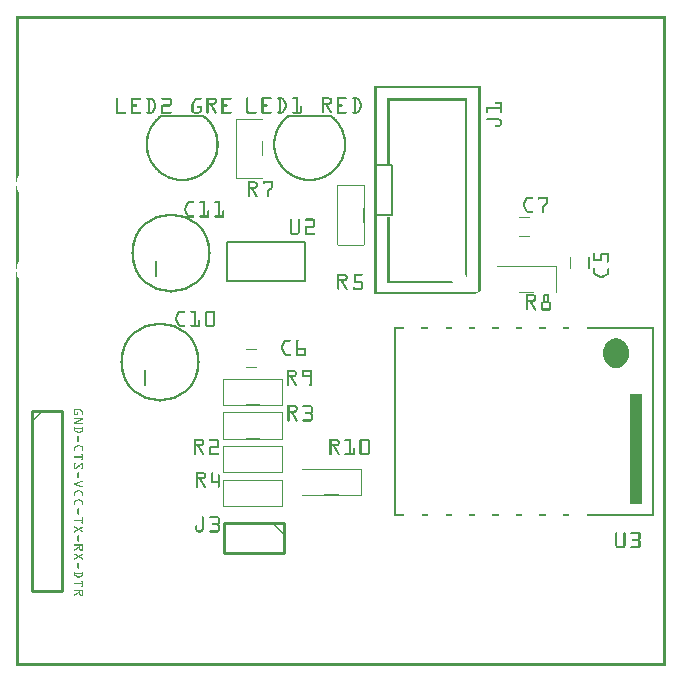
<source format=gto>
G04 MADE WITH FRITZING*
G04 WWW.FRITZING.ORG*
G04 DOUBLE SIDED*
G04 HOLES PLATED*
G04 CONTOUR ON CENTER OF CONTOUR VECTOR*
%ASAXBY*%
%FSLAX23Y23*%
%MOIN*%
%OFA0B0*%
%SFA1.0B1.0*%
%ADD10C,0.263906X0.247906*%
%ADD11R,0.039343X0.369546*%
%ADD12R,0.063000X0.173200X0.047000X0.157200*%
%ADD13C,0.008000*%
%ADD14C,0.010000*%
%ADD15C,0.007874*%
%ADD16R,0.001000X0.001000*%
%LNSILK1*%
G90*
G70*
G54D10*
X516Y1375D03*
X478Y1012D03*
G54D11*
X2064Y724D03*
G54D13*
X1198Y1670D02*
X1253Y1670D01*
X1253Y1504D01*
X1198Y1504D01*
X1198Y1670D01*
D02*
G54D14*
X891Y475D02*
X691Y475D01*
D02*
X691Y475D02*
X691Y375D01*
D02*
X691Y375D02*
X891Y375D01*
D02*
X891Y375D02*
X891Y475D01*
D02*
X53Y850D02*
X53Y250D01*
D02*
X53Y250D02*
X153Y250D01*
D02*
X153Y250D02*
X153Y850D01*
D02*
X153Y850D02*
X53Y850D01*
G54D13*
D02*
X466Y1350D02*
X466Y1300D01*
D02*
X428Y987D02*
X428Y937D01*
D02*
X961Y1412D02*
X961Y1282D01*
D02*
X961Y1282D02*
X703Y1282D01*
D02*
X703Y1282D02*
X703Y1412D01*
D02*
X703Y1412D02*
X961Y1412D01*
G54D15*
X624Y1832D02*
X482Y1832D01*
D02*
X1049Y1832D02*
X907Y1832D01*
D02*
G54D16*
X0Y2165D02*
X2164Y2165D01*
X0Y2164D02*
X2164Y2164D01*
X0Y2163D02*
X2164Y2163D01*
X0Y2162D02*
X2164Y2162D01*
X0Y2161D02*
X2164Y2161D01*
X0Y2160D02*
X2164Y2160D01*
X0Y2159D02*
X2164Y2159D01*
X0Y2158D02*
X2164Y2158D01*
X0Y2157D02*
X7Y2157D01*
X2157Y2157D02*
X2164Y2157D01*
X0Y2156D02*
X7Y2156D01*
X2157Y2156D02*
X2164Y2156D01*
X0Y2155D02*
X7Y2155D01*
X2157Y2155D02*
X2164Y2155D01*
X0Y2154D02*
X7Y2154D01*
X2157Y2154D02*
X2164Y2154D01*
X0Y2153D02*
X7Y2153D01*
X2157Y2153D02*
X2164Y2153D01*
X0Y2152D02*
X7Y2152D01*
X2157Y2152D02*
X2164Y2152D01*
X0Y2151D02*
X7Y2151D01*
X2157Y2151D02*
X2164Y2151D01*
X0Y2150D02*
X7Y2150D01*
X2157Y2150D02*
X2164Y2150D01*
X0Y2149D02*
X7Y2149D01*
X2157Y2149D02*
X2164Y2149D01*
X0Y2148D02*
X7Y2148D01*
X2157Y2148D02*
X2164Y2148D01*
X0Y2147D02*
X7Y2147D01*
X2157Y2147D02*
X2164Y2147D01*
X0Y2146D02*
X7Y2146D01*
X2157Y2146D02*
X2164Y2146D01*
X0Y2145D02*
X7Y2145D01*
X2157Y2145D02*
X2164Y2145D01*
X0Y2144D02*
X7Y2144D01*
X2157Y2144D02*
X2164Y2144D01*
X0Y2143D02*
X7Y2143D01*
X2157Y2143D02*
X2164Y2143D01*
X0Y2142D02*
X7Y2142D01*
X2157Y2142D02*
X2164Y2142D01*
X0Y2141D02*
X7Y2141D01*
X2157Y2141D02*
X2164Y2141D01*
X0Y2140D02*
X7Y2140D01*
X2157Y2140D02*
X2164Y2140D01*
X0Y2139D02*
X7Y2139D01*
X2157Y2139D02*
X2164Y2139D01*
X0Y2138D02*
X7Y2138D01*
X2157Y2138D02*
X2164Y2138D01*
X0Y2137D02*
X7Y2137D01*
X2157Y2137D02*
X2164Y2137D01*
X0Y2136D02*
X7Y2136D01*
X2157Y2136D02*
X2164Y2136D01*
X0Y2135D02*
X7Y2135D01*
X2157Y2135D02*
X2164Y2135D01*
X0Y2134D02*
X7Y2134D01*
X2157Y2134D02*
X2164Y2134D01*
X0Y2133D02*
X7Y2133D01*
X2157Y2133D02*
X2164Y2133D01*
X0Y2132D02*
X7Y2132D01*
X2157Y2132D02*
X2164Y2132D01*
X0Y2131D02*
X7Y2131D01*
X2157Y2131D02*
X2164Y2131D01*
X0Y2130D02*
X7Y2130D01*
X2157Y2130D02*
X2164Y2130D01*
X0Y2129D02*
X7Y2129D01*
X2157Y2129D02*
X2164Y2129D01*
X0Y2128D02*
X7Y2128D01*
X2157Y2128D02*
X2164Y2128D01*
X0Y2127D02*
X7Y2127D01*
X2157Y2127D02*
X2164Y2127D01*
X0Y2126D02*
X7Y2126D01*
X2157Y2126D02*
X2164Y2126D01*
X0Y2125D02*
X7Y2125D01*
X2157Y2125D02*
X2164Y2125D01*
X0Y2124D02*
X7Y2124D01*
X2157Y2124D02*
X2164Y2124D01*
X0Y2123D02*
X7Y2123D01*
X2157Y2123D02*
X2164Y2123D01*
X0Y2122D02*
X7Y2122D01*
X2157Y2122D02*
X2164Y2122D01*
X0Y2121D02*
X7Y2121D01*
X2157Y2121D02*
X2164Y2121D01*
X0Y2120D02*
X7Y2120D01*
X2157Y2120D02*
X2164Y2120D01*
X0Y2119D02*
X7Y2119D01*
X2157Y2119D02*
X2164Y2119D01*
X0Y2118D02*
X7Y2118D01*
X2157Y2118D02*
X2164Y2118D01*
X0Y2117D02*
X7Y2117D01*
X2157Y2117D02*
X2164Y2117D01*
X0Y2116D02*
X7Y2116D01*
X2157Y2116D02*
X2164Y2116D01*
X0Y2115D02*
X7Y2115D01*
X2157Y2115D02*
X2164Y2115D01*
X0Y2114D02*
X7Y2114D01*
X2157Y2114D02*
X2164Y2114D01*
X0Y2113D02*
X7Y2113D01*
X2157Y2113D02*
X2164Y2113D01*
X0Y2112D02*
X7Y2112D01*
X2157Y2112D02*
X2164Y2112D01*
X0Y2111D02*
X7Y2111D01*
X2157Y2111D02*
X2164Y2111D01*
X0Y2110D02*
X7Y2110D01*
X2157Y2110D02*
X2164Y2110D01*
X0Y2109D02*
X7Y2109D01*
X2157Y2109D02*
X2164Y2109D01*
X0Y2108D02*
X7Y2108D01*
X2157Y2108D02*
X2164Y2108D01*
X0Y2107D02*
X7Y2107D01*
X2157Y2107D02*
X2164Y2107D01*
X0Y2106D02*
X7Y2106D01*
X2157Y2106D02*
X2164Y2106D01*
X0Y2105D02*
X7Y2105D01*
X2157Y2105D02*
X2164Y2105D01*
X0Y2104D02*
X7Y2104D01*
X2157Y2104D02*
X2164Y2104D01*
X0Y2103D02*
X7Y2103D01*
X2157Y2103D02*
X2164Y2103D01*
X0Y2102D02*
X7Y2102D01*
X2157Y2102D02*
X2164Y2102D01*
X0Y2101D02*
X7Y2101D01*
X2157Y2101D02*
X2164Y2101D01*
X0Y2100D02*
X7Y2100D01*
X2157Y2100D02*
X2164Y2100D01*
X0Y2099D02*
X7Y2099D01*
X2157Y2099D02*
X2164Y2099D01*
X0Y2098D02*
X7Y2098D01*
X2157Y2098D02*
X2164Y2098D01*
X0Y2097D02*
X7Y2097D01*
X2157Y2097D02*
X2164Y2097D01*
X0Y2096D02*
X7Y2096D01*
X2157Y2096D02*
X2164Y2096D01*
X0Y2095D02*
X7Y2095D01*
X2157Y2095D02*
X2164Y2095D01*
X0Y2094D02*
X7Y2094D01*
X2157Y2094D02*
X2164Y2094D01*
X0Y2093D02*
X7Y2093D01*
X2157Y2093D02*
X2164Y2093D01*
X0Y2092D02*
X7Y2092D01*
X2157Y2092D02*
X2164Y2092D01*
X0Y2091D02*
X7Y2091D01*
X2157Y2091D02*
X2164Y2091D01*
X0Y2090D02*
X7Y2090D01*
X2157Y2090D02*
X2164Y2090D01*
X0Y2089D02*
X7Y2089D01*
X2157Y2089D02*
X2164Y2089D01*
X0Y2088D02*
X7Y2088D01*
X2157Y2088D02*
X2164Y2088D01*
X0Y2087D02*
X7Y2087D01*
X2157Y2087D02*
X2164Y2087D01*
X0Y2086D02*
X7Y2086D01*
X2157Y2086D02*
X2164Y2086D01*
X0Y2085D02*
X7Y2085D01*
X2157Y2085D02*
X2164Y2085D01*
X0Y2084D02*
X7Y2084D01*
X2157Y2084D02*
X2164Y2084D01*
X0Y2083D02*
X7Y2083D01*
X2157Y2083D02*
X2164Y2083D01*
X0Y2082D02*
X7Y2082D01*
X2157Y2082D02*
X2164Y2082D01*
X0Y2081D02*
X7Y2081D01*
X2157Y2081D02*
X2164Y2081D01*
X0Y2080D02*
X7Y2080D01*
X2157Y2080D02*
X2164Y2080D01*
X0Y2079D02*
X7Y2079D01*
X2157Y2079D02*
X2164Y2079D01*
X0Y2078D02*
X7Y2078D01*
X2157Y2078D02*
X2164Y2078D01*
X0Y2077D02*
X7Y2077D01*
X2157Y2077D02*
X2164Y2077D01*
X0Y2076D02*
X7Y2076D01*
X2157Y2076D02*
X2164Y2076D01*
X0Y2075D02*
X7Y2075D01*
X2157Y2075D02*
X2164Y2075D01*
X0Y2074D02*
X7Y2074D01*
X2157Y2074D02*
X2164Y2074D01*
X0Y2073D02*
X7Y2073D01*
X2157Y2073D02*
X2164Y2073D01*
X0Y2072D02*
X7Y2072D01*
X2157Y2072D02*
X2164Y2072D01*
X0Y2071D02*
X7Y2071D01*
X2157Y2071D02*
X2164Y2071D01*
X0Y2070D02*
X7Y2070D01*
X2157Y2070D02*
X2164Y2070D01*
X0Y2069D02*
X7Y2069D01*
X2157Y2069D02*
X2164Y2069D01*
X0Y2068D02*
X7Y2068D01*
X2157Y2068D02*
X2164Y2068D01*
X0Y2067D02*
X7Y2067D01*
X2157Y2067D02*
X2164Y2067D01*
X0Y2066D02*
X7Y2066D01*
X2157Y2066D02*
X2164Y2066D01*
X0Y2065D02*
X7Y2065D01*
X2157Y2065D02*
X2164Y2065D01*
X0Y2064D02*
X7Y2064D01*
X2157Y2064D02*
X2164Y2064D01*
X0Y2063D02*
X7Y2063D01*
X2157Y2063D02*
X2164Y2063D01*
X0Y2062D02*
X7Y2062D01*
X2157Y2062D02*
X2164Y2062D01*
X0Y2061D02*
X7Y2061D01*
X2157Y2061D02*
X2164Y2061D01*
X0Y2060D02*
X7Y2060D01*
X2157Y2060D02*
X2164Y2060D01*
X0Y2059D02*
X7Y2059D01*
X2157Y2059D02*
X2164Y2059D01*
X0Y2058D02*
X7Y2058D01*
X2157Y2058D02*
X2164Y2058D01*
X0Y2057D02*
X7Y2057D01*
X2157Y2057D02*
X2164Y2057D01*
X0Y2056D02*
X7Y2056D01*
X2157Y2056D02*
X2164Y2056D01*
X0Y2055D02*
X7Y2055D01*
X2157Y2055D02*
X2164Y2055D01*
X0Y2054D02*
X7Y2054D01*
X2157Y2054D02*
X2164Y2054D01*
X0Y2053D02*
X7Y2053D01*
X2157Y2053D02*
X2164Y2053D01*
X0Y2052D02*
X7Y2052D01*
X2157Y2052D02*
X2164Y2052D01*
X0Y2051D02*
X7Y2051D01*
X2157Y2051D02*
X2164Y2051D01*
X0Y2050D02*
X7Y2050D01*
X2157Y2050D02*
X2164Y2050D01*
X0Y2049D02*
X7Y2049D01*
X2157Y2049D02*
X2164Y2049D01*
X0Y2048D02*
X7Y2048D01*
X2157Y2048D02*
X2164Y2048D01*
X0Y2047D02*
X7Y2047D01*
X2157Y2047D02*
X2164Y2047D01*
X0Y2046D02*
X7Y2046D01*
X2157Y2046D02*
X2164Y2046D01*
X0Y2045D02*
X7Y2045D01*
X2157Y2045D02*
X2164Y2045D01*
X0Y2044D02*
X7Y2044D01*
X2157Y2044D02*
X2164Y2044D01*
X0Y2043D02*
X7Y2043D01*
X2157Y2043D02*
X2164Y2043D01*
X0Y2042D02*
X7Y2042D01*
X2157Y2042D02*
X2164Y2042D01*
X0Y2041D02*
X7Y2041D01*
X2157Y2041D02*
X2164Y2041D01*
X0Y2040D02*
X7Y2040D01*
X2157Y2040D02*
X2164Y2040D01*
X0Y2039D02*
X7Y2039D01*
X2157Y2039D02*
X2164Y2039D01*
X0Y2038D02*
X7Y2038D01*
X2157Y2038D02*
X2164Y2038D01*
X0Y2037D02*
X7Y2037D01*
X2157Y2037D02*
X2164Y2037D01*
X0Y2036D02*
X7Y2036D01*
X2157Y2036D02*
X2164Y2036D01*
X0Y2035D02*
X7Y2035D01*
X2157Y2035D02*
X2164Y2035D01*
X0Y2034D02*
X7Y2034D01*
X2157Y2034D02*
X2164Y2034D01*
X0Y2033D02*
X7Y2033D01*
X2157Y2033D02*
X2164Y2033D01*
X0Y2032D02*
X7Y2032D01*
X2157Y2032D02*
X2164Y2032D01*
X0Y2031D02*
X7Y2031D01*
X2157Y2031D02*
X2164Y2031D01*
X0Y2030D02*
X7Y2030D01*
X2157Y2030D02*
X2164Y2030D01*
X0Y2029D02*
X7Y2029D01*
X2157Y2029D02*
X2164Y2029D01*
X0Y2028D02*
X7Y2028D01*
X2157Y2028D02*
X2164Y2028D01*
X0Y2027D02*
X7Y2027D01*
X2157Y2027D02*
X2164Y2027D01*
X0Y2026D02*
X7Y2026D01*
X2157Y2026D02*
X2164Y2026D01*
X0Y2025D02*
X7Y2025D01*
X2157Y2025D02*
X2164Y2025D01*
X0Y2024D02*
X7Y2024D01*
X2157Y2024D02*
X2164Y2024D01*
X0Y2023D02*
X7Y2023D01*
X2157Y2023D02*
X2164Y2023D01*
X0Y2022D02*
X7Y2022D01*
X2157Y2022D02*
X2164Y2022D01*
X0Y2021D02*
X7Y2021D01*
X2157Y2021D02*
X2164Y2021D01*
X0Y2020D02*
X7Y2020D01*
X2157Y2020D02*
X2164Y2020D01*
X0Y2019D02*
X7Y2019D01*
X2157Y2019D02*
X2164Y2019D01*
X0Y2018D02*
X7Y2018D01*
X2157Y2018D02*
X2164Y2018D01*
X0Y2017D02*
X7Y2017D01*
X2157Y2017D02*
X2164Y2017D01*
X0Y2016D02*
X7Y2016D01*
X2157Y2016D02*
X2164Y2016D01*
X0Y2015D02*
X7Y2015D01*
X2157Y2015D02*
X2164Y2015D01*
X0Y2014D02*
X7Y2014D01*
X2157Y2014D02*
X2164Y2014D01*
X0Y2013D02*
X7Y2013D01*
X2157Y2013D02*
X2164Y2013D01*
X0Y2012D02*
X7Y2012D01*
X2157Y2012D02*
X2164Y2012D01*
X0Y2011D02*
X7Y2011D01*
X2157Y2011D02*
X2164Y2011D01*
X0Y2010D02*
X7Y2010D01*
X2157Y2010D02*
X2164Y2010D01*
X0Y2009D02*
X7Y2009D01*
X2157Y2009D02*
X2164Y2009D01*
X0Y2008D02*
X7Y2008D01*
X2157Y2008D02*
X2164Y2008D01*
X0Y2007D02*
X7Y2007D01*
X2157Y2007D02*
X2164Y2007D01*
X0Y2006D02*
X7Y2006D01*
X2157Y2006D02*
X2164Y2006D01*
X0Y2005D02*
X7Y2005D01*
X2157Y2005D02*
X2164Y2005D01*
X0Y2004D02*
X7Y2004D01*
X2157Y2004D02*
X2164Y2004D01*
X0Y2003D02*
X7Y2003D01*
X2157Y2003D02*
X2164Y2003D01*
X0Y2002D02*
X7Y2002D01*
X2157Y2002D02*
X2164Y2002D01*
X0Y2001D02*
X7Y2001D01*
X2157Y2001D02*
X2164Y2001D01*
X0Y2000D02*
X7Y2000D01*
X2157Y2000D02*
X2164Y2000D01*
X0Y1999D02*
X7Y1999D01*
X2157Y1999D02*
X2164Y1999D01*
X0Y1998D02*
X7Y1998D01*
X2157Y1998D02*
X2164Y1998D01*
X0Y1997D02*
X7Y1997D01*
X2157Y1997D02*
X2164Y1997D01*
X0Y1996D02*
X7Y1996D01*
X2157Y1996D02*
X2164Y1996D01*
X0Y1995D02*
X7Y1995D01*
X2157Y1995D02*
X2164Y1995D01*
X0Y1994D02*
X7Y1994D01*
X2157Y1994D02*
X2164Y1994D01*
X0Y1993D02*
X7Y1993D01*
X2157Y1993D02*
X2164Y1993D01*
X0Y1992D02*
X7Y1992D01*
X2157Y1992D02*
X2164Y1992D01*
X0Y1991D02*
X7Y1991D01*
X2157Y1991D02*
X2164Y1991D01*
X0Y1990D02*
X7Y1990D01*
X2157Y1990D02*
X2164Y1990D01*
X0Y1989D02*
X7Y1989D01*
X2157Y1989D02*
X2164Y1989D01*
X0Y1988D02*
X7Y1988D01*
X2157Y1988D02*
X2164Y1988D01*
X0Y1987D02*
X7Y1987D01*
X2157Y1987D02*
X2164Y1987D01*
X0Y1986D02*
X7Y1986D01*
X2157Y1986D02*
X2164Y1986D01*
X0Y1985D02*
X7Y1985D01*
X2157Y1985D02*
X2164Y1985D01*
X0Y1984D02*
X7Y1984D01*
X2157Y1984D02*
X2164Y1984D01*
X0Y1983D02*
X7Y1983D01*
X2157Y1983D02*
X2164Y1983D01*
X0Y1982D02*
X7Y1982D01*
X2157Y1982D02*
X2164Y1982D01*
X0Y1981D02*
X7Y1981D01*
X2157Y1981D02*
X2164Y1981D01*
X0Y1980D02*
X7Y1980D01*
X2157Y1980D02*
X2164Y1980D01*
X0Y1979D02*
X7Y1979D01*
X2157Y1979D02*
X2164Y1979D01*
X0Y1978D02*
X7Y1978D01*
X2157Y1978D02*
X2164Y1978D01*
X0Y1977D02*
X7Y1977D01*
X2157Y1977D02*
X2164Y1977D01*
X0Y1976D02*
X7Y1976D01*
X2157Y1976D02*
X2164Y1976D01*
X0Y1975D02*
X7Y1975D01*
X2157Y1975D02*
X2164Y1975D01*
X0Y1974D02*
X7Y1974D01*
X2157Y1974D02*
X2164Y1974D01*
X0Y1973D02*
X7Y1973D01*
X2157Y1973D02*
X2164Y1973D01*
X0Y1972D02*
X7Y1972D01*
X2157Y1972D02*
X2164Y1972D01*
X0Y1971D02*
X7Y1971D01*
X2157Y1971D02*
X2164Y1971D01*
X0Y1970D02*
X7Y1970D01*
X2157Y1970D02*
X2164Y1970D01*
X0Y1969D02*
X7Y1969D01*
X2157Y1969D02*
X2164Y1969D01*
X0Y1968D02*
X7Y1968D01*
X2157Y1968D02*
X2164Y1968D01*
X0Y1967D02*
X7Y1967D01*
X2157Y1967D02*
X2164Y1967D01*
X0Y1966D02*
X7Y1966D01*
X2157Y1966D02*
X2164Y1966D01*
X0Y1965D02*
X7Y1965D01*
X2157Y1965D02*
X2164Y1965D01*
X0Y1964D02*
X7Y1964D01*
X2157Y1964D02*
X2164Y1964D01*
X0Y1963D02*
X7Y1963D01*
X2157Y1963D02*
X2164Y1963D01*
X0Y1962D02*
X7Y1962D01*
X2157Y1962D02*
X2164Y1962D01*
X0Y1961D02*
X7Y1961D01*
X2157Y1961D02*
X2164Y1961D01*
X0Y1960D02*
X7Y1960D01*
X2157Y1960D02*
X2164Y1960D01*
X0Y1959D02*
X7Y1959D01*
X2157Y1959D02*
X2164Y1959D01*
X0Y1958D02*
X7Y1958D01*
X2157Y1958D02*
X2164Y1958D01*
X0Y1957D02*
X7Y1957D01*
X2157Y1957D02*
X2164Y1957D01*
X0Y1956D02*
X7Y1956D01*
X2157Y1956D02*
X2164Y1956D01*
X0Y1955D02*
X7Y1955D01*
X2157Y1955D02*
X2164Y1955D01*
X0Y1954D02*
X7Y1954D01*
X2157Y1954D02*
X2164Y1954D01*
X0Y1953D02*
X7Y1953D01*
X2157Y1953D02*
X2164Y1953D01*
X0Y1952D02*
X7Y1952D01*
X2157Y1952D02*
X2164Y1952D01*
X0Y1951D02*
X7Y1951D01*
X2157Y1951D02*
X2164Y1951D01*
X0Y1950D02*
X7Y1950D01*
X2157Y1950D02*
X2164Y1950D01*
X0Y1949D02*
X7Y1949D01*
X2157Y1949D02*
X2164Y1949D01*
X0Y1948D02*
X7Y1948D01*
X2157Y1948D02*
X2164Y1948D01*
X0Y1947D02*
X7Y1947D01*
X2157Y1947D02*
X2164Y1947D01*
X0Y1946D02*
X7Y1946D01*
X2157Y1946D02*
X2164Y1946D01*
X0Y1945D02*
X7Y1945D01*
X2157Y1945D02*
X2164Y1945D01*
X0Y1944D02*
X7Y1944D01*
X2157Y1944D02*
X2164Y1944D01*
X0Y1943D02*
X7Y1943D01*
X2157Y1943D02*
X2164Y1943D01*
X0Y1942D02*
X7Y1942D01*
X2157Y1942D02*
X2164Y1942D01*
X0Y1941D02*
X7Y1941D01*
X2157Y1941D02*
X2164Y1941D01*
X0Y1940D02*
X7Y1940D01*
X2157Y1940D02*
X2164Y1940D01*
X0Y1939D02*
X7Y1939D01*
X2157Y1939D02*
X2164Y1939D01*
X0Y1938D02*
X7Y1938D01*
X2157Y1938D02*
X2164Y1938D01*
X0Y1937D02*
X7Y1937D01*
X2157Y1937D02*
X2164Y1937D01*
X0Y1936D02*
X7Y1936D01*
X2157Y1936D02*
X2164Y1936D01*
X0Y1935D02*
X7Y1935D01*
X2157Y1935D02*
X2164Y1935D01*
X0Y1934D02*
X7Y1934D01*
X1193Y1934D02*
X1547Y1934D01*
X2157Y1934D02*
X2164Y1934D01*
X0Y1933D02*
X7Y1933D01*
X1193Y1933D02*
X1547Y1933D01*
X2157Y1933D02*
X2164Y1933D01*
X0Y1932D02*
X7Y1932D01*
X1193Y1932D02*
X1547Y1932D01*
X2157Y1932D02*
X2164Y1932D01*
X0Y1931D02*
X7Y1931D01*
X1193Y1931D02*
X1547Y1931D01*
X2157Y1931D02*
X2164Y1931D01*
X0Y1930D02*
X7Y1930D01*
X1193Y1930D02*
X1547Y1930D01*
X2157Y1930D02*
X2164Y1930D01*
X0Y1929D02*
X7Y1929D01*
X1193Y1929D02*
X1547Y1929D01*
X2157Y1929D02*
X2164Y1929D01*
X0Y1928D02*
X7Y1928D01*
X1193Y1928D02*
X1547Y1928D01*
X2157Y1928D02*
X2164Y1928D01*
X0Y1927D02*
X7Y1927D01*
X1193Y1927D02*
X1547Y1927D01*
X2157Y1927D02*
X2164Y1927D01*
X0Y1926D02*
X7Y1926D01*
X1193Y1926D02*
X1200Y1926D01*
X1540Y1926D02*
X1547Y1926D01*
X2157Y1926D02*
X2164Y1926D01*
X0Y1925D02*
X7Y1925D01*
X1193Y1925D02*
X1200Y1925D01*
X1540Y1925D02*
X1547Y1925D01*
X2157Y1925D02*
X2164Y1925D01*
X0Y1924D02*
X7Y1924D01*
X1193Y1924D02*
X1200Y1924D01*
X1540Y1924D02*
X1547Y1924D01*
X2157Y1924D02*
X2164Y1924D01*
X0Y1923D02*
X7Y1923D01*
X1193Y1923D02*
X1200Y1923D01*
X1540Y1923D02*
X1547Y1923D01*
X2157Y1923D02*
X2164Y1923D01*
X0Y1922D02*
X7Y1922D01*
X1193Y1922D02*
X1200Y1922D01*
X1540Y1922D02*
X1547Y1922D01*
X2157Y1922D02*
X2164Y1922D01*
X0Y1921D02*
X7Y1921D01*
X1193Y1921D02*
X1200Y1921D01*
X1540Y1921D02*
X1547Y1921D01*
X2157Y1921D02*
X2164Y1921D01*
X0Y1920D02*
X7Y1920D01*
X1193Y1920D02*
X1200Y1920D01*
X1540Y1920D02*
X1547Y1920D01*
X2157Y1920D02*
X2164Y1920D01*
X0Y1919D02*
X7Y1919D01*
X1193Y1919D02*
X1200Y1919D01*
X1540Y1919D02*
X1547Y1919D01*
X2157Y1919D02*
X2164Y1919D01*
X0Y1918D02*
X7Y1918D01*
X1193Y1918D02*
X1200Y1918D01*
X1540Y1918D02*
X1547Y1918D01*
X2157Y1918D02*
X2164Y1918D01*
X0Y1917D02*
X7Y1917D01*
X1193Y1917D02*
X1200Y1917D01*
X1540Y1917D02*
X1547Y1917D01*
X2157Y1917D02*
X2164Y1917D01*
X0Y1916D02*
X7Y1916D01*
X1193Y1916D02*
X1200Y1916D01*
X1540Y1916D02*
X1547Y1916D01*
X2157Y1916D02*
X2164Y1916D01*
X0Y1915D02*
X7Y1915D01*
X1193Y1915D02*
X1200Y1915D01*
X1540Y1915D02*
X1547Y1915D01*
X2157Y1915D02*
X2164Y1915D01*
X0Y1914D02*
X7Y1914D01*
X1193Y1914D02*
X1200Y1914D01*
X1540Y1914D02*
X1547Y1914D01*
X2157Y1914D02*
X2164Y1914D01*
X0Y1913D02*
X7Y1913D01*
X1193Y1913D02*
X1200Y1913D01*
X1540Y1913D02*
X1547Y1913D01*
X2157Y1913D02*
X2164Y1913D01*
X0Y1912D02*
X7Y1912D01*
X1193Y1912D02*
X1200Y1912D01*
X1540Y1912D02*
X1547Y1912D01*
X2157Y1912D02*
X2164Y1912D01*
X0Y1911D02*
X7Y1911D01*
X1193Y1911D02*
X1200Y1911D01*
X1540Y1911D02*
X1547Y1911D01*
X2157Y1911D02*
X2164Y1911D01*
X0Y1910D02*
X7Y1910D01*
X1193Y1910D02*
X1200Y1910D01*
X1540Y1910D02*
X1547Y1910D01*
X2157Y1910D02*
X2164Y1910D01*
X0Y1909D02*
X7Y1909D01*
X1193Y1909D02*
X1200Y1909D01*
X1540Y1909D02*
X1547Y1909D01*
X2157Y1909D02*
X2164Y1909D01*
X0Y1908D02*
X7Y1908D01*
X1193Y1908D02*
X1200Y1908D01*
X1540Y1908D02*
X1547Y1908D01*
X2157Y1908D02*
X2164Y1908D01*
X0Y1907D02*
X7Y1907D01*
X1193Y1907D02*
X1200Y1907D01*
X1540Y1907D02*
X1547Y1907D01*
X2157Y1907D02*
X2164Y1907D01*
X0Y1906D02*
X7Y1906D01*
X1193Y1906D02*
X1200Y1906D01*
X1540Y1906D02*
X1547Y1906D01*
X2157Y1906D02*
X2164Y1906D01*
X0Y1905D02*
X7Y1905D01*
X1193Y1905D02*
X1200Y1905D01*
X1540Y1905D02*
X1547Y1905D01*
X2157Y1905D02*
X2164Y1905D01*
X0Y1904D02*
X7Y1904D01*
X1193Y1904D02*
X1200Y1904D01*
X1540Y1904D02*
X1547Y1904D01*
X2157Y1904D02*
X2164Y1904D01*
X0Y1903D02*
X7Y1903D01*
X1193Y1903D02*
X1200Y1903D01*
X1540Y1903D02*
X1547Y1903D01*
X2157Y1903D02*
X2164Y1903D01*
X0Y1902D02*
X7Y1902D01*
X1193Y1902D02*
X1200Y1902D01*
X1540Y1902D02*
X1547Y1902D01*
X2157Y1902D02*
X2164Y1902D01*
X0Y1901D02*
X7Y1901D01*
X1193Y1901D02*
X1200Y1901D01*
X1540Y1901D02*
X1547Y1901D01*
X2157Y1901D02*
X2164Y1901D01*
X0Y1900D02*
X7Y1900D01*
X1193Y1900D02*
X1200Y1900D01*
X1540Y1900D02*
X1547Y1900D01*
X2157Y1900D02*
X2164Y1900D01*
X0Y1899D02*
X7Y1899D01*
X1193Y1899D02*
X1200Y1899D01*
X1540Y1899D02*
X1547Y1899D01*
X2157Y1899D02*
X2164Y1899D01*
X0Y1898D02*
X7Y1898D01*
X1193Y1898D02*
X1200Y1898D01*
X1540Y1898D02*
X1547Y1898D01*
X2157Y1898D02*
X2164Y1898D01*
X0Y1897D02*
X7Y1897D01*
X1193Y1897D02*
X1200Y1897D01*
X1540Y1897D02*
X1547Y1897D01*
X2157Y1897D02*
X2164Y1897D01*
X0Y1896D02*
X7Y1896D01*
X1193Y1896D02*
X1200Y1896D01*
X1540Y1896D02*
X1547Y1896D01*
X2157Y1896D02*
X2164Y1896D01*
X0Y1895D02*
X7Y1895D01*
X770Y1895D02*
X770Y1895D01*
X818Y1895D02*
X848Y1895D01*
X871Y1895D02*
X884Y1895D01*
X921Y1895D02*
X937Y1895D01*
X1019Y1895D02*
X1042Y1895D01*
X1069Y1895D02*
X1099Y1895D01*
X1122Y1895D02*
X1135Y1895D01*
X1193Y1895D02*
X1200Y1895D01*
X1540Y1895D02*
X1547Y1895D01*
X2157Y1895D02*
X2164Y1895D01*
X0Y1894D02*
X7Y1894D01*
X334Y1894D02*
X337Y1894D01*
X383Y1894D02*
X415Y1894D01*
X434Y1894D02*
X452Y1894D01*
X485Y1894D02*
X513Y1894D01*
X600Y1894D02*
X616Y1894D01*
X634Y1894D02*
X661Y1894D01*
X684Y1894D02*
X716Y1894D01*
X768Y1894D02*
X772Y1894D01*
X817Y1894D02*
X850Y1894D01*
X869Y1894D02*
X887Y1894D01*
X919Y1894D02*
X938Y1894D01*
X1018Y1894D02*
X1046Y1894D01*
X1068Y1894D02*
X1101Y1894D01*
X1120Y1894D02*
X1138Y1894D01*
X1193Y1894D02*
X1200Y1894D01*
X1540Y1894D02*
X1547Y1894D01*
X2157Y1894D02*
X2164Y1894D01*
X0Y1893D02*
X7Y1893D01*
X333Y1893D02*
X338Y1893D01*
X383Y1893D02*
X416Y1893D01*
X434Y1893D02*
X454Y1893D01*
X484Y1893D02*
X514Y1893D01*
X598Y1893D02*
X617Y1893D01*
X634Y1893D02*
X662Y1893D01*
X684Y1893D02*
X717Y1893D01*
X768Y1893D02*
X773Y1893D01*
X817Y1893D02*
X851Y1893D01*
X868Y1893D02*
X889Y1893D01*
X918Y1893D02*
X938Y1893D01*
X1018Y1893D02*
X1047Y1893D01*
X1068Y1893D02*
X1102Y1893D01*
X1119Y1893D02*
X1140Y1893D01*
X1193Y1893D02*
X1200Y1893D01*
X1540Y1893D02*
X1547Y1893D01*
X2157Y1893D02*
X2164Y1893D01*
X0Y1892D02*
X7Y1892D01*
X333Y1892D02*
X338Y1892D01*
X383Y1892D02*
X416Y1892D01*
X433Y1892D02*
X455Y1892D01*
X483Y1892D02*
X515Y1892D01*
X597Y1892D02*
X617Y1892D01*
X634Y1892D02*
X664Y1892D01*
X684Y1892D02*
X717Y1892D01*
X767Y1892D02*
X773Y1892D01*
X817Y1892D02*
X851Y1892D01*
X868Y1892D02*
X890Y1892D01*
X918Y1892D02*
X938Y1892D01*
X1018Y1892D02*
X1049Y1892D01*
X1068Y1892D02*
X1102Y1892D01*
X1119Y1892D02*
X1141Y1892D01*
X1193Y1892D02*
X1200Y1892D01*
X1540Y1892D02*
X1547Y1892D01*
X2157Y1892D02*
X2164Y1892D01*
X0Y1891D02*
X7Y1891D01*
X333Y1891D02*
X339Y1891D01*
X383Y1891D02*
X416Y1891D01*
X433Y1891D02*
X456Y1891D01*
X483Y1891D02*
X516Y1891D01*
X596Y1891D02*
X617Y1891D01*
X634Y1891D02*
X665Y1891D01*
X684Y1891D02*
X717Y1891D01*
X767Y1891D02*
X773Y1891D01*
X817Y1891D02*
X851Y1891D01*
X868Y1891D02*
X891Y1891D01*
X918Y1891D02*
X938Y1891D01*
X1018Y1891D02*
X1050Y1891D01*
X1068Y1891D02*
X1102Y1891D01*
X1119Y1891D02*
X1142Y1891D01*
X1193Y1891D02*
X1200Y1891D01*
X1237Y1891D02*
X1503Y1891D01*
X1540Y1891D02*
X1547Y1891D01*
X2157Y1891D02*
X2164Y1891D01*
X0Y1890D02*
X7Y1890D01*
X333Y1890D02*
X339Y1890D01*
X383Y1890D02*
X416Y1890D01*
X433Y1890D02*
X457Y1890D01*
X483Y1890D02*
X516Y1890D01*
X595Y1890D02*
X617Y1890D01*
X634Y1890D02*
X665Y1890D01*
X684Y1890D02*
X717Y1890D01*
X767Y1890D02*
X773Y1890D01*
X817Y1890D02*
X851Y1890D01*
X868Y1890D02*
X892Y1890D01*
X918Y1890D02*
X938Y1890D01*
X1018Y1890D02*
X1050Y1890D01*
X1068Y1890D02*
X1102Y1890D01*
X1119Y1890D02*
X1143Y1890D01*
X1193Y1890D02*
X1200Y1890D01*
X1237Y1890D02*
X1503Y1890D01*
X1540Y1890D02*
X1547Y1890D01*
X2157Y1890D02*
X2164Y1890D01*
X0Y1889D02*
X7Y1889D01*
X333Y1889D02*
X339Y1889D01*
X383Y1889D02*
X415Y1889D01*
X434Y1889D02*
X458Y1889D01*
X484Y1889D02*
X517Y1889D01*
X595Y1889D02*
X616Y1889D01*
X634Y1889D02*
X666Y1889D01*
X684Y1889D02*
X717Y1889D01*
X767Y1889D02*
X773Y1889D01*
X817Y1889D02*
X850Y1889D01*
X869Y1889D02*
X893Y1889D01*
X919Y1889D02*
X938Y1889D01*
X1018Y1889D02*
X1051Y1889D01*
X1068Y1889D02*
X1101Y1889D01*
X1120Y1889D02*
X1144Y1889D01*
X1193Y1889D02*
X1200Y1889D01*
X1237Y1889D02*
X1503Y1889D01*
X1540Y1889D02*
X1547Y1889D01*
X2157Y1889D02*
X2164Y1889D01*
X0Y1888D02*
X7Y1888D01*
X333Y1888D02*
X339Y1888D01*
X383Y1888D02*
X414Y1888D01*
X435Y1888D02*
X458Y1888D01*
X485Y1888D02*
X517Y1888D01*
X594Y1888D02*
X615Y1888D01*
X634Y1888D02*
X667Y1888D01*
X684Y1888D02*
X715Y1888D01*
X767Y1888D02*
X773Y1888D01*
X817Y1888D02*
X824Y1888D01*
X874Y1888D02*
X881Y1888D01*
X885Y1888D02*
X893Y1888D01*
X931Y1888D02*
X938Y1888D01*
X1018Y1888D02*
X1025Y1888D01*
X1043Y1888D02*
X1051Y1888D01*
X1068Y1888D02*
X1075Y1888D01*
X1125Y1888D02*
X1132Y1888D01*
X1136Y1888D02*
X1144Y1888D01*
X1193Y1888D02*
X1200Y1888D01*
X1237Y1888D02*
X1503Y1888D01*
X1540Y1888D02*
X1547Y1888D01*
X2157Y1888D02*
X2164Y1888D01*
X0Y1887D02*
X7Y1887D01*
X333Y1887D02*
X339Y1887D01*
X383Y1887D02*
X389Y1887D01*
X440Y1887D02*
X446Y1887D01*
X451Y1887D02*
X459Y1887D01*
X511Y1887D02*
X517Y1887D01*
X593Y1887D02*
X601Y1887D01*
X634Y1887D02*
X640Y1887D01*
X660Y1887D02*
X667Y1887D01*
X684Y1887D02*
X690Y1887D01*
X767Y1887D02*
X773Y1887D01*
X817Y1887D02*
X824Y1887D01*
X875Y1887D02*
X881Y1887D01*
X886Y1887D02*
X894Y1887D01*
X932Y1887D02*
X938Y1887D01*
X1018Y1887D02*
X1024Y1887D01*
X1045Y1887D02*
X1052Y1887D01*
X1068Y1887D02*
X1074Y1887D01*
X1126Y1887D02*
X1132Y1887D01*
X1137Y1887D02*
X1145Y1887D01*
X1193Y1887D02*
X1200Y1887D01*
X1237Y1887D02*
X1503Y1887D01*
X1540Y1887D02*
X1547Y1887D01*
X2157Y1887D02*
X2164Y1887D01*
X0Y1886D02*
X7Y1886D01*
X333Y1886D02*
X339Y1886D01*
X383Y1886D02*
X389Y1886D01*
X440Y1886D02*
X446Y1886D01*
X452Y1886D02*
X459Y1886D01*
X511Y1886D02*
X517Y1886D01*
X592Y1886D02*
X600Y1886D01*
X634Y1886D02*
X640Y1886D01*
X661Y1886D02*
X667Y1886D01*
X684Y1886D02*
X690Y1886D01*
X767Y1886D02*
X773Y1886D01*
X817Y1886D02*
X824Y1886D01*
X875Y1886D02*
X881Y1886D01*
X887Y1886D02*
X894Y1886D01*
X932Y1886D02*
X938Y1886D01*
X1018Y1886D02*
X1024Y1886D01*
X1045Y1886D02*
X1052Y1886D01*
X1068Y1886D02*
X1074Y1886D01*
X1126Y1886D02*
X1132Y1886D01*
X1138Y1886D02*
X1145Y1886D01*
X1193Y1886D02*
X1200Y1886D01*
X1237Y1886D02*
X1503Y1886D01*
X1540Y1886D02*
X1547Y1886D01*
X2157Y1886D02*
X2164Y1886D01*
X0Y1885D02*
X7Y1885D01*
X333Y1885D02*
X339Y1885D01*
X383Y1885D02*
X389Y1885D01*
X440Y1885D02*
X446Y1885D01*
X453Y1885D02*
X460Y1885D01*
X511Y1885D02*
X517Y1885D01*
X592Y1885D02*
X599Y1885D01*
X634Y1885D02*
X640Y1885D01*
X661Y1885D02*
X667Y1885D01*
X684Y1885D02*
X690Y1885D01*
X767Y1885D02*
X773Y1885D01*
X817Y1885D02*
X824Y1885D01*
X875Y1885D02*
X881Y1885D01*
X888Y1885D02*
X895Y1885D01*
X932Y1885D02*
X938Y1885D01*
X1018Y1885D02*
X1024Y1885D01*
X1046Y1885D02*
X1052Y1885D01*
X1068Y1885D02*
X1074Y1885D01*
X1126Y1885D02*
X1132Y1885D01*
X1139Y1885D02*
X1146Y1885D01*
X1193Y1885D02*
X1200Y1885D01*
X1237Y1885D02*
X1503Y1885D01*
X1540Y1885D02*
X1547Y1885D01*
X2157Y1885D02*
X2164Y1885D01*
X0Y1884D02*
X7Y1884D01*
X333Y1884D02*
X339Y1884D01*
X383Y1884D02*
X389Y1884D01*
X440Y1884D02*
X446Y1884D01*
X453Y1884D02*
X460Y1884D01*
X511Y1884D02*
X517Y1884D01*
X591Y1884D02*
X599Y1884D01*
X634Y1884D02*
X640Y1884D01*
X661Y1884D02*
X667Y1884D01*
X684Y1884D02*
X690Y1884D01*
X767Y1884D02*
X773Y1884D01*
X817Y1884D02*
X824Y1884D01*
X875Y1884D02*
X881Y1884D01*
X888Y1884D02*
X895Y1884D01*
X932Y1884D02*
X938Y1884D01*
X1018Y1884D02*
X1024Y1884D01*
X1046Y1884D02*
X1052Y1884D01*
X1068Y1884D02*
X1074Y1884D01*
X1126Y1884D02*
X1132Y1884D01*
X1139Y1884D02*
X1146Y1884D01*
X1193Y1884D02*
X1200Y1884D01*
X1237Y1884D02*
X1503Y1884D01*
X1540Y1884D02*
X1547Y1884D01*
X2157Y1884D02*
X2164Y1884D01*
X0Y1883D02*
X7Y1883D01*
X333Y1883D02*
X339Y1883D01*
X383Y1883D02*
X389Y1883D01*
X440Y1883D02*
X446Y1883D01*
X454Y1883D02*
X461Y1883D01*
X511Y1883D02*
X517Y1883D01*
X590Y1883D02*
X598Y1883D01*
X634Y1883D02*
X640Y1883D01*
X661Y1883D02*
X667Y1883D01*
X684Y1883D02*
X690Y1883D01*
X767Y1883D02*
X773Y1883D01*
X817Y1883D02*
X824Y1883D01*
X875Y1883D02*
X881Y1883D01*
X889Y1883D02*
X896Y1883D01*
X932Y1883D02*
X938Y1883D01*
X1018Y1883D02*
X1024Y1883D01*
X1046Y1883D02*
X1052Y1883D01*
X1068Y1883D02*
X1074Y1883D01*
X1126Y1883D02*
X1132Y1883D01*
X1140Y1883D02*
X1147Y1883D01*
X1193Y1883D02*
X1200Y1883D01*
X1237Y1883D02*
X1244Y1883D01*
X1496Y1883D02*
X1503Y1883D01*
X1540Y1883D02*
X1547Y1883D01*
X2157Y1883D02*
X2164Y1883D01*
X0Y1882D02*
X7Y1882D01*
X333Y1882D02*
X339Y1882D01*
X383Y1882D02*
X389Y1882D01*
X440Y1882D02*
X446Y1882D01*
X454Y1882D02*
X461Y1882D01*
X511Y1882D02*
X517Y1882D01*
X589Y1882D02*
X597Y1882D01*
X634Y1882D02*
X640Y1882D01*
X661Y1882D02*
X667Y1882D01*
X684Y1882D02*
X690Y1882D01*
X767Y1882D02*
X773Y1882D01*
X817Y1882D02*
X824Y1882D01*
X875Y1882D02*
X881Y1882D01*
X889Y1882D02*
X896Y1882D01*
X932Y1882D02*
X938Y1882D01*
X1018Y1882D02*
X1024Y1882D01*
X1046Y1882D02*
X1052Y1882D01*
X1068Y1882D02*
X1074Y1882D01*
X1126Y1882D02*
X1132Y1882D01*
X1140Y1882D02*
X1147Y1882D01*
X1193Y1882D02*
X1200Y1882D01*
X1237Y1882D02*
X1244Y1882D01*
X1496Y1882D02*
X1503Y1882D01*
X1540Y1882D02*
X1547Y1882D01*
X2157Y1882D02*
X2164Y1882D01*
X0Y1881D02*
X7Y1881D01*
X333Y1881D02*
X339Y1881D01*
X383Y1881D02*
X389Y1881D01*
X440Y1881D02*
X446Y1881D01*
X455Y1881D02*
X462Y1881D01*
X511Y1881D02*
X517Y1881D01*
X588Y1881D02*
X596Y1881D01*
X634Y1881D02*
X640Y1881D01*
X661Y1881D02*
X667Y1881D01*
X684Y1881D02*
X690Y1881D01*
X767Y1881D02*
X773Y1881D01*
X817Y1881D02*
X824Y1881D01*
X875Y1881D02*
X881Y1881D01*
X890Y1881D02*
X897Y1881D01*
X932Y1881D02*
X938Y1881D01*
X1018Y1881D02*
X1024Y1881D01*
X1046Y1881D02*
X1052Y1881D01*
X1068Y1881D02*
X1074Y1881D01*
X1126Y1881D02*
X1132Y1881D01*
X1141Y1881D02*
X1148Y1881D01*
X1193Y1881D02*
X1200Y1881D01*
X1237Y1881D02*
X1244Y1881D01*
X1496Y1881D02*
X1503Y1881D01*
X1540Y1881D02*
X1547Y1881D01*
X2157Y1881D02*
X2164Y1881D01*
X0Y1880D02*
X7Y1880D01*
X333Y1880D02*
X339Y1880D01*
X383Y1880D02*
X389Y1880D01*
X440Y1880D02*
X446Y1880D01*
X455Y1880D02*
X462Y1880D01*
X511Y1880D02*
X517Y1880D01*
X588Y1880D02*
X596Y1880D01*
X634Y1880D02*
X640Y1880D01*
X661Y1880D02*
X667Y1880D01*
X684Y1880D02*
X690Y1880D01*
X767Y1880D02*
X773Y1880D01*
X817Y1880D02*
X824Y1880D01*
X875Y1880D02*
X881Y1880D01*
X890Y1880D02*
X897Y1880D01*
X932Y1880D02*
X938Y1880D01*
X1018Y1880D02*
X1024Y1880D01*
X1046Y1880D02*
X1052Y1880D01*
X1068Y1880D02*
X1074Y1880D01*
X1126Y1880D02*
X1132Y1880D01*
X1141Y1880D02*
X1148Y1880D01*
X1193Y1880D02*
X1200Y1880D01*
X1237Y1880D02*
X1244Y1880D01*
X1496Y1880D02*
X1503Y1880D01*
X1540Y1880D02*
X1547Y1880D01*
X2157Y1880D02*
X2164Y1880D01*
X0Y1879D02*
X7Y1879D01*
X333Y1879D02*
X339Y1879D01*
X383Y1879D02*
X389Y1879D01*
X440Y1879D02*
X446Y1879D01*
X456Y1879D02*
X463Y1879D01*
X511Y1879D02*
X517Y1879D01*
X587Y1879D02*
X595Y1879D01*
X634Y1879D02*
X640Y1879D01*
X661Y1879D02*
X667Y1879D01*
X684Y1879D02*
X690Y1879D01*
X767Y1879D02*
X773Y1879D01*
X817Y1879D02*
X824Y1879D01*
X875Y1879D02*
X881Y1879D01*
X891Y1879D02*
X898Y1879D01*
X932Y1879D02*
X938Y1879D01*
X1018Y1879D02*
X1024Y1879D01*
X1045Y1879D02*
X1052Y1879D01*
X1068Y1879D02*
X1074Y1879D01*
X1126Y1879D02*
X1132Y1879D01*
X1142Y1879D02*
X1149Y1879D01*
X1193Y1879D02*
X1200Y1879D01*
X1237Y1879D02*
X1244Y1879D01*
X1496Y1879D02*
X1503Y1879D01*
X1540Y1879D02*
X1547Y1879D01*
X2157Y1879D02*
X2164Y1879D01*
X0Y1878D02*
X7Y1878D01*
X333Y1878D02*
X339Y1878D01*
X383Y1878D02*
X389Y1878D01*
X440Y1878D02*
X446Y1878D01*
X456Y1878D02*
X463Y1878D01*
X511Y1878D02*
X517Y1878D01*
X586Y1878D02*
X594Y1878D01*
X634Y1878D02*
X640Y1878D01*
X660Y1878D02*
X667Y1878D01*
X684Y1878D02*
X690Y1878D01*
X767Y1878D02*
X773Y1878D01*
X817Y1878D02*
X824Y1878D01*
X875Y1878D02*
X881Y1878D01*
X891Y1878D02*
X898Y1878D01*
X932Y1878D02*
X938Y1878D01*
X1018Y1878D02*
X1024Y1878D01*
X1044Y1878D02*
X1051Y1878D01*
X1068Y1878D02*
X1074Y1878D01*
X1126Y1878D02*
X1132Y1878D01*
X1142Y1878D02*
X1149Y1878D01*
X1193Y1878D02*
X1200Y1878D01*
X1237Y1878D02*
X1244Y1878D01*
X1496Y1878D02*
X1503Y1878D01*
X1540Y1878D02*
X1547Y1878D01*
X1596Y1878D02*
X1617Y1878D01*
X2157Y1878D02*
X2164Y1878D01*
X0Y1877D02*
X7Y1877D01*
X333Y1877D02*
X339Y1877D01*
X383Y1877D02*
X389Y1877D01*
X440Y1877D02*
X446Y1877D01*
X457Y1877D02*
X464Y1877D01*
X511Y1877D02*
X517Y1877D01*
X585Y1877D02*
X593Y1877D01*
X634Y1877D02*
X667Y1877D01*
X684Y1877D02*
X690Y1877D01*
X767Y1877D02*
X773Y1877D01*
X817Y1877D02*
X824Y1877D01*
X875Y1877D02*
X881Y1877D01*
X892Y1877D02*
X899Y1877D01*
X932Y1877D02*
X938Y1877D01*
X1018Y1877D02*
X1051Y1877D01*
X1068Y1877D02*
X1074Y1877D01*
X1126Y1877D02*
X1132Y1877D01*
X1143Y1877D02*
X1150Y1877D01*
X1193Y1877D02*
X1200Y1877D01*
X1237Y1877D02*
X1244Y1877D01*
X1496Y1877D02*
X1503Y1877D01*
X1540Y1877D02*
X1547Y1877D01*
X1595Y1877D02*
X1618Y1877D01*
X2157Y1877D02*
X2164Y1877D01*
X0Y1876D02*
X7Y1876D01*
X333Y1876D02*
X339Y1876D01*
X383Y1876D02*
X389Y1876D01*
X440Y1876D02*
X446Y1876D01*
X457Y1876D02*
X464Y1876D01*
X511Y1876D02*
X517Y1876D01*
X585Y1876D02*
X592Y1876D01*
X634Y1876D02*
X666Y1876D01*
X684Y1876D02*
X690Y1876D01*
X767Y1876D02*
X773Y1876D01*
X817Y1876D02*
X824Y1876D01*
X875Y1876D02*
X881Y1876D01*
X892Y1876D02*
X899Y1876D01*
X932Y1876D02*
X938Y1876D01*
X1018Y1876D02*
X1051Y1876D01*
X1068Y1876D02*
X1074Y1876D01*
X1126Y1876D02*
X1132Y1876D01*
X1143Y1876D02*
X1150Y1876D01*
X1193Y1876D02*
X1200Y1876D01*
X1237Y1876D02*
X1244Y1876D01*
X1496Y1876D02*
X1503Y1876D01*
X1540Y1876D02*
X1547Y1876D01*
X1595Y1876D02*
X1618Y1876D01*
X2157Y1876D02*
X2164Y1876D01*
X0Y1875D02*
X7Y1875D01*
X333Y1875D02*
X339Y1875D01*
X383Y1875D02*
X389Y1875D01*
X440Y1875D02*
X446Y1875D01*
X458Y1875D02*
X465Y1875D01*
X511Y1875D02*
X517Y1875D01*
X585Y1875D02*
X592Y1875D01*
X634Y1875D02*
X666Y1875D01*
X684Y1875D02*
X690Y1875D01*
X767Y1875D02*
X773Y1875D01*
X817Y1875D02*
X824Y1875D01*
X875Y1875D02*
X881Y1875D01*
X893Y1875D02*
X900Y1875D01*
X932Y1875D02*
X938Y1875D01*
X1018Y1875D02*
X1050Y1875D01*
X1068Y1875D02*
X1074Y1875D01*
X1126Y1875D02*
X1132Y1875D01*
X1144Y1875D02*
X1151Y1875D01*
X1193Y1875D02*
X1200Y1875D01*
X1237Y1875D02*
X1244Y1875D01*
X1496Y1875D02*
X1503Y1875D01*
X1540Y1875D02*
X1547Y1875D01*
X1595Y1875D02*
X1618Y1875D01*
X2157Y1875D02*
X2164Y1875D01*
X0Y1874D02*
X7Y1874D01*
X333Y1874D02*
X339Y1874D01*
X383Y1874D02*
X389Y1874D01*
X440Y1874D02*
X446Y1874D01*
X458Y1874D02*
X465Y1874D01*
X511Y1874D02*
X517Y1874D01*
X584Y1874D02*
X591Y1874D01*
X634Y1874D02*
X665Y1874D01*
X684Y1874D02*
X690Y1874D01*
X767Y1874D02*
X773Y1874D01*
X817Y1874D02*
X824Y1874D01*
X875Y1874D02*
X881Y1874D01*
X893Y1874D02*
X900Y1874D01*
X932Y1874D02*
X938Y1874D01*
X1018Y1874D02*
X1049Y1874D01*
X1068Y1874D02*
X1074Y1874D01*
X1126Y1874D02*
X1132Y1874D01*
X1144Y1874D02*
X1151Y1874D01*
X1193Y1874D02*
X1200Y1874D01*
X1237Y1874D02*
X1244Y1874D01*
X1496Y1874D02*
X1503Y1874D01*
X1540Y1874D02*
X1547Y1874D01*
X1595Y1874D02*
X1618Y1874D01*
X2157Y1874D02*
X2164Y1874D01*
X0Y1873D02*
X7Y1873D01*
X333Y1873D02*
X339Y1873D01*
X383Y1873D02*
X389Y1873D01*
X440Y1873D02*
X446Y1873D01*
X459Y1873D02*
X465Y1873D01*
X511Y1873D02*
X517Y1873D01*
X584Y1873D02*
X590Y1873D01*
X634Y1873D02*
X664Y1873D01*
X684Y1873D02*
X690Y1873D01*
X767Y1873D02*
X773Y1873D01*
X817Y1873D02*
X824Y1873D01*
X875Y1873D02*
X881Y1873D01*
X894Y1873D02*
X900Y1873D01*
X932Y1873D02*
X938Y1873D01*
X1018Y1873D02*
X1048Y1873D01*
X1068Y1873D02*
X1074Y1873D01*
X1126Y1873D02*
X1132Y1873D01*
X1145Y1873D02*
X1151Y1873D01*
X1193Y1873D02*
X1200Y1873D01*
X1237Y1873D02*
X1244Y1873D01*
X1496Y1873D02*
X1503Y1873D01*
X1540Y1873D02*
X1547Y1873D01*
X1595Y1873D02*
X1618Y1873D01*
X2157Y1873D02*
X2164Y1873D01*
X0Y1872D02*
X7Y1872D01*
X333Y1872D02*
X339Y1872D01*
X383Y1872D02*
X389Y1872D01*
X440Y1872D02*
X446Y1872D01*
X459Y1872D02*
X466Y1872D01*
X511Y1872D02*
X517Y1872D01*
X584Y1872D02*
X590Y1872D01*
X634Y1872D02*
X663Y1872D01*
X684Y1872D02*
X690Y1872D01*
X767Y1872D02*
X773Y1872D01*
X817Y1872D02*
X824Y1872D01*
X875Y1872D02*
X881Y1872D01*
X894Y1872D02*
X901Y1872D01*
X932Y1872D02*
X938Y1872D01*
X1018Y1872D02*
X1047Y1872D01*
X1068Y1872D02*
X1075Y1872D01*
X1126Y1872D02*
X1132Y1872D01*
X1145Y1872D02*
X1152Y1872D01*
X1193Y1872D02*
X1200Y1872D01*
X1237Y1872D02*
X1244Y1872D01*
X1496Y1872D02*
X1503Y1872D01*
X1540Y1872D02*
X1547Y1872D01*
X1597Y1872D02*
X1618Y1872D01*
X2157Y1872D02*
X2164Y1872D01*
X0Y1871D02*
X7Y1871D01*
X333Y1871D02*
X339Y1871D01*
X383Y1871D02*
X400Y1871D01*
X440Y1871D02*
X446Y1871D01*
X460Y1871D02*
X466Y1871D01*
X489Y1871D02*
X517Y1871D01*
X584Y1871D02*
X590Y1871D01*
X634Y1871D02*
X661Y1871D01*
X684Y1871D02*
X701Y1871D01*
X767Y1871D02*
X773Y1871D01*
X817Y1871D02*
X835Y1871D01*
X875Y1871D02*
X881Y1871D01*
X895Y1871D02*
X901Y1871D01*
X932Y1871D02*
X938Y1871D01*
X1018Y1871D02*
X1045Y1871D01*
X1068Y1871D02*
X1086Y1871D01*
X1126Y1871D02*
X1132Y1871D01*
X1146Y1871D02*
X1152Y1871D01*
X1193Y1871D02*
X1200Y1871D01*
X1237Y1871D02*
X1244Y1871D01*
X1496Y1871D02*
X1503Y1871D01*
X1540Y1871D02*
X1547Y1871D01*
X1612Y1871D02*
X1618Y1871D01*
X2157Y1871D02*
X2164Y1871D01*
X0Y1870D02*
X7Y1870D01*
X333Y1870D02*
X339Y1870D01*
X383Y1870D02*
X402Y1870D01*
X440Y1870D02*
X446Y1870D01*
X460Y1870D02*
X466Y1870D01*
X486Y1870D02*
X517Y1870D01*
X584Y1870D02*
X590Y1870D01*
X634Y1870D02*
X657Y1870D01*
X684Y1870D02*
X703Y1870D01*
X767Y1870D02*
X773Y1870D01*
X817Y1870D02*
X837Y1870D01*
X875Y1870D02*
X881Y1870D01*
X895Y1870D02*
X901Y1870D01*
X932Y1870D02*
X938Y1870D01*
X1018Y1870D02*
X1024Y1870D01*
X1030Y1870D02*
X1038Y1870D01*
X1068Y1870D02*
X1088Y1870D01*
X1126Y1870D02*
X1132Y1870D01*
X1146Y1870D02*
X1152Y1870D01*
X1193Y1870D02*
X1200Y1870D01*
X1237Y1870D02*
X1244Y1870D01*
X1496Y1870D02*
X1503Y1870D01*
X1540Y1870D02*
X1547Y1870D01*
X1612Y1870D02*
X1618Y1870D01*
X2157Y1870D02*
X2164Y1870D01*
X0Y1869D02*
X7Y1869D01*
X333Y1869D02*
X339Y1869D01*
X383Y1869D02*
X402Y1869D01*
X440Y1869D02*
X446Y1869D01*
X460Y1869D02*
X466Y1869D01*
X485Y1869D02*
X516Y1869D01*
X584Y1869D02*
X590Y1869D01*
X634Y1869D02*
X640Y1869D01*
X646Y1869D02*
X653Y1869D01*
X684Y1869D02*
X703Y1869D01*
X767Y1869D02*
X773Y1869D01*
X817Y1869D02*
X837Y1869D01*
X875Y1869D02*
X881Y1869D01*
X895Y1869D02*
X901Y1869D01*
X932Y1869D02*
X938Y1869D01*
X1018Y1869D02*
X1024Y1869D01*
X1031Y1869D02*
X1038Y1869D01*
X1068Y1869D02*
X1088Y1869D01*
X1126Y1869D02*
X1132Y1869D01*
X1146Y1869D02*
X1152Y1869D01*
X1193Y1869D02*
X1200Y1869D01*
X1237Y1869D02*
X1244Y1869D01*
X1496Y1869D02*
X1503Y1869D01*
X1540Y1869D02*
X1547Y1869D01*
X1612Y1869D02*
X1618Y1869D01*
X2157Y1869D02*
X2164Y1869D01*
X0Y1868D02*
X7Y1868D01*
X333Y1868D02*
X339Y1868D01*
X383Y1868D02*
X402Y1868D01*
X440Y1868D02*
X446Y1868D01*
X460Y1868D02*
X466Y1868D01*
X484Y1868D02*
X516Y1868D01*
X584Y1868D02*
X590Y1868D01*
X634Y1868D02*
X640Y1868D01*
X647Y1868D02*
X654Y1868D01*
X684Y1868D02*
X704Y1868D01*
X767Y1868D02*
X773Y1868D01*
X817Y1868D02*
X837Y1868D01*
X875Y1868D02*
X881Y1868D01*
X895Y1868D02*
X901Y1868D01*
X932Y1868D02*
X938Y1868D01*
X1018Y1868D02*
X1024Y1868D01*
X1031Y1868D02*
X1039Y1868D01*
X1068Y1868D02*
X1088Y1868D01*
X1126Y1868D02*
X1132Y1868D01*
X1146Y1868D02*
X1152Y1868D01*
X1193Y1868D02*
X1200Y1868D01*
X1237Y1868D02*
X1244Y1868D01*
X1496Y1868D02*
X1503Y1868D01*
X1540Y1868D02*
X1547Y1868D01*
X1612Y1868D02*
X1618Y1868D01*
X2157Y1868D02*
X2164Y1868D01*
X0Y1867D02*
X7Y1867D01*
X333Y1867D02*
X339Y1867D01*
X383Y1867D02*
X402Y1867D01*
X440Y1867D02*
X446Y1867D01*
X460Y1867D02*
X466Y1867D01*
X484Y1867D02*
X515Y1867D01*
X584Y1867D02*
X590Y1867D01*
X634Y1867D02*
X640Y1867D01*
X647Y1867D02*
X654Y1867D01*
X684Y1867D02*
X704Y1867D01*
X767Y1867D02*
X773Y1867D01*
X817Y1867D02*
X837Y1867D01*
X875Y1867D02*
X881Y1867D01*
X895Y1867D02*
X901Y1867D01*
X932Y1867D02*
X938Y1867D01*
X1018Y1867D02*
X1024Y1867D01*
X1032Y1867D02*
X1039Y1867D01*
X1068Y1867D02*
X1088Y1867D01*
X1126Y1867D02*
X1132Y1867D01*
X1146Y1867D02*
X1152Y1867D01*
X1193Y1867D02*
X1200Y1867D01*
X1237Y1867D02*
X1244Y1867D01*
X1496Y1867D02*
X1503Y1867D01*
X1540Y1867D02*
X1547Y1867D01*
X1612Y1867D02*
X1618Y1867D01*
X2157Y1867D02*
X2164Y1867D01*
X0Y1866D02*
X7Y1866D01*
X333Y1866D02*
X339Y1866D01*
X383Y1866D02*
X402Y1866D01*
X440Y1866D02*
X446Y1866D01*
X460Y1866D02*
X466Y1866D01*
X483Y1866D02*
X514Y1866D01*
X584Y1866D02*
X590Y1866D01*
X634Y1866D02*
X640Y1866D01*
X648Y1866D02*
X655Y1866D01*
X684Y1866D02*
X703Y1866D01*
X767Y1866D02*
X773Y1866D01*
X817Y1866D02*
X837Y1866D01*
X875Y1866D02*
X881Y1866D01*
X895Y1866D02*
X901Y1866D01*
X932Y1866D02*
X938Y1866D01*
X1018Y1866D02*
X1024Y1866D01*
X1033Y1866D02*
X1040Y1866D01*
X1068Y1866D02*
X1088Y1866D01*
X1126Y1866D02*
X1132Y1866D01*
X1146Y1866D02*
X1152Y1866D01*
X1193Y1866D02*
X1200Y1866D01*
X1237Y1866D02*
X1244Y1866D01*
X1496Y1866D02*
X1503Y1866D01*
X1540Y1866D02*
X1547Y1866D01*
X1612Y1866D02*
X1618Y1866D01*
X2157Y1866D02*
X2164Y1866D01*
X0Y1865D02*
X7Y1865D01*
X333Y1865D02*
X339Y1865D01*
X383Y1865D02*
X401Y1865D01*
X440Y1865D02*
X446Y1865D01*
X460Y1865D02*
X466Y1865D01*
X483Y1865D02*
X513Y1865D01*
X584Y1865D02*
X590Y1865D01*
X603Y1865D02*
X617Y1865D01*
X634Y1865D02*
X640Y1865D01*
X648Y1865D02*
X656Y1865D01*
X684Y1865D02*
X702Y1865D01*
X767Y1865D02*
X773Y1865D01*
X817Y1865D02*
X835Y1865D01*
X875Y1865D02*
X881Y1865D01*
X895Y1865D02*
X901Y1865D01*
X932Y1865D02*
X938Y1865D01*
X947Y1865D02*
X950Y1865D01*
X1018Y1865D02*
X1024Y1865D01*
X1033Y1865D02*
X1040Y1865D01*
X1068Y1865D02*
X1086Y1865D01*
X1126Y1865D02*
X1132Y1865D01*
X1146Y1865D02*
X1152Y1865D01*
X1193Y1865D02*
X1200Y1865D01*
X1237Y1865D02*
X1244Y1865D01*
X1496Y1865D02*
X1503Y1865D01*
X1540Y1865D02*
X1547Y1865D01*
X1612Y1865D02*
X1618Y1865D01*
X2157Y1865D02*
X2164Y1865D01*
X0Y1864D02*
X7Y1864D01*
X333Y1864D02*
X339Y1864D01*
X383Y1864D02*
X389Y1864D01*
X440Y1864D02*
X446Y1864D01*
X460Y1864D02*
X466Y1864D01*
X483Y1864D02*
X489Y1864D01*
X584Y1864D02*
X590Y1864D01*
X602Y1864D02*
X617Y1864D01*
X634Y1864D02*
X640Y1864D01*
X649Y1864D02*
X656Y1864D01*
X684Y1864D02*
X690Y1864D01*
X767Y1864D02*
X773Y1864D01*
X817Y1864D02*
X824Y1864D01*
X875Y1864D02*
X881Y1864D01*
X894Y1864D02*
X901Y1864D01*
X932Y1864D02*
X938Y1864D01*
X946Y1864D02*
X951Y1864D01*
X1018Y1864D02*
X1024Y1864D01*
X1034Y1864D02*
X1041Y1864D01*
X1068Y1864D02*
X1074Y1864D01*
X1126Y1864D02*
X1132Y1864D01*
X1145Y1864D02*
X1152Y1864D01*
X1193Y1864D02*
X1200Y1864D01*
X1237Y1864D02*
X1244Y1864D01*
X1496Y1864D02*
X1503Y1864D01*
X1540Y1864D02*
X1547Y1864D01*
X1565Y1864D02*
X1618Y1864D01*
X2157Y1864D02*
X2164Y1864D01*
X0Y1863D02*
X7Y1863D01*
X333Y1863D02*
X339Y1863D01*
X383Y1863D02*
X389Y1863D01*
X440Y1863D02*
X446Y1863D01*
X459Y1863D02*
X466Y1863D01*
X483Y1863D02*
X489Y1863D01*
X584Y1863D02*
X590Y1863D01*
X601Y1863D02*
X617Y1863D01*
X634Y1863D02*
X640Y1863D01*
X650Y1863D02*
X657Y1863D01*
X684Y1863D02*
X690Y1863D01*
X767Y1863D02*
X773Y1863D01*
X817Y1863D02*
X824Y1863D01*
X875Y1863D02*
X881Y1863D01*
X894Y1863D02*
X900Y1863D01*
X932Y1863D02*
X938Y1863D01*
X946Y1863D02*
X951Y1863D01*
X1018Y1863D02*
X1024Y1863D01*
X1034Y1863D02*
X1042Y1863D01*
X1068Y1863D02*
X1074Y1863D01*
X1126Y1863D02*
X1132Y1863D01*
X1145Y1863D02*
X1151Y1863D01*
X1193Y1863D02*
X1200Y1863D01*
X1237Y1863D02*
X1244Y1863D01*
X1496Y1863D02*
X1503Y1863D01*
X1540Y1863D02*
X1547Y1863D01*
X1565Y1863D02*
X1618Y1863D01*
X2157Y1863D02*
X2164Y1863D01*
X0Y1862D02*
X7Y1862D01*
X333Y1862D02*
X339Y1862D01*
X383Y1862D02*
X389Y1862D01*
X440Y1862D02*
X446Y1862D01*
X459Y1862D02*
X465Y1862D01*
X483Y1862D02*
X489Y1862D01*
X584Y1862D02*
X590Y1862D01*
X601Y1862D02*
X617Y1862D01*
X634Y1862D02*
X640Y1862D01*
X650Y1862D02*
X657Y1862D01*
X684Y1862D02*
X690Y1862D01*
X767Y1862D02*
X773Y1862D01*
X817Y1862D02*
X824Y1862D01*
X875Y1862D02*
X881Y1862D01*
X893Y1862D02*
X900Y1862D01*
X932Y1862D02*
X938Y1862D01*
X945Y1862D02*
X951Y1862D01*
X1018Y1862D02*
X1024Y1862D01*
X1035Y1862D02*
X1042Y1862D01*
X1068Y1862D02*
X1074Y1862D01*
X1126Y1862D02*
X1132Y1862D01*
X1144Y1862D02*
X1151Y1862D01*
X1193Y1862D02*
X1200Y1862D01*
X1237Y1862D02*
X1244Y1862D01*
X1496Y1862D02*
X1503Y1862D01*
X1540Y1862D02*
X1547Y1862D01*
X1565Y1862D02*
X1618Y1862D01*
X2157Y1862D02*
X2164Y1862D01*
X0Y1861D02*
X7Y1861D01*
X333Y1861D02*
X339Y1861D01*
X383Y1861D02*
X389Y1861D01*
X440Y1861D02*
X446Y1861D01*
X458Y1861D02*
X465Y1861D01*
X483Y1861D02*
X489Y1861D01*
X584Y1861D02*
X590Y1861D01*
X601Y1861D02*
X617Y1861D01*
X634Y1861D02*
X640Y1861D01*
X651Y1861D02*
X658Y1861D01*
X684Y1861D02*
X690Y1861D01*
X767Y1861D02*
X773Y1861D01*
X817Y1861D02*
X824Y1861D01*
X875Y1861D02*
X881Y1861D01*
X893Y1861D02*
X900Y1861D01*
X932Y1861D02*
X938Y1861D01*
X945Y1861D02*
X951Y1861D01*
X1018Y1861D02*
X1024Y1861D01*
X1036Y1861D02*
X1043Y1861D01*
X1068Y1861D02*
X1074Y1861D01*
X1126Y1861D02*
X1132Y1861D01*
X1144Y1861D02*
X1151Y1861D01*
X1193Y1861D02*
X1200Y1861D01*
X1237Y1861D02*
X1244Y1861D01*
X1496Y1861D02*
X1503Y1861D01*
X1540Y1861D02*
X1547Y1861D01*
X1565Y1861D02*
X1618Y1861D01*
X2157Y1861D02*
X2164Y1861D01*
X0Y1860D02*
X7Y1860D01*
X333Y1860D02*
X339Y1860D01*
X383Y1860D02*
X389Y1860D01*
X440Y1860D02*
X446Y1860D01*
X458Y1860D02*
X465Y1860D01*
X483Y1860D02*
X489Y1860D01*
X584Y1860D02*
X590Y1860D01*
X601Y1860D02*
X617Y1860D01*
X634Y1860D02*
X640Y1860D01*
X651Y1860D02*
X659Y1860D01*
X684Y1860D02*
X690Y1860D01*
X767Y1860D02*
X773Y1860D01*
X817Y1860D02*
X824Y1860D01*
X875Y1860D02*
X881Y1860D01*
X892Y1860D02*
X899Y1860D01*
X932Y1860D02*
X938Y1860D01*
X945Y1860D02*
X951Y1860D01*
X1018Y1860D02*
X1024Y1860D01*
X1036Y1860D02*
X1043Y1860D01*
X1068Y1860D02*
X1074Y1860D01*
X1126Y1860D02*
X1132Y1860D01*
X1143Y1860D02*
X1150Y1860D01*
X1193Y1860D02*
X1200Y1860D01*
X1237Y1860D02*
X1244Y1860D01*
X1496Y1860D02*
X1503Y1860D01*
X1540Y1860D02*
X1547Y1860D01*
X1565Y1860D02*
X1618Y1860D01*
X2157Y1860D02*
X2164Y1860D01*
X0Y1859D02*
X7Y1859D01*
X333Y1859D02*
X339Y1859D01*
X383Y1859D02*
X389Y1859D01*
X440Y1859D02*
X446Y1859D01*
X457Y1859D02*
X464Y1859D01*
X483Y1859D02*
X489Y1859D01*
X584Y1859D02*
X590Y1859D01*
X602Y1859D02*
X617Y1859D01*
X634Y1859D02*
X640Y1859D01*
X652Y1859D02*
X659Y1859D01*
X684Y1859D02*
X690Y1859D01*
X767Y1859D02*
X773Y1859D01*
X817Y1859D02*
X824Y1859D01*
X875Y1859D02*
X881Y1859D01*
X892Y1859D02*
X899Y1859D01*
X932Y1859D02*
X938Y1859D01*
X945Y1859D02*
X951Y1859D01*
X1018Y1859D02*
X1024Y1859D01*
X1037Y1859D02*
X1044Y1859D01*
X1068Y1859D02*
X1074Y1859D01*
X1126Y1859D02*
X1132Y1859D01*
X1143Y1859D02*
X1150Y1859D01*
X1193Y1859D02*
X1200Y1859D01*
X1237Y1859D02*
X1244Y1859D01*
X1496Y1859D02*
X1503Y1859D01*
X1540Y1859D02*
X1547Y1859D01*
X1565Y1859D02*
X1618Y1859D01*
X2157Y1859D02*
X2164Y1859D01*
X0Y1858D02*
X7Y1858D01*
X333Y1858D02*
X339Y1858D01*
X383Y1858D02*
X389Y1858D01*
X440Y1858D02*
X446Y1858D01*
X457Y1858D02*
X464Y1858D01*
X483Y1858D02*
X489Y1858D01*
X584Y1858D02*
X590Y1858D01*
X611Y1858D02*
X617Y1858D01*
X634Y1858D02*
X640Y1858D01*
X653Y1858D02*
X660Y1858D01*
X684Y1858D02*
X690Y1858D01*
X767Y1858D02*
X773Y1858D01*
X817Y1858D02*
X824Y1858D01*
X875Y1858D02*
X881Y1858D01*
X891Y1858D02*
X898Y1858D01*
X932Y1858D02*
X938Y1858D01*
X945Y1858D02*
X951Y1858D01*
X1018Y1858D02*
X1024Y1858D01*
X1037Y1858D02*
X1044Y1858D01*
X1068Y1858D02*
X1074Y1858D01*
X1126Y1858D02*
X1132Y1858D01*
X1142Y1858D02*
X1149Y1858D01*
X1193Y1858D02*
X1200Y1858D01*
X1237Y1858D02*
X1244Y1858D01*
X1496Y1858D02*
X1503Y1858D01*
X1540Y1858D02*
X1547Y1858D01*
X1565Y1858D02*
X1618Y1858D01*
X2157Y1858D02*
X2164Y1858D01*
X0Y1857D02*
X7Y1857D01*
X333Y1857D02*
X339Y1857D01*
X383Y1857D02*
X389Y1857D01*
X440Y1857D02*
X446Y1857D01*
X456Y1857D02*
X463Y1857D01*
X483Y1857D02*
X489Y1857D01*
X584Y1857D02*
X590Y1857D01*
X611Y1857D02*
X617Y1857D01*
X634Y1857D02*
X640Y1857D01*
X653Y1857D02*
X660Y1857D01*
X684Y1857D02*
X690Y1857D01*
X767Y1857D02*
X773Y1857D01*
X817Y1857D02*
X824Y1857D01*
X875Y1857D02*
X881Y1857D01*
X891Y1857D02*
X898Y1857D01*
X932Y1857D02*
X938Y1857D01*
X945Y1857D02*
X951Y1857D01*
X1018Y1857D02*
X1024Y1857D01*
X1038Y1857D02*
X1045Y1857D01*
X1068Y1857D02*
X1074Y1857D01*
X1126Y1857D02*
X1132Y1857D01*
X1142Y1857D02*
X1149Y1857D01*
X1193Y1857D02*
X1200Y1857D01*
X1237Y1857D02*
X1244Y1857D01*
X1496Y1857D02*
X1503Y1857D01*
X1540Y1857D02*
X1547Y1857D01*
X1565Y1857D02*
X1571Y1857D01*
X1612Y1857D02*
X1618Y1857D01*
X2157Y1857D02*
X2164Y1857D01*
X0Y1856D02*
X7Y1856D01*
X333Y1856D02*
X339Y1856D01*
X383Y1856D02*
X389Y1856D01*
X440Y1856D02*
X446Y1856D01*
X456Y1856D02*
X463Y1856D01*
X483Y1856D02*
X489Y1856D01*
X584Y1856D02*
X590Y1856D01*
X611Y1856D02*
X617Y1856D01*
X634Y1856D02*
X640Y1856D01*
X654Y1856D02*
X661Y1856D01*
X684Y1856D02*
X690Y1856D01*
X767Y1856D02*
X773Y1856D01*
X817Y1856D02*
X824Y1856D01*
X875Y1856D02*
X881Y1856D01*
X890Y1856D02*
X897Y1856D01*
X932Y1856D02*
X938Y1856D01*
X945Y1856D02*
X951Y1856D01*
X1018Y1856D02*
X1024Y1856D01*
X1038Y1856D02*
X1046Y1856D01*
X1068Y1856D02*
X1074Y1856D01*
X1126Y1856D02*
X1132Y1856D01*
X1141Y1856D02*
X1148Y1856D01*
X1193Y1856D02*
X1200Y1856D01*
X1237Y1856D02*
X1244Y1856D01*
X1496Y1856D02*
X1503Y1856D01*
X1540Y1856D02*
X1547Y1856D01*
X1565Y1856D02*
X1571Y1856D01*
X1612Y1856D02*
X1618Y1856D01*
X2157Y1856D02*
X2164Y1856D01*
X0Y1855D02*
X7Y1855D01*
X333Y1855D02*
X339Y1855D01*
X383Y1855D02*
X389Y1855D01*
X440Y1855D02*
X446Y1855D01*
X455Y1855D02*
X462Y1855D01*
X483Y1855D02*
X489Y1855D01*
X584Y1855D02*
X590Y1855D01*
X611Y1855D02*
X617Y1855D01*
X634Y1855D02*
X640Y1855D01*
X654Y1855D02*
X661Y1855D01*
X684Y1855D02*
X690Y1855D01*
X767Y1855D02*
X773Y1855D01*
X817Y1855D02*
X824Y1855D01*
X875Y1855D02*
X881Y1855D01*
X890Y1855D02*
X897Y1855D01*
X932Y1855D02*
X938Y1855D01*
X945Y1855D02*
X951Y1855D01*
X1018Y1855D02*
X1024Y1855D01*
X1039Y1855D02*
X1046Y1855D01*
X1068Y1855D02*
X1074Y1855D01*
X1126Y1855D02*
X1132Y1855D01*
X1141Y1855D02*
X1148Y1855D01*
X1193Y1855D02*
X1200Y1855D01*
X1237Y1855D02*
X1244Y1855D01*
X1496Y1855D02*
X1503Y1855D01*
X1540Y1855D02*
X1547Y1855D01*
X1565Y1855D02*
X1571Y1855D01*
X1612Y1855D02*
X1618Y1855D01*
X2157Y1855D02*
X2164Y1855D01*
X0Y1854D02*
X7Y1854D01*
X333Y1854D02*
X339Y1854D01*
X383Y1854D02*
X389Y1854D01*
X440Y1854D02*
X446Y1854D01*
X455Y1854D02*
X462Y1854D01*
X483Y1854D02*
X489Y1854D01*
X584Y1854D02*
X590Y1854D01*
X611Y1854D02*
X617Y1854D01*
X634Y1854D02*
X640Y1854D01*
X655Y1854D02*
X662Y1854D01*
X684Y1854D02*
X690Y1854D01*
X767Y1854D02*
X773Y1854D01*
X817Y1854D02*
X824Y1854D01*
X875Y1854D02*
X881Y1854D01*
X889Y1854D02*
X896Y1854D01*
X932Y1854D02*
X938Y1854D01*
X945Y1854D02*
X951Y1854D01*
X1018Y1854D02*
X1024Y1854D01*
X1040Y1854D02*
X1047Y1854D01*
X1068Y1854D02*
X1074Y1854D01*
X1126Y1854D02*
X1132Y1854D01*
X1140Y1854D02*
X1147Y1854D01*
X1193Y1854D02*
X1200Y1854D01*
X1237Y1854D02*
X1244Y1854D01*
X1496Y1854D02*
X1503Y1854D01*
X1540Y1854D02*
X1547Y1854D01*
X1565Y1854D02*
X1571Y1854D01*
X1612Y1854D02*
X1618Y1854D01*
X2157Y1854D02*
X2164Y1854D01*
X0Y1853D02*
X7Y1853D01*
X333Y1853D02*
X339Y1853D01*
X383Y1853D02*
X389Y1853D01*
X440Y1853D02*
X446Y1853D01*
X454Y1853D02*
X461Y1853D01*
X483Y1853D02*
X489Y1853D01*
X584Y1853D02*
X590Y1853D01*
X611Y1853D02*
X617Y1853D01*
X634Y1853D02*
X640Y1853D01*
X655Y1853D02*
X663Y1853D01*
X684Y1853D02*
X690Y1853D01*
X767Y1853D02*
X773Y1853D01*
X817Y1853D02*
X824Y1853D01*
X875Y1853D02*
X881Y1853D01*
X889Y1853D02*
X896Y1853D01*
X932Y1853D02*
X938Y1853D01*
X945Y1853D02*
X951Y1853D01*
X1018Y1853D02*
X1024Y1853D01*
X1040Y1853D02*
X1047Y1853D01*
X1068Y1853D02*
X1074Y1853D01*
X1126Y1853D02*
X1132Y1853D01*
X1140Y1853D02*
X1147Y1853D01*
X1193Y1853D02*
X1200Y1853D01*
X1237Y1853D02*
X1244Y1853D01*
X1496Y1853D02*
X1503Y1853D01*
X1540Y1853D02*
X1547Y1853D01*
X1565Y1853D02*
X1571Y1853D01*
X1612Y1853D02*
X1618Y1853D01*
X2157Y1853D02*
X2164Y1853D01*
X0Y1852D02*
X7Y1852D01*
X333Y1852D02*
X339Y1852D01*
X383Y1852D02*
X389Y1852D01*
X440Y1852D02*
X446Y1852D01*
X454Y1852D02*
X461Y1852D01*
X483Y1852D02*
X489Y1852D01*
X584Y1852D02*
X590Y1852D01*
X611Y1852D02*
X617Y1852D01*
X634Y1852D02*
X640Y1852D01*
X656Y1852D02*
X663Y1852D01*
X684Y1852D02*
X690Y1852D01*
X767Y1852D02*
X773Y1852D01*
X817Y1852D02*
X824Y1852D01*
X875Y1852D02*
X881Y1852D01*
X888Y1852D02*
X895Y1852D01*
X932Y1852D02*
X938Y1852D01*
X945Y1852D02*
X951Y1852D01*
X1018Y1852D02*
X1024Y1852D01*
X1041Y1852D02*
X1048Y1852D01*
X1068Y1852D02*
X1074Y1852D01*
X1126Y1852D02*
X1132Y1852D01*
X1139Y1852D02*
X1146Y1852D01*
X1193Y1852D02*
X1200Y1852D01*
X1237Y1852D02*
X1244Y1852D01*
X1496Y1852D02*
X1503Y1852D01*
X1540Y1852D02*
X1547Y1852D01*
X1565Y1852D02*
X1571Y1852D01*
X1612Y1852D02*
X1618Y1852D01*
X2157Y1852D02*
X2164Y1852D01*
X0Y1851D02*
X7Y1851D01*
X333Y1851D02*
X339Y1851D01*
X383Y1851D02*
X389Y1851D01*
X440Y1851D02*
X446Y1851D01*
X453Y1851D02*
X460Y1851D01*
X483Y1851D02*
X489Y1851D01*
X584Y1851D02*
X590Y1851D01*
X611Y1851D02*
X617Y1851D01*
X634Y1851D02*
X640Y1851D01*
X657Y1851D02*
X664Y1851D01*
X684Y1851D02*
X690Y1851D01*
X767Y1851D02*
X773Y1851D01*
X817Y1851D02*
X824Y1851D01*
X875Y1851D02*
X881Y1851D01*
X888Y1851D02*
X895Y1851D01*
X932Y1851D02*
X938Y1851D01*
X945Y1851D02*
X951Y1851D01*
X1018Y1851D02*
X1024Y1851D01*
X1041Y1851D02*
X1049Y1851D01*
X1068Y1851D02*
X1074Y1851D01*
X1126Y1851D02*
X1132Y1851D01*
X1139Y1851D02*
X1146Y1851D01*
X1193Y1851D02*
X1200Y1851D01*
X1237Y1851D02*
X1244Y1851D01*
X1496Y1851D02*
X1503Y1851D01*
X1540Y1851D02*
X1547Y1851D01*
X1565Y1851D02*
X1571Y1851D01*
X1612Y1851D02*
X1618Y1851D01*
X2157Y1851D02*
X2164Y1851D01*
X0Y1850D02*
X7Y1850D01*
X333Y1850D02*
X339Y1850D01*
X383Y1850D02*
X389Y1850D01*
X440Y1850D02*
X446Y1850D01*
X453Y1850D02*
X460Y1850D01*
X483Y1850D02*
X489Y1850D01*
X584Y1850D02*
X590Y1850D01*
X611Y1850D02*
X617Y1850D01*
X634Y1850D02*
X640Y1850D01*
X657Y1850D02*
X664Y1850D01*
X684Y1850D02*
X690Y1850D01*
X767Y1850D02*
X773Y1850D01*
X817Y1850D02*
X824Y1850D01*
X875Y1850D02*
X881Y1850D01*
X887Y1850D02*
X894Y1850D01*
X932Y1850D02*
X938Y1850D01*
X945Y1850D02*
X951Y1850D01*
X1018Y1850D02*
X1024Y1850D01*
X1042Y1850D02*
X1049Y1850D01*
X1068Y1850D02*
X1074Y1850D01*
X1126Y1850D02*
X1132Y1850D01*
X1138Y1850D02*
X1145Y1850D01*
X1193Y1850D02*
X1200Y1850D01*
X1237Y1850D02*
X1244Y1850D01*
X1496Y1850D02*
X1503Y1850D01*
X1540Y1850D02*
X1547Y1850D01*
X1565Y1850D02*
X1571Y1850D01*
X1612Y1850D02*
X1618Y1850D01*
X2157Y1850D02*
X2164Y1850D01*
X0Y1849D02*
X7Y1849D01*
X333Y1849D02*
X339Y1849D01*
X383Y1849D02*
X389Y1849D01*
X440Y1849D02*
X446Y1849D01*
X452Y1849D02*
X459Y1849D01*
X483Y1849D02*
X489Y1849D01*
X584Y1849D02*
X590Y1849D01*
X610Y1849D02*
X617Y1849D01*
X634Y1849D02*
X640Y1849D01*
X658Y1849D02*
X665Y1849D01*
X684Y1849D02*
X690Y1849D01*
X767Y1849D02*
X773Y1849D01*
X817Y1849D02*
X824Y1849D01*
X875Y1849D02*
X881Y1849D01*
X886Y1849D02*
X894Y1849D01*
X932Y1849D02*
X938Y1849D01*
X945Y1849D02*
X951Y1849D01*
X1018Y1849D02*
X1024Y1849D01*
X1043Y1849D02*
X1050Y1849D01*
X1068Y1849D02*
X1074Y1849D01*
X1126Y1849D02*
X1132Y1849D01*
X1137Y1849D02*
X1145Y1849D01*
X1193Y1849D02*
X1200Y1849D01*
X1237Y1849D02*
X1244Y1849D01*
X1496Y1849D02*
X1503Y1849D01*
X1540Y1849D02*
X1547Y1849D01*
X1565Y1849D02*
X1571Y1849D01*
X1612Y1849D02*
X1618Y1849D01*
X2157Y1849D02*
X2164Y1849D01*
X0Y1848D02*
X7Y1848D01*
X333Y1848D02*
X339Y1848D01*
X383Y1848D02*
X389Y1848D01*
X440Y1848D02*
X446Y1848D01*
X451Y1848D02*
X459Y1848D01*
X483Y1848D02*
X489Y1848D01*
X584Y1848D02*
X592Y1848D01*
X609Y1848D02*
X617Y1848D01*
X634Y1848D02*
X640Y1848D01*
X658Y1848D02*
X666Y1848D01*
X684Y1848D02*
X690Y1848D01*
X767Y1848D02*
X774Y1848D01*
X817Y1848D02*
X824Y1848D01*
X874Y1848D02*
X881Y1848D01*
X885Y1848D02*
X893Y1848D01*
X931Y1848D02*
X938Y1848D01*
X945Y1848D02*
X951Y1848D01*
X1018Y1848D02*
X1024Y1848D01*
X1043Y1848D02*
X1050Y1848D01*
X1068Y1848D02*
X1075Y1848D01*
X1125Y1848D02*
X1132Y1848D01*
X1136Y1848D02*
X1144Y1848D01*
X1193Y1848D02*
X1200Y1848D01*
X1237Y1848D02*
X1244Y1848D01*
X1496Y1848D02*
X1503Y1848D01*
X1540Y1848D02*
X1547Y1848D01*
X1565Y1848D02*
X1571Y1848D01*
X1612Y1848D02*
X1618Y1848D01*
X2157Y1848D02*
X2164Y1848D01*
X0Y1847D02*
X7Y1847D01*
X333Y1847D02*
X364Y1847D01*
X383Y1847D02*
X415Y1847D01*
X435Y1847D02*
X458Y1847D01*
X483Y1847D02*
X515Y1847D01*
X584Y1847D02*
X616Y1847D01*
X634Y1847D02*
X640Y1847D01*
X659Y1847D02*
X666Y1847D01*
X684Y1847D02*
X716Y1847D01*
X767Y1847D02*
X800Y1847D01*
X817Y1847D02*
X850Y1847D01*
X869Y1847D02*
X893Y1847D01*
X919Y1847D02*
X951Y1847D01*
X1018Y1847D02*
X1024Y1847D01*
X1044Y1847D02*
X1051Y1847D01*
X1068Y1847D02*
X1101Y1847D01*
X1120Y1847D02*
X1144Y1847D01*
X1193Y1847D02*
X1200Y1847D01*
X1237Y1847D02*
X1244Y1847D01*
X1496Y1847D02*
X1503Y1847D01*
X1540Y1847D02*
X1547Y1847D01*
X1565Y1847D02*
X1571Y1847D01*
X1612Y1847D02*
X1618Y1847D01*
X2157Y1847D02*
X2164Y1847D01*
X0Y1846D02*
X7Y1846D01*
X333Y1846D02*
X365Y1846D01*
X383Y1846D02*
X416Y1846D01*
X434Y1846D02*
X458Y1846D01*
X483Y1846D02*
X516Y1846D01*
X585Y1846D02*
X616Y1846D01*
X634Y1846D02*
X640Y1846D01*
X660Y1846D02*
X667Y1846D01*
X684Y1846D02*
X717Y1846D01*
X767Y1846D02*
X800Y1846D01*
X817Y1846D02*
X851Y1846D01*
X868Y1846D02*
X892Y1846D01*
X918Y1846D02*
X951Y1846D01*
X1018Y1846D02*
X1024Y1846D01*
X1044Y1846D02*
X1051Y1846D01*
X1068Y1846D02*
X1102Y1846D01*
X1119Y1846D02*
X1143Y1846D01*
X1193Y1846D02*
X1200Y1846D01*
X1237Y1846D02*
X1244Y1846D01*
X1496Y1846D02*
X1503Y1846D01*
X1540Y1846D02*
X1547Y1846D01*
X1566Y1846D02*
X1571Y1846D01*
X1613Y1846D02*
X1618Y1846D01*
X2157Y1846D02*
X2164Y1846D01*
X0Y1845D02*
X7Y1845D01*
X333Y1845D02*
X366Y1845D01*
X383Y1845D02*
X416Y1845D01*
X433Y1845D02*
X457Y1845D01*
X483Y1845D02*
X517Y1845D01*
X585Y1845D02*
X615Y1845D01*
X634Y1845D02*
X640Y1845D01*
X660Y1845D02*
X667Y1845D01*
X684Y1845D02*
X717Y1845D01*
X767Y1845D02*
X801Y1845D01*
X817Y1845D02*
X851Y1845D01*
X868Y1845D02*
X891Y1845D01*
X918Y1845D02*
X951Y1845D01*
X1018Y1845D02*
X1024Y1845D01*
X1045Y1845D02*
X1052Y1845D01*
X1068Y1845D02*
X1102Y1845D01*
X1119Y1845D02*
X1142Y1845D01*
X1193Y1845D02*
X1200Y1845D01*
X1237Y1845D02*
X1244Y1845D01*
X1496Y1845D02*
X1503Y1845D01*
X1540Y1845D02*
X1547Y1845D01*
X1566Y1845D02*
X1570Y1845D01*
X1614Y1845D02*
X1617Y1845D01*
X2157Y1845D02*
X2164Y1845D01*
X0Y1844D02*
X7Y1844D01*
X333Y1844D02*
X366Y1844D01*
X383Y1844D02*
X416Y1844D01*
X433Y1844D02*
X456Y1844D01*
X483Y1844D02*
X517Y1844D01*
X586Y1844D02*
X614Y1844D01*
X634Y1844D02*
X640Y1844D01*
X661Y1844D02*
X667Y1844D01*
X684Y1844D02*
X717Y1844D01*
X767Y1844D02*
X801Y1844D01*
X817Y1844D02*
X851Y1844D01*
X868Y1844D02*
X891Y1844D01*
X918Y1844D02*
X951Y1844D01*
X1018Y1844D02*
X1024Y1844D01*
X1045Y1844D02*
X1052Y1844D01*
X1068Y1844D02*
X1102Y1844D01*
X1119Y1844D02*
X1142Y1844D01*
X1193Y1844D02*
X1200Y1844D01*
X1237Y1844D02*
X1244Y1844D01*
X1496Y1844D02*
X1503Y1844D01*
X1540Y1844D02*
X1547Y1844D01*
X2157Y1844D02*
X2164Y1844D01*
X0Y1843D02*
X7Y1843D01*
X333Y1843D02*
X366Y1843D01*
X383Y1843D02*
X416Y1843D01*
X433Y1843D02*
X455Y1843D01*
X483Y1843D02*
X516Y1843D01*
X587Y1843D02*
X613Y1843D01*
X634Y1843D02*
X640Y1843D01*
X661Y1843D02*
X667Y1843D01*
X684Y1843D02*
X717Y1843D01*
X767Y1843D02*
X801Y1843D01*
X817Y1843D02*
X851Y1843D01*
X868Y1843D02*
X889Y1843D01*
X918Y1843D02*
X951Y1843D01*
X1019Y1843D02*
X1024Y1843D01*
X1046Y1843D02*
X1051Y1843D01*
X1068Y1843D02*
X1102Y1843D01*
X1119Y1843D02*
X1140Y1843D01*
X1193Y1843D02*
X1200Y1843D01*
X1237Y1843D02*
X1244Y1843D01*
X1496Y1843D02*
X1503Y1843D01*
X1540Y1843D02*
X1547Y1843D01*
X2157Y1843D02*
X2164Y1843D01*
X0Y1842D02*
X7Y1842D01*
X333Y1842D02*
X365Y1842D01*
X383Y1842D02*
X416Y1842D01*
X434Y1842D02*
X454Y1842D01*
X483Y1842D02*
X516Y1842D01*
X589Y1842D02*
X612Y1842D01*
X634Y1842D02*
X639Y1842D01*
X662Y1842D02*
X667Y1842D01*
X684Y1842D02*
X717Y1842D01*
X767Y1842D02*
X800Y1842D01*
X817Y1842D02*
X850Y1842D01*
X869Y1842D02*
X888Y1842D01*
X919Y1842D02*
X950Y1842D01*
X1019Y1842D02*
X1023Y1842D01*
X1047Y1842D02*
X1051Y1842D01*
X1068Y1842D02*
X1101Y1842D01*
X1120Y1842D02*
X1139Y1842D01*
X1193Y1842D02*
X1200Y1842D01*
X1237Y1842D02*
X1244Y1842D01*
X1496Y1842D02*
X1503Y1842D01*
X1540Y1842D02*
X1547Y1842D01*
X2157Y1842D02*
X2164Y1842D01*
X0Y1841D02*
X7Y1841D01*
X333Y1841D02*
X364Y1841D01*
X383Y1841D02*
X414Y1841D01*
X435Y1841D02*
X451Y1841D01*
X483Y1841D02*
X515Y1841D01*
X591Y1841D02*
X609Y1841D01*
X636Y1841D02*
X638Y1841D01*
X663Y1841D02*
X665Y1841D01*
X684Y1841D02*
X716Y1841D01*
X768Y1841D02*
X798Y1841D01*
X818Y1841D02*
X848Y1841D01*
X871Y1841D02*
X884Y1841D01*
X921Y1841D02*
X948Y1841D01*
X1021Y1841D02*
X1021Y1841D01*
X1049Y1841D02*
X1049Y1841D01*
X1069Y1841D02*
X1099Y1841D01*
X1122Y1841D02*
X1135Y1841D01*
X1193Y1841D02*
X1200Y1841D01*
X1237Y1841D02*
X1244Y1841D01*
X1496Y1841D02*
X1503Y1841D01*
X1540Y1841D02*
X1547Y1841D01*
X2157Y1841D02*
X2164Y1841D01*
X0Y1840D02*
X7Y1840D01*
X1193Y1840D02*
X1200Y1840D01*
X1237Y1840D02*
X1244Y1840D01*
X1496Y1840D02*
X1503Y1840D01*
X1540Y1840D02*
X1547Y1840D01*
X2157Y1840D02*
X2164Y1840D01*
X0Y1839D02*
X7Y1839D01*
X1193Y1839D02*
X1200Y1839D01*
X1237Y1839D02*
X1244Y1839D01*
X1496Y1839D02*
X1503Y1839D01*
X1540Y1839D02*
X1547Y1839D01*
X2157Y1839D02*
X2164Y1839D01*
X0Y1838D02*
X7Y1838D01*
X1193Y1838D02*
X1200Y1838D01*
X1237Y1838D02*
X1244Y1838D01*
X1496Y1838D02*
X1503Y1838D01*
X1540Y1838D02*
X1547Y1838D01*
X2157Y1838D02*
X2164Y1838D01*
X0Y1837D02*
X7Y1837D01*
X1193Y1837D02*
X1200Y1837D01*
X1237Y1837D02*
X1244Y1837D01*
X1496Y1837D02*
X1503Y1837D01*
X1540Y1837D02*
X1547Y1837D01*
X2157Y1837D02*
X2164Y1837D01*
X0Y1836D02*
X7Y1836D01*
X481Y1836D02*
X483Y1836D01*
X623Y1836D02*
X624Y1836D01*
X905Y1836D02*
X908Y1836D01*
X1048Y1836D02*
X1049Y1836D01*
X1193Y1836D02*
X1200Y1836D01*
X1237Y1836D02*
X1244Y1836D01*
X1496Y1836D02*
X1503Y1836D01*
X1540Y1836D02*
X1547Y1836D01*
X2157Y1836D02*
X2164Y1836D01*
X0Y1835D02*
X7Y1835D01*
X479Y1835D02*
X484Y1835D01*
X622Y1835D02*
X626Y1835D01*
X904Y1835D02*
X909Y1835D01*
X1046Y1835D02*
X1051Y1835D01*
X1193Y1835D02*
X1200Y1835D01*
X1237Y1835D02*
X1244Y1835D01*
X1496Y1835D02*
X1503Y1835D01*
X1540Y1835D02*
X1547Y1835D01*
X2157Y1835D02*
X2164Y1835D01*
X0Y1834D02*
X7Y1834D01*
X478Y1834D02*
X485Y1834D01*
X621Y1834D02*
X627Y1834D01*
X903Y1834D02*
X910Y1834D01*
X1046Y1834D02*
X1052Y1834D01*
X1193Y1834D02*
X1200Y1834D01*
X1237Y1834D02*
X1244Y1834D01*
X1496Y1834D02*
X1503Y1834D01*
X1540Y1834D02*
X1547Y1834D01*
X2157Y1834D02*
X2164Y1834D01*
X0Y1833D02*
X7Y1833D01*
X477Y1833D02*
X485Y1833D01*
X620Y1833D02*
X629Y1833D01*
X902Y1833D02*
X910Y1833D01*
X1045Y1833D02*
X1054Y1833D01*
X1193Y1833D02*
X1200Y1833D01*
X1237Y1833D02*
X1244Y1833D01*
X1496Y1833D02*
X1503Y1833D01*
X1540Y1833D02*
X1547Y1833D01*
X2157Y1833D02*
X2164Y1833D01*
X0Y1832D02*
X7Y1832D01*
X475Y1832D02*
X485Y1832D01*
X620Y1832D02*
X630Y1832D01*
X900Y1832D02*
X910Y1832D01*
X1045Y1832D02*
X1055Y1832D01*
X1193Y1832D02*
X1200Y1832D01*
X1237Y1832D02*
X1244Y1832D01*
X1496Y1832D02*
X1503Y1832D01*
X1540Y1832D02*
X1547Y1832D01*
X2157Y1832D02*
X2164Y1832D01*
X0Y1831D02*
X7Y1831D01*
X474Y1831D02*
X485Y1831D01*
X621Y1831D02*
X631Y1831D01*
X899Y1831D02*
X910Y1831D01*
X1046Y1831D02*
X1056Y1831D01*
X1193Y1831D02*
X1200Y1831D01*
X1237Y1831D02*
X1244Y1831D01*
X1496Y1831D02*
X1503Y1831D01*
X1540Y1831D02*
X1547Y1831D01*
X2157Y1831D02*
X2164Y1831D01*
X0Y1830D02*
X7Y1830D01*
X473Y1830D02*
X484Y1830D01*
X621Y1830D02*
X632Y1830D01*
X898Y1830D02*
X909Y1830D01*
X1046Y1830D02*
X1057Y1830D01*
X1193Y1830D02*
X1200Y1830D01*
X1237Y1830D02*
X1244Y1830D01*
X1496Y1830D02*
X1503Y1830D01*
X1540Y1830D02*
X1547Y1830D01*
X2157Y1830D02*
X2164Y1830D01*
X0Y1829D02*
X7Y1829D01*
X472Y1829D02*
X483Y1829D01*
X622Y1829D02*
X633Y1829D01*
X897Y1829D02*
X908Y1829D01*
X1047Y1829D02*
X1058Y1829D01*
X1193Y1829D02*
X1200Y1829D01*
X1237Y1829D02*
X1244Y1829D01*
X1496Y1829D02*
X1503Y1829D01*
X1540Y1829D02*
X1547Y1829D01*
X2157Y1829D02*
X2164Y1829D01*
X0Y1828D02*
X7Y1828D01*
X471Y1828D02*
X482Y1828D01*
X623Y1828D02*
X635Y1828D01*
X896Y1828D02*
X907Y1828D01*
X1048Y1828D02*
X1060Y1828D01*
X1193Y1828D02*
X1200Y1828D01*
X1237Y1828D02*
X1244Y1828D01*
X1496Y1828D02*
X1503Y1828D01*
X1540Y1828D02*
X1547Y1828D01*
X2157Y1828D02*
X2164Y1828D01*
X0Y1827D02*
X7Y1827D01*
X470Y1827D02*
X481Y1827D01*
X625Y1827D02*
X636Y1827D01*
X895Y1827D02*
X906Y1827D01*
X1050Y1827D02*
X1061Y1827D01*
X1193Y1827D02*
X1200Y1827D01*
X1237Y1827D02*
X1244Y1827D01*
X1496Y1827D02*
X1503Y1827D01*
X1540Y1827D02*
X1547Y1827D01*
X2157Y1827D02*
X2164Y1827D01*
X0Y1826D02*
X7Y1826D01*
X469Y1826D02*
X479Y1826D01*
X626Y1826D02*
X637Y1826D01*
X894Y1826D02*
X904Y1826D01*
X1051Y1826D02*
X1062Y1826D01*
X1193Y1826D02*
X1200Y1826D01*
X1237Y1826D02*
X1244Y1826D01*
X1496Y1826D02*
X1503Y1826D01*
X1540Y1826D02*
X1547Y1826D01*
X2157Y1826D02*
X2164Y1826D01*
X0Y1825D02*
X7Y1825D01*
X468Y1825D02*
X478Y1825D01*
X627Y1825D02*
X638Y1825D01*
X892Y1825D02*
X903Y1825D01*
X1052Y1825D02*
X1063Y1825D01*
X1193Y1825D02*
X1200Y1825D01*
X1237Y1825D02*
X1244Y1825D01*
X1496Y1825D02*
X1503Y1825D01*
X1540Y1825D02*
X1547Y1825D01*
X1568Y1825D02*
X1609Y1825D01*
X2157Y1825D02*
X2164Y1825D01*
X0Y1824D02*
X7Y1824D01*
X467Y1824D02*
X477Y1824D01*
X628Y1824D02*
X639Y1824D01*
X891Y1824D02*
X902Y1824D01*
X1053Y1824D02*
X1064Y1824D01*
X1193Y1824D02*
X1200Y1824D01*
X1237Y1824D02*
X1244Y1824D01*
X1496Y1824D02*
X1503Y1824D01*
X1540Y1824D02*
X1547Y1824D01*
X1566Y1824D02*
X1612Y1824D01*
X2157Y1824D02*
X2164Y1824D01*
X0Y1823D02*
X7Y1823D01*
X466Y1823D02*
X476Y1823D01*
X629Y1823D02*
X640Y1823D01*
X733Y1823D02*
X822Y1823D01*
X891Y1823D02*
X901Y1823D01*
X1054Y1823D02*
X1065Y1823D01*
X1193Y1823D02*
X1200Y1823D01*
X1237Y1823D02*
X1244Y1823D01*
X1496Y1823D02*
X1503Y1823D01*
X1540Y1823D02*
X1547Y1823D01*
X1565Y1823D02*
X1614Y1823D01*
X2157Y1823D02*
X2164Y1823D01*
X0Y1822D02*
X7Y1822D01*
X465Y1822D02*
X475Y1822D01*
X631Y1822D02*
X641Y1822D01*
X733Y1822D02*
X822Y1822D01*
X890Y1822D02*
X900Y1822D01*
X1055Y1822D02*
X1066Y1822D01*
X1193Y1822D02*
X1200Y1822D01*
X1237Y1822D02*
X1244Y1822D01*
X1496Y1822D02*
X1503Y1822D01*
X1540Y1822D02*
X1547Y1822D01*
X1565Y1822D02*
X1615Y1822D01*
X2157Y1822D02*
X2164Y1822D01*
X0Y1821D02*
X7Y1821D01*
X464Y1821D02*
X474Y1821D01*
X632Y1821D02*
X642Y1821D01*
X733Y1821D02*
X822Y1821D01*
X889Y1821D02*
X899Y1821D01*
X1057Y1821D02*
X1067Y1821D01*
X1193Y1821D02*
X1200Y1821D01*
X1237Y1821D02*
X1244Y1821D01*
X1496Y1821D02*
X1503Y1821D01*
X1540Y1821D02*
X1547Y1821D01*
X1565Y1821D02*
X1616Y1821D01*
X2157Y1821D02*
X2164Y1821D01*
X0Y1820D02*
X7Y1820D01*
X463Y1820D02*
X473Y1820D01*
X633Y1820D02*
X643Y1820D01*
X733Y1820D02*
X735Y1820D01*
X821Y1820D02*
X822Y1820D01*
X888Y1820D02*
X898Y1820D01*
X1058Y1820D02*
X1067Y1820D01*
X1193Y1820D02*
X1200Y1820D01*
X1237Y1820D02*
X1244Y1820D01*
X1496Y1820D02*
X1503Y1820D01*
X1540Y1820D02*
X1547Y1820D01*
X1565Y1820D02*
X1617Y1820D01*
X2157Y1820D02*
X2164Y1820D01*
X0Y1819D02*
X7Y1819D01*
X462Y1819D02*
X472Y1819D01*
X634Y1819D02*
X643Y1819D01*
X733Y1819D02*
X735Y1819D01*
X821Y1819D02*
X822Y1819D01*
X887Y1819D02*
X897Y1819D01*
X1059Y1819D02*
X1068Y1819D01*
X1193Y1819D02*
X1200Y1819D01*
X1237Y1819D02*
X1244Y1819D01*
X1496Y1819D02*
X1503Y1819D01*
X1540Y1819D02*
X1547Y1819D01*
X1566Y1819D02*
X1617Y1819D01*
X2157Y1819D02*
X2164Y1819D01*
X0Y1818D02*
X7Y1818D01*
X461Y1818D02*
X471Y1818D01*
X635Y1818D02*
X644Y1818D01*
X733Y1818D02*
X735Y1818D01*
X821Y1818D02*
X822Y1818D01*
X886Y1818D02*
X896Y1818D01*
X1060Y1818D02*
X1069Y1818D01*
X1193Y1818D02*
X1200Y1818D01*
X1237Y1818D02*
X1244Y1818D01*
X1496Y1818D02*
X1503Y1818D01*
X1540Y1818D02*
X1547Y1818D01*
X1609Y1818D02*
X1618Y1818D01*
X2157Y1818D02*
X2164Y1818D01*
X0Y1817D02*
X7Y1817D01*
X460Y1817D02*
X470Y1817D01*
X636Y1817D02*
X645Y1817D01*
X733Y1817D02*
X735Y1817D01*
X821Y1817D02*
X822Y1817D01*
X885Y1817D02*
X895Y1817D01*
X1061Y1817D02*
X1070Y1817D01*
X1193Y1817D02*
X1200Y1817D01*
X1237Y1817D02*
X1244Y1817D01*
X1496Y1817D02*
X1503Y1817D01*
X1540Y1817D02*
X1547Y1817D01*
X1611Y1817D02*
X1618Y1817D01*
X2157Y1817D02*
X2164Y1817D01*
X0Y1816D02*
X7Y1816D01*
X459Y1816D02*
X469Y1816D01*
X637Y1816D02*
X646Y1816D01*
X733Y1816D02*
X735Y1816D01*
X821Y1816D02*
X822Y1816D01*
X884Y1816D02*
X894Y1816D01*
X1062Y1816D02*
X1071Y1816D01*
X1193Y1816D02*
X1200Y1816D01*
X1237Y1816D02*
X1244Y1816D01*
X1496Y1816D02*
X1503Y1816D01*
X1540Y1816D02*
X1547Y1816D01*
X1612Y1816D02*
X1618Y1816D01*
X2157Y1816D02*
X2164Y1816D01*
X0Y1815D02*
X7Y1815D01*
X459Y1815D02*
X468Y1815D01*
X637Y1815D02*
X647Y1815D01*
X733Y1815D02*
X735Y1815D01*
X821Y1815D02*
X822Y1815D01*
X883Y1815D02*
X893Y1815D01*
X1062Y1815D02*
X1072Y1815D01*
X1193Y1815D02*
X1200Y1815D01*
X1237Y1815D02*
X1244Y1815D01*
X1496Y1815D02*
X1503Y1815D01*
X1540Y1815D02*
X1547Y1815D01*
X1612Y1815D02*
X1618Y1815D01*
X2157Y1815D02*
X2164Y1815D01*
X0Y1814D02*
X7Y1814D01*
X458Y1814D02*
X467Y1814D01*
X638Y1814D02*
X648Y1814D01*
X733Y1814D02*
X735Y1814D01*
X821Y1814D02*
X822Y1814D01*
X883Y1814D02*
X892Y1814D01*
X1063Y1814D02*
X1073Y1814D01*
X1193Y1814D02*
X1200Y1814D01*
X1237Y1814D02*
X1244Y1814D01*
X1496Y1814D02*
X1503Y1814D01*
X1540Y1814D02*
X1547Y1814D01*
X1612Y1814D02*
X1618Y1814D01*
X2157Y1814D02*
X2164Y1814D01*
X0Y1813D02*
X7Y1813D01*
X457Y1813D02*
X466Y1813D01*
X639Y1813D02*
X648Y1813D01*
X733Y1813D02*
X735Y1813D01*
X821Y1813D02*
X822Y1813D01*
X882Y1813D02*
X891Y1813D01*
X1064Y1813D02*
X1073Y1813D01*
X1193Y1813D02*
X1200Y1813D01*
X1237Y1813D02*
X1244Y1813D01*
X1496Y1813D02*
X1503Y1813D01*
X1540Y1813D02*
X1547Y1813D01*
X1612Y1813D02*
X1618Y1813D01*
X2157Y1813D02*
X2164Y1813D01*
X0Y1812D02*
X7Y1812D01*
X456Y1812D02*
X465Y1812D01*
X640Y1812D02*
X649Y1812D01*
X733Y1812D02*
X735Y1812D01*
X821Y1812D02*
X822Y1812D01*
X881Y1812D02*
X890Y1812D01*
X1065Y1812D02*
X1074Y1812D01*
X1193Y1812D02*
X1200Y1812D01*
X1237Y1812D02*
X1244Y1812D01*
X1496Y1812D02*
X1503Y1812D01*
X1540Y1812D02*
X1547Y1812D01*
X1612Y1812D02*
X1618Y1812D01*
X2157Y1812D02*
X2164Y1812D01*
X0Y1811D02*
X7Y1811D01*
X455Y1811D02*
X464Y1811D01*
X641Y1811D02*
X650Y1811D01*
X733Y1811D02*
X735Y1811D01*
X821Y1811D02*
X822Y1811D01*
X880Y1811D02*
X889Y1811D01*
X1066Y1811D02*
X1075Y1811D01*
X1193Y1811D02*
X1200Y1811D01*
X1237Y1811D02*
X1244Y1811D01*
X1496Y1811D02*
X1503Y1811D01*
X1540Y1811D02*
X1547Y1811D01*
X1612Y1811D02*
X1618Y1811D01*
X2157Y1811D02*
X2164Y1811D01*
X0Y1810D02*
X7Y1810D01*
X455Y1810D02*
X464Y1810D01*
X642Y1810D02*
X651Y1810D01*
X733Y1810D02*
X735Y1810D01*
X821Y1810D02*
X822Y1810D01*
X880Y1810D02*
X889Y1810D01*
X1067Y1810D02*
X1076Y1810D01*
X1193Y1810D02*
X1200Y1810D01*
X1237Y1810D02*
X1244Y1810D01*
X1496Y1810D02*
X1503Y1810D01*
X1540Y1810D02*
X1547Y1810D01*
X1612Y1810D02*
X1618Y1810D01*
X2157Y1810D02*
X2164Y1810D01*
X0Y1809D02*
X7Y1809D01*
X454Y1809D02*
X463Y1809D01*
X643Y1809D02*
X651Y1809D01*
X733Y1809D02*
X735Y1809D01*
X821Y1809D02*
X822Y1809D01*
X879Y1809D02*
X888Y1809D01*
X1068Y1809D02*
X1076Y1809D01*
X1193Y1809D02*
X1200Y1809D01*
X1237Y1809D02*
X1244Y1809D01*
X1496Y1809D02*
X1503Y1809D01*
X1540Y1809D02*
X1547Y1809D01*
X1612Y1809D02*
X1618Y1809D01*
X2157Y1809D02*
X2164Y1809D01*
X0Y1808D02*
X7Y1808D01*
X453Y1808D02*
X462Y1808D01*
X643Y1808D02*
X652Y1808D01*
X733Y1808D02*
X735Y1808D01*
X821Y1808D02*
X822Y1808D01*
X878Y1808D02*
X887Y1808D01*
X1068Y1808D02*
X1077Y1808D01*
X1193Y1808D02*
X1200Y1808D01*
X1237Y1808D02*
X1244Y1808D01*
X1496Y1808D02*
X1503Y1808D01*
X1540Y1808D02*
X1547Y1808D01*
X1612Y1808D02*
X1618Y1808D01*
X2157Y1808D02*
X2164Y1808D01*
X0Y1807D02*
X7Y1807D01*
X452Y1807D02*
X461Y1807D01*
X644Y1807D02*
X653Y1807D01*
X733Y1807D02*
X735Y1807D01*
X821Y1807D02*
X822Y1807D01*
X877Y1807D02*
X886Y1807D01*
X1069Y1807D02*
X1078Y1807D01*
X1193Y1807D02*
X1200Y1807D01*
X1237Y1807D02*
X1244Y1807D01*
X1496Y1807D02*
X1503Y1807D01*
X1540Y1807D02*
X1547Y1807D01*
X1612Y1807D02*
X1618Y1807D01*
X2157Y1807D02*
X2164Y1807D01*
X0Y1806D02*
X7Y1806D01*
X452Y1806D02*
X460Y1806D01*
X645Y1806D02*
X653Y1806D01*
X733Y1806D02*
X735Y1806D01*
X821Y1806D02*
X822Y1806D01*
X877Y1806D02*
X885Y1806D01*
X1070Y1806D02*
X1078Y1806D01*
X1193Y1806D02*
X1200Y1806D01*
X1237Y1806D02*
X1244Y1806D01*
X1496Y1806D02*
X1503Y1806D01*
X1540Y1806D02*
X1547Y1806D01*
X1612Y1806D02*
X1618Y1806D01*
X2157Y1806D02*
X2164Y1806D01*
X0Y1805D02*
X7Y1805D01*
X451Y1805D02*
X460Y1805D01*
X646Y1805D02*
X654Y1805D01*
X733Y1805D02*
X735Y1805D01*
X821Y1805D02*
X822Y1805D01*
X876Y1805D02*
X885Y1805D01*
X1071Y1805D02*
X1079Y1805D01*
X1193Y1805D02*
X1200Y1805D01*
X1237Y1805D02*
X1244Y1805D01*
X1496Y1805D02*
X1503Y1805D01*
X1540Y1805D02*
X1547Y1805D01*
X1611Y1805D02*
X1618Y1805D01*
X2157Y1805D02*
X2164Y1805D01*
X0Y1804D02*
X7Y1804D01*
X451Y1804D02*
X459Y1804D01*
X646Y1804D02*
X655Y1804D01*
X733Y1804D02*
X735Y1804D01*
X821Y1804D02*
X822Y1804D01*
X875Y1804D02*
X884Y1804D01*
X1071Y1804D02*
X1080Y1804D01*
X1193Y1804D02*
X1200Y1804D01*
X1237Y1804D02*
X1244Y1804D01*
X1496Y1804D02*
X1503Y1804D01*
X1540Y1804D02*
X1547Y1804D01*
X1597Y1804D02*
X1617Y1804D01*
X2157Y1804D02*
X2164Y1804D01*
X0Y1803D02*
X7Y1803D01*
X450Y1803D02*
X458Y1803D01*
X647Y1803D02*
X655Y1803D01*
X733Y1803D02*
X735Y1803D01*
X821Y1803D02*
X822Y1803D01*
X875Y1803D02*
X883Y1803D01*
X1072Y1803D02*
X1080Y1803D01*
X1193Y1803D02*
X1200Y1803D01*
X1237Y1803D02*
X1244Y1803D01*
X1496Y1803D02*
X1503Y1803D01*
X1540Y1803D02*
X1547Y1803D01*
X1595Y1803D02*
X1617Y1803D01*
X2157Y1803D02*
X2164Y1803D01*
X0Y1802D02*
X7Y1802D01*
X449Y1802D02*
X458Y1802D01*
X648Y1802D02*
X656Y1802D01*
X733Y1802D02*
X735Y1802D01*
X821Y1802D02*
X822Y1802D01*
X874Y1802D02*
X883Y1802D01*
X1073Y1802D02*
X1081Y1802D01*
X1193Y1802D02*
X1200Y1802D01*
X1237Y1802D02*
X1244Y1802D01*
X1496Y1802D02*
X1503Y1802D01*
X1540Y1802D02*
X1547Y1802D01*
X1595Y1802D02*
X1616Y1802D01*
X2157Y1802D02*
X2164Y1802D01*
X0Y1801D02*
X7Y1801D01*
X449Y1801D02*
X457Y1801D01*
X648Y1801D02*
X657Y1801D01*
X733Y1801D02*
X735Y1801D01*
X821Y1801D02*
X822Y1801D01*
X874Y1801D02*
X882Y1801D01*
X1073Y1801D02*
X1082Y1801D01*
X1193Y1801D02*
X1200Y1801D01*
X1237Y1801D02*
X1244Y1801D01*
X1496Y1801D02*
X1503Y1801D01*
X1540Y1801D02*
X1547Y1801D01*
X1595Y1801D02*
X1616Y1801D01*
X2157Y1801D02*
X2164Y1801D01*
X0Y1800D02*
X7Y1800D01*
X448Y1800D02*
X456Y1800D01*
X649Y1800D02*
X657Y1800D01*
X733Y1800D02*
X735Y1800D01*
X821Y1800D02*
X822Y1800D01*
X873Y1800D02*
X881Y1800D01*
X1074Y1800D02*
X1082Y1800D01*
X1193Y1800D02*
X1200Y1800D01*
X1237Y1800D02*
X1244Y1800D01*
X1496Y1800D02*
X1503Y1800D01*
X1540Y1800D02*
X1547Y1800D01*
X1595Y1800D02*
X1615Y1800D01*
X2157Y1800D02*
X2164Y1800D01*
X0Y1799D02*
X7Y1799D01*
X447Y1799D02*
X456Y1799D01*
X650Y1799D02*
X658Y1799D01*
X733Y1799D02*
X735Y1799D01*
X821Y1799D02*
X822Y1799D01*
X872Y1799D02*
X881Y1799D01*
X1075Y1799D02*
X1083Y1799D01*
X1193Y1799D02*
X1200Y1799D01*
X1237Y1799D02*
X1244Y1799D01*
X1496Y1799D02*
X1503Y1799D01*
X1540Y1799D02*
X1547Y1799D01*
X1595Y1799D02*
X1613Y1799D01*
X2157Y1799D02*
X2164Y1799D01*
X0Y1798D02*
X7Y1798D01*
X447Y1798D02*
X455Y1798D01*
X650Y1798D02*
X658Y1798D01*
X733Y1798D02*
X735Y1798D01*
X821Y1798D02*
X822Y1798D01*
X872Y1798D02*
X880Y1798D01*
X1075Y1798D02*
X1083Y1798D01*
X1193Y1798D02*
X1200Y1798D01*
X1237Y1798D02*
X1244Y1798D01*
X1496Y1798D02*
X1503Y1798D01*
X1540Y1798D02*
X1547Y1798D01*
X1596Y1798D02*
X1611Y1798D01*
X2157Y1798D02*
X2164Y1798D01*
X0Y1797D02*
X7Y1797D01*
X446Y1797D02*
X454Y1797D01*
X651Y1797D02*
X659Y1797D01*
X733Y1797D02*
X735Y1797D01*
X821Y1797D02*
X822Y1797D01*
X871Y1797D02*
X879Y1797D01*
X1076Y1797D02*
X1084Y1797D01*
X1193Y1797D02*
X1200Y1797D01*
X1237Y1797D02*
X1244Y1797D01*
X1496Y1797D02*
X1503Y1797D01*
X1540Y1797D02*
X1547Y1797D01*
X2157Y1797D02*
X2164Y1797D01*
X0Y1796D02*
X7Y1796D01*
X446Y1796D02*
X454Y1796D01*
X652Y1796D02*
X659Y1796D01*
X733Y1796D02*
X735Y1796D01*
X821Y1796D02*
X822Y1796D01*
X871Y1796D02*
X879Y1796D01*
X1077Y1796D02*
X1084Y1796D01*
X1193Y1796D02*
X1200Y1796D01*
X1237Y1796D02*
X1244Y1796D01*
X1496Y1796D02*
X1503Y1796D01*
X1540Y1796D02*
X1547Y1796D01*
X2157Y1796D02*
X2164Y1796D01*
X0Y1795D02*
X7Y1795D01*
X445Y1795D02*
X453Y1795D01*
X652Y1795D02*
X660Y1795D01*
X733Y1795D02*
X735Y1795D01*
X821Y1795D02*
X822Y1795D01*
X870Y1795D02*
X878Y1795D01*
X1077Y1795D02*
X1085Y1795D01*
X1193Y1795D02*
X1200Y1795D01*
X1237Y1795D02*
X1244Y1795D01*
X1496Y1795D02*
X1503Y1795D01*
X1540Y1795D02*
X1547Y1795D01*
X2157Y1795D02*
X2164Y1795D01*
X0Y1794D02*
X7Y1794D01*
X445Y1794D02*
X453Y1794D01*
X653Y1794D02*
X661Y1794D01*
X733Y1794D02*
X735Y1794D01*
X821Y1794D02*
X822Y1794D01*
X870Y1794D02*
X878Y1794D01*
X1078Y1794D02*
X1085Y1794D01*
X1193Y1794D02*
X1200Y1794D01*
X1237Y1794D02*
X1244Y1794D01*
X1496Y1794D02*
X1503Y1794D01*
X1540Y1794D02*
X1547Y1794D01*
X2157Y1794D02*
X2164Y1794D01*
X0Y1793D02*
X7Y1793D01*
X444Y1793D02*
X452Y1793D01*
X653Y1793D02*
X661Y1793D01*
X733Y1793D02*
X735Y1793D01*
X821Y1793D02*
X822Y1793D01*
X869Y1793D02*
X877Y1793D01*
X1078Y1793D02*
X1086Y1793D01*
X1193Y1793D02*
X1200Y1793D01*
X1237Y1793D02*
X1244Y1793D01*
X1496Y1793D02*
X1503Y1793D01*
X1540Y1793D02*
X1547Y1793D01*
X2157Y1793D02*
X2164Y1793D01*
X0Y1792D02*
X7Y1792D01*
X444Y1792D02*
X452Y1792D01*
X654Y1792D02*
X662Y1792D01*
X733Y1792D02*
X735Y1792D01*
X821Y1792D02*
X822Y1792D01*
X869Y1792D02*
X876Y1792D01*
X1079Y1792D02*
X1086Y1792D01*
X1193Y1792D02*
X1200Y1792D01*
X1237Y1792D02*
X1244Y1792D01*
X1496Y1792D02*
X1503Y1792D01*
X1540Y1792D02*
X1547Y1792D01*
X2157Y1792D02*
X2164Y1792D01*
X0Y1791D02*
X7Y1791D01*
X443Y1791D02*
X451Y1791D01*
X654Y1791D02*
X662Y1791D01*
X733Y1791D02*
X735Y1791D01*
X821Y1791D02*
X822Y1791D01*
X868Y1791D02*
X876Y1791D01*
X1079Y1791D02*
X1087Y1791D01*
X1193Y1791D02*
X1200Y1791D01*
X1237Y1791D02*
X1244Y1791D01*
X1496Y1791D02*
X1503Y1791D01*
X1540Y1791D02*
X1547Y1791D01*
X2157Y1791D02*
X2164Y1791D01*
X0Y1790D02*
X7Y1790D01*
X443Y1790D02*
X450Y1790D01*
X655Y1790D02*
X662Y1790D01*
X733Y1790D02*
X735Y1790D01*
X821Y1790D02*
X822Y1790D01*
X868Y1790D02*
X875Y1790D01*
X1080Y1790D02*
X1087Y1790D01*
X1193Y1790D02*
X1200Y1790D01*
X1237Y1790D02*
X1244Y1790D01*
X1496Y1790D02*
X1503Y1790D01*
X1540Y1790D02*
X1547Y1790D01*
X2157Y1790D02*
X2164Y1790D01*
X0Y1789D02*
X7Y1789D01*
X442Y1789D02*
X450Y1789D01*
X655Y1789D02*
X663Y1789D01*
X733Y1789D02*
X735Y1789D01*
X821Y1789D02*
X822Y1789D01*
X867Y1789D02*
X875Y1789D01*
X1080Y1789D02*
X1088Y1789D01*
X1193Y1789D02*
X1200Y1789D01*
X1237Y1789D02*
X1244Y1789D01*
X1496Y1789D02*
X1503Y1789D01*
X1540Y1789D02*
X1547Y1789D01*
X2157Y1789D02*
X2164Y1789D01*
X0Y1788D02*
X7Y1788D01*
X442Y1788D02*
X449Y1788D01*
X656Y1788D02*
X663Y1788D01*
X733Y1788D02*
X735Y1788D01*
X821Y1788D02*
X822Y1788D01*
X867Y1788D02*
X874Y1788D01*
X1081Y1788D02*
X1088Y1788D01*
X1193Y1788D02*
X1200Y1788D01*
X1237Y1788D02*
X1244Y1788D01*
X1496Y1788D02*
X1503Y1788D01*
X1540Y1788D02*
X1547Y1788D01*
X2157Y1788D02*
X2164Y1788D01*
X0Y1787D02*
X7Y1787D01*
X441Y1787D02*
X449Y1787D01*
X656Y1787D02*
X664Y1787D01*
X733Y1787D02*
X735Y1787D01*
X821Y1787D02*
X822Y1787D01*
X866Y1787D02*
X874Y1787D01*
X1081Y1787D02*
X1089Y1787D01*
X1193Y1787D02*
X1200Y1787D01*
X1237Y1787D02*
X1244Y1787D01*
X1496Y1787D02*
X1503Y1787D01*
X1540Y1787D02*
X1547Y1787D01*
X2157Y1787D02*
X2164Y1787D01*
X0Y1786D02*
X7Y1786D01*
X441Y1786D02*
X449Y1786D01*
X657Y1786D02*
X664Y1786D01*
X733Y1786D02*
X735Y1786D01*
X821Y1786D02*
X822Y1786D01*
X866Y1786D02*
X873Y1786D01*
X1082Y1786D02*
X1089Y1786D01*
X1193Y1786D02*
X1200Y1786D01*
X1237Y1786D02*
X1244Y1786D01*
X1496Y1786D02*
X1503Y1786D01*
X1540Y1786D02*
X1547Y1786D01*
X2157Y1786D02*
X2164Y1786D01*
X0Y1785D02*
X7Y1785D01*
X441Y1785D02*
X448Y1785D01*
X657Y1785D02*
X665Y1785D01*
X733Y1785D02*
X735Y1785D01*
X821Y1785D02*
X822Y1785D01*
X865Y1785D02*
X873Y1785D01*
X1082Y1785D02*
X1090Y1785D01*
X1193Y1785D02*
X1200Y1785D01*
X1237Y1785D02*
X1244Y1785D01*
X1496Y1785D02*
X1503Y1785D01*
X1540Y1785D02*
X1547Y1785D01*
X2157Y1785D02*
X2164Y1785D01*
X0Y1784D02*
X7Y1784D01*
X440Y1784D02*
X448Y1784D01*
X658Y1784D02*
X665Y1784D01*
X733Y1784D02*
X735Y1784D01*
X821Y1784D02*
X822Y1784D01*
X865Y1784D02*
X873Y1784D01*
X1083Y1784D02*
X1090Y1784D01*
X1193Y1784D02*
X1200Y1784D01*
X1237Y1784D02*
X1244Y1784D01*
X1496Y1784D02*
X1503Y1784D01*
X1540Y1784D02*
X1547Y1784D01*
X2157Y1784D02*
X2164Y1784D01*
X0Y1783D02*
X7Y1783D01*
X440Y1783D02*
X447Y1783D01*
X658Y1783D02*
X666Y1783D01*
X733Y1783D02*
X735Y1783D01*
X821Y1783D02*
X822Y1783D01*
X865Y1783D02*
X872Y1783D01*
X1083Y1783D02*
X1090Y1783D01*
X1193Y1783D02*
X1200Y1783D01*
X1237Y1783D02*
X1244Y1783D01*
X1496Y1783D02*
X1503Y1783D01*
X1540Y1783D02*
X1547Y1783D01*
X2157Y1783D02*
X2164Y1783D01*
X0Y1782D02*
X7Y1782D01*
X439Y1782D02*
X447Y1782D01*
X659Y1782D02*
X666Y1782D01*
X733Y1782D02*
X735Y1782D01*
X821Y1782D02*
X822Y1782D01*
X864Y1782D02*
X872Y1782D01*
X1083Y1782D02*
X1091Y1782D01*
X1193Y1782D02*
X1200Y1782D01*
X1237Y1782D02*
X1244Y1782D01*
X1496Y1782D02*
X1503Y1782D01*
X1540Y1782D02*
X1547Y1782D01*
X2157Y1782D02*
X2164Y1782D01*
X0Y1781D02*
X7Y1781D01*
X439Y1781D02*
X446Y1781D01*
X659Y1781D02*
X666Y1781D01*
X733Y1781D02*
X735Y1781D01*
X821Y1781D02*
X822Y1781D01*
X864Y1781D02*
X871Y1781D01*
X1084Y1781D02*
X1091Y1781D01*
X1193Y1781D02*
X1200Y1781D01*
X1237Y1781D02*
X1244Y1781D01*
X1496Y1781D02*
X1503Y1781D01*
X1540Y1781D02*
X1547Y1781D01*
X2157Y1781D02*
X2164Y1781D01*
X0Y1780D02*
X7Y1780D01*
X439Y1780D02*
X446Y1780D01*
X659Y1780D02*
X667Y1780D01*
X733Y1780D02*
X735Y1780D01*
X821Y1780D02*
X822Y1780D01*
X864Y1780D02*
X871Y1780D01*
X1084Y1780D02*
X1092Y1780D01*
X1193Y1780D02*
X1200Y1780D01*
X1237Y1780D02*
X1244Y1780D01*
X1496Y1780D02*
X1503Y1780D01*
X1540Y1780D02*
X1547Y1780D01*
X2157Y1780D02*
X2164Y1780D01*
X0Y1779D02*
X7Y1779D01*
X438Y1779D02*
X446Y1779D01*
X660Y1779D02*
X667Y1779D01*
X733Y1779D02*
X735Y1779D01*
X821Y1779D02*
X822Y1779D01*
X863Y1779D02*
X870Y1779D01*
X1085Y1779D02*
X1092Y1779D01*
X1193Y1779D02*
X1200Y1779D01*
X1237Y1779D02*
X1244Y1779D01*
X1496Y1779D02*
X1503Y1779D01*
X1540Y1779D02*
X1547Y1779D01*
X2157Y1779D02*
X2164Y1779D01*
X0Y1778D02*
X7Y1778D01*
X438Y1778D02*
X445Y1778D01*
X660Y1778D02*
X667Y1778D01*
X733Y1778D02*
X735Y1778D01*
X821Y1778D02*
X822Y1778D01*
X863Y1778D02*
X870Y1778D01*
X1085Y1778D02*
X1092Y1778D01*
X1193Y1778D02*
X1200Y1778D01*
X1237Y1778D02*
X1244Y1778D01*
X1496Y1778D02*
X1503Y1778D01*
X1540Y1778D02*
X1547Y1778D01*
X2157Y1778D02*
X2164Y1778D01*
X0Y1777D02*
X7Y1777D01*
X438Y1777D02*
X445Y1777D01*
X660Y1777D02*
X668Y1777D01*
X733Y1777D02*
X735Y1777D01*
X821Y1777D02*
X822Y1777D01*
X863Y1777D02*
X870Y1777D01*
X1085Y1777D02*
X1093Y1777D01*
X1193Y1777D02*
X1200Y1777D01*
X1237Y1777D02*
X1244Y1777D01*
X1496Y1777D02*
X1503Y1777D01*
X1540Y1777D02*
X1547Y1777D01*
X2157Y1777D02*
X2164Y1777D01*
X0Y1776D02*
X7Y1776D01*
X437Y1776D02*
X444Y1776D01*
X661Y1776D02*
X668Y1776D01*
X733Y1776D02*
X735Y1776D01*
X821Y1776D02*
X822Y1776D01*
X862Y1776D02*
X869Y1776D01*
X1086Y1776D02*
X1093Y1776D01*
X1193Y1776D02*
X1200Y1776D01*
X1237Y1776D02*
X1244Y1776D01*
X1496Y1776D02*
X1503Y1776D01*
X1540Y1776D02*
X1547Y1776D01*
X2157Y1776D02*
X2164Y1776D01*
X0Y1775D02*
X7Y1775D01*
X437Y1775D02*
X444Y1775D01*
X661Y1775D02*
X668Y1775D01*
X733Y1775D02*
X735Y1775D01*
X821Y1775D02*
X822Y1775D01*
X862Y1775D02*
X869Y1775D01*
X1086Y1775D02*
X1093Y1775D01*
X1193Y1775D02*
X1200Y1775D01*
X1237Y1775D02*
X1244Y1775D01*
X1496Y1775D02*
X1503Y1775D01*
X1540Y1775D02*
X1547Y1775D01*
X2157Y1775D02*
X2164Y1775D01*
X0Y1774D02*
X7Y1774D01*
X437Y1774D02*
X444Y1774D01*
X662Y1774D02*
X669Y1774D01*
X733Y1774D02*
X735Y1774D01*
X821Y1774D02*
X822Y1774D01*
X862Y1774D02*
X869Y1774D01*
X1086Y1774D02*
X1094Y1774D01*
X1193Y1774D02*
X1200Y1774D01*
X1237Y1774D02*
X1244Y1774D01*
X1496Y1774D02*
X1503Y1774D01*
X1540Y1774D02*
X1547Y1774D01*
X2157Y1774D02*
X2164Y1774D01*
X0Y1773D02*
X7Y1773D01*
X436Y1773D02*
X443Y1773D01*
X662Y1773D02*
X669Y1773D01*
X733Y1773D02*
X735Y1773D01*
X821Y1773D02*
X822Y1773D01*
X861Y1773D02*
X868Y1773D01*
X1087Y1773D02*
X1094Y1773D01*
X1193Y1773D02*
X1200Y1773D01*
X1237Y1773D02*
X1244Y1773D01*
X1496Y1773D02*
X1503Y1773D01*
X1540Y1773D02*
X1547Y1773D01*
X2157Y1773D02*
X2164Y1773D01*
X0Y1772D02*
X7Y1772D01*
X436Y1772D02*
X443Y1772D01*
X662Y1772D02*
X669Y1772D01*
X733Y1772D02*
X735Y1772D01*
X821Y1772D02*
X822Y1772D01*
X861Y1772D02*
X868Y1772D01*
X1087Y1772D02*
X1094Y1772D01*
X1193Y1772D02*
X1200Y1772D01*
X1237Y1772D02*
X1244Y1772D01*
X1496Y1772D02*
X1503Y1772D01*
X1540Y1772D02*
X1547Y1772D01*
X2157Y1772D02*
X2164Y1772D01*
X0Y1771D02*
X7Y1771D01*
X436Y1771D02*
X443Y1771D01*
X662Y1771D02*
X670Y1771D01*
X733Y1771D02*
X735Y1771D01*
X821Y1771D02*
X822Y1771D01*
X861Y1771D02*
X868Y1771D01*
X1087Y1771D02*
X1095Y1771D01*
X1193Y1771D02*
X1200Y1771D01*
X1237Y1771D02*
X1244Y1771D01*
X1496Y1771D02*
X1503Y1771D01*
X1540Y1771D02*
X1547Y1771D01*
X2157Y1771D02*
X2164Y1771D01*
X0Y1770D02*
X7Y1770D01*
X435Y1770D02*
X442Y1770D01*
X663Y1770D02*
X670Y1770D01*
X733Y1770D02*
X735Y1770D01*
X821Y1770D02*
X822Y1770D01*
X860Y1770D02*
X867Y1770D01*
X1088Y1770D02*
X1095Y1770D01*
X1193Y1770D02*
X1200Y1770D01*
X1237Y1770D02*
X1244Y1770D01*
X1496Y1770D02*
X1503Y1770D01*
X1540Y1770D02*
X1547Y1770D01*
X2157Y1770D02*
X2164Y1770D01*
X0Y1769D02*
X7Y1769D01*
X435Y1769D02*
X442Y1769D01*
X663Y1769D02*
X670Y1769D01*
X733Y1769D02*
X735Y1769D01*
X821Y1769D02*
X822Y1769D01*
X860Y1769D02*
X867Y1769D01*
X1088Y1769D02*
X1095Y1769D01*
X1193Y1769D02*
X1200Y1769D01*
X1237Y1769D02*
X1244Y1769D01*
X1496Y1769D02*
X1503Y1769D01*
X1540Y1769D02*
X1547Y1769D01*
X2157Y1769D02*
X2164Y1769D01*
X0Y1768D02*
X7Y1768D01*
X435Y1768D02*
X442Y1768D01*
X663Y1768D02*
X670Y1768D01*
X733Y1768D02*
X735Y1768D01*
X821Y1768D02*
X822Y1768D01*
X860Y1768D02*
X867Y1768D01*
X1088Y1768D02*
X1095Y1768D01*
X1193Y1768D02*
X1200Y1768D01*
X1237Y1768D02*
X1244Y1768D01*
X1496Y1768D02*
X1503Y1768D01*
X1540Y1768D02*
X1547Y1768D01*
X2157Y1768D02*
X2164Y1768D01*
X0Y1767D02*
X7Y1767D01*
X435Y1767D02*
X442Y1767D01*
X664Y1767D02*
X671Y1767D01*
X733Y1767D02*
X735Y1767D01*
X821Y1767D02*
X822Y1767D01*
X860Y1767D02*
X867Y1767D01*
X1088Y1767D02*
X1096Y1767D01*
X1193Y1767D02*
X1200Y1767D01*
X1237Y1767D02*
X1244Y1767D01*
X1496Y1767D02*
X1503Y1767D01*
X1540Y1767D02*
X1547Y1767D01*
X2157Y1767D02*
X2164Y1767D01*
X0Y1766D02*
X7Y1766D01*
X434Y1766D02*
X441Y1766D01*
X664Y1766D02*
X671Y1766D01*
X733Y1766D02*
X735Y1766D01*
X821Y1766D02*
X822Y1766D01*
X859Y1766D02*
X866Y1766D01*
X1089Y1766D02*
X1096Y1766D01*
X1193Y1766D02*
X1200Y1766D01*
X1237Y1766D02*
X1244Y1766D01*
X1496Y1766D02*
X1503Y1766D01*
X1540Y1766D02*
X1547Y1766D01*
X2157Y1766D02*
X2164Y1766D01*
X0Y1765D02*
X7Y1765D01*
X434Y1765D02*
X441Y1765D01*
X664Y1765D02*
X671Y1765D01*
X733Y1765D02*
X735Y1765D01*
X821Y1765D02*
X822Y1765D01*
X859Y1765D02*
X866Y1765D01*
X1089Y1765D02*
X1096Y1765D01*
X1193Y1765D02*
X1200Y1765D01*
X1237Y1765D02*
X1244Y1765D01*
X1496Y1765D02*
X1503Y1765D01*
X1540Y1765D02*
X1547Y1765D01*
X2157Y1765D02*
X2164Y1765D01*
X0Y1764D02*
X7Y1764D01*
X434Y1764D02*
X441Y1764D01*
X664Y1764D02*
X671Y1764D01*
X733Y1764D02*
X735Y1764D01*
X821Y1764D02*
X822Y1764D01*
X859Y1764D02*
X866Y1764D01*
X1089Y1764D02*
X1096Y1764D01*
X1193Y1764D02*
X1200Y1764D01*
X1237Y1764D02*
X1244Y1764D01*
X1496Y1764D02*
X1503Y1764D01*
X1540Y1764D02*
X1547Y1764D01*
X2157Y1764D02*
X2164Y1764D01*
X0Y1763D02*
X7Y1763D01*
X434Y1763D02*
X441Y1763D01*
X665Y1763D02*
X672Y1763D01*
X733Y1763D02*
X735Y1763D01*
X821Y1763D02*
X822Y1763D01*
X859Y1763D02*
X866Y1763D01*
X1089Y1763D02*
X1096Y1763D01*
X1193Y1763D02*
X1200Y1763D01*
X1237Y1763D02*
X1244Y1763D01*
X1496Y1763D02*
X1503Y1763D01*
X1540Y1763D02*
X1547Y1763D01*
X2157Y1763D02*
X2164Y1763D01*
X0Y1762D02*
X7Y1762D01*
X434Y1762D02*
X440Y1762D01*
X665Y1762D02*
X672Y1762D01*
X733Y1762D02*
X735Y1762D01*
X821Y1762D02*
X822Y1762D01*
X858Y1762D02*
X865Y1762D01*
X1090Y1762D02*
X1097Y1762D01*
X1193Y1762D02*
X1200Y1762D01*
X1237Y1762D02*
X1244Y1762D01*
X1496Y1762D02*
X1503Y1762D01*
X1540Y1762D02*
X1547Y1762D01*
X2157Y1762D02*
X2164Y1762D01*
X0Y1761D02*
X7Y1761D01*
X433Y1761D02*
X440Y1761D01*
X665Y1761D02*
X672Y1761D01*
X733Y1761D02*
X735Y1761D01*
X821Y1761D02*
X822Y1761D01*
X858Y1761D02*
X865Y1761D01*
X1090Y1761D02*
X1097Y1761D01*
X1193Y1761D02*
X1200Y1761D01*
X1237Y1761D02*
X1244Y1761D01*
X1496Y1761D02*
X1503Y1761D01*
X1540Y1761D02*
X1547Y1761D01*
X2157Y1761D02*
X2164Y1761D01*
X0Y1760D02*
X7Y1760D01*
X433Y1760D02*
X440Y1760D01*
X665Y1760D02*
X672Y1760D01*
X733Y1760D02*
X735Y1760D01*
X821Y1760D02*
X822Y1760D01*
X858Y1760D02*
X865Y1760D01*
X1090Y1760D02*
X1097Y1760D01*
X1193Y1760D02*
X1200Y1760D01*
X1237Y1760D02*
X1244Y1760D01*
X1496Y1760D02*
X1503Y1760D01*
X1540Y1760D02*
X1547Y1760D01*
X2157Y1760D02*
X2164Y1760D01*
X0Y1759D02*
X7Y1759D01*
X433Y1759D02*
X440Y1759D01*
X665Y1759D02*
X672Y1759D01*
X733Y1759D02*
X735Y1759D01*
X821Y1759D02*
X822Y1759D01*
X858Y1759D02*
X865Y1759D01*
X1090Y1759D02*
X1097Y1759D01*
X1193Y1759D02*
X1200Y1759D01*
X1237Y1759D02*
X1244Y1759D01*
X1496Y1759D02*
X1503Y1759D01*
X1540Y1759D02*
X1547Y1759D01*
X2157Y1759D02*
X2164Y1759D01*
X0Y1758D02*
X7Y1758D01*
X433Y1758D02*
X440Y1758D01*
X666Y1758D02*
X673Y1758D01*
X733Y1758D02*
X735Y1758D01*
X821Y1758D02*
X822Y1758D01*
X858Y1758D02*
X865Y1758D01*
X1090Y1758D02*
X1097Y1758D01*
X1193Y1758D02*
X1200Y1758D01*
X1237Y1758D02*
X1244Y1758D01*
X1496Y1758D02*
X1503Y1758D01*
X1540Y1758D02*
X1547Y1758D01*
X2157Y1758D02*
X2164Y1758D01*
X0Y1757D02*
X7Y1757D01*
X433Y1757D02*
X440Y1757D01*
X666Y1757D02*
X673Y1757D01*
X733Y1757D02*
X735Y1757D01*
X821Y1757D02*
X822Y1757D01*
X858Y1757D02*
X864Y1757D01*
X1091Y1757D02*
X1098Y1757D01*
X1193Y1757D02*
X1200Y1757D01*
X1237Y1757D02*
X1244Y1757D01*
X1496Y1757D02*
X1503Y1757D01*
X1540Y1757D02*
X1547Y1757D01*
X2157Y1757D02*
X2164Y1757D01*
X0Y1756D02*
X7Y1756D01*
X432Y1756D02*
X439Y1756D01*
X666Y1756D02*
X673Y1756D01*
X733Y1756D02*
X735Y1756D01*
X821Y1756D02*
X822Y1756D01*
X857Y1756D02*
X864Y1756D01*
X1091Y1756D02*
X1098Y1756D01*
X1193Y1756D02*
X1200Y1756D01*
X1237Y1756D02*
X1244Y1756D01*
X1496Y1756D02*
X1503Y1756D01*
X1540Y1756D02*
X1547Y1756D01*
X2157Y1756D02*
X2164Y1756D01*
X0Y1755D02*
X7Y1755D01*
X432Y1755D02*
X439Y1755D01*
X666Y1755D02*
X673Y1755D01*
X733Y1755D02*
X735Y1755D01*
X821Y1755D02*
X822Y1755D01*
X857Y1755D02*
X864Y1755D01*
X1091Y1755D02*
X1098Y1755D01*
X1193Y1755D02*
X1200Y1755D01*
X1237Y1755D02*
X1244Y1755D01*
X1496Y1755D02*
X1503Y1755D01*
X1540Y1755D02*
X1547Y1755D01*
X2157Y1755D02*
X2164Y1755D01*
X0Y1754D02*
X7Y1754D01*
X432Y1754D02*
X439Y1754D01*
X666Y1754D02*
X673Y1754D01*
X733Y1754D02*
X735Y1754D01*
X821Y1754D02*
X822Y1754D01*
X857Y1754D02*
X864Y1754D01*
X1091Y1754D02*
X1098Y1754D01*
X1193Y1754D02*
X1200Y1754D01*
X1237Y1754D02*
X1244Y1754D01*
X1496Y1754D02*
X1503Y1754D01*
X1540Y1754D02*
X1547Y1754D01*
X2157Y1754D02*
X2164Y1754D01*
X0Y1753D02*
X7Y1753D01*
X432Y1753D02*
X439Y1753D01*
X666Y1753D02*
X673Y1753D01*
X733Y1753D02*
X735Y1753D01*
X821Y1753D02*
X822Y1753D01*
X857Y1753D02*
X864Y1753D01*
X1091Y1753D02*
X1098Y1753D01*
X1193Y1753D02*
X1200Y1753D01*
X1237Y1753D02*
X1244Y1753D01*
X1496Y1753D02*
X1503Y1753D01*
X1540Y1753D02*
X1547Y1753D01*
X2157Y1753D02*
X2164Y1753D01*
X0Y1752D02*
X7Y1752D01*
X432Y1752D02*
X439Y1752D01*
X666Y1752D02*
X673Y1752D01*
X733Y1752D02*
X735Y1752D01*
X821Y1752D02*
X822Y1752D01*
X857Y1752D02*
X864Y1752D01*
X1091Y1752D02*
X1098Y1752D01*
X1193Y1752D02*
X1200Y1752D01*
X1237Y1752D02*
X1244Y1752D01*
X1496Y1752D02*
X1503Y1752D01*
X1540Y1752D02*
X1547Y1752D01*
X2157Y1752D02*
X2164Y1752D01*
X0Y1751D02*
X7Y1751D01*
X432Y1751D02*
X439Y1751D01*
X667Y1751D02*
X673Y1751D01*
X733Y1751D02*
X735Y1751D01*
X821Y1751D02*
X822Y1751D01*
X857Y1751D02*
X864Y1751D01*
X1091Y1751D02*
X1098Y1751D01*
X1193Y1751D02*
X1200Y1751D01*
X1237Y1751D02*
X1244Y1751D01*
X1496Y1751D02*
X1503Y1751D01*
X1540Y1751D02*
X1547Y1751D01*
X2157Y1751D02*
X2164Y1751D01*
X0Y1750D02*
X7Y1750D01*
X432Y1750D02*
X439Y1750D01*
X667Y1750D02*
X674Y1750D01*
X733Y1750D02*
X735Y1750D01*
X821Y1750D02*
X822Y1750D01*
X857Y1750D02*
X864Y1750D01*
X1092Y1750D02*
X1099Y1750D01*
X1193Y1750D02*
X1200Y1750D01*
X1237Y1750D02*
X1244Y1750D01*
X1496Y1750D02*
X1503Y1750D01*
X1540Y1750D02*
X1547Y1750D01*
X2157Y1750D02*
X2164Y1750D01*
X0Y1749D02*
X7Y1749D01*
X432Y1749D02*
X438Y1749D01*
X667Y1749D02*
X674Y1749D01*
X733Y1749D02*
X735Y1749D01*
X821Y1749D02*
X822Y1749D01*
X857Y1749D02*
X863Y1749D01*
X1092Y1749D02*
X1099Y1749D01*
X1193Y1749D02*
X1200Y1749D01*
X1237Y1749D02*
X1244Y1749D01*
X1496Y1749D02*
X1503Y1749D01*
X1540Y1749D02*
X1547Y1749D01*
X2157Y1749D02*
X2164Y1749D01*
X0Y1748D02*
X7Y1748D01*
X432Y1748D02*
X438Y1748D01*
X667Y1748D02*
X674Y1748D01*
X733Y1748D02*
X735Y1748D01*
X820Y1748D02*
X822Y1748D01*
X857Y1748D02*
X863Y1748D01*
X1092Y1748D02*
X1099Y1748D01*
X1193Y1748D02*
X1200Y1748D01*
X1237Y1748D02*
X1244Y1748D01*
X1496Y1748D02*
X1503Y1748D01*
X1540Y1748D02*
X1547Y1748D01*
X2157Y1748D02*
X2164Y1748D01*
X0Y1747D02*
X7Y1747D01*
X432Y1747D02*
X438Y1747D01*
X667Y1747D02*
X674Y1747D01*
X733Y1747D02*
X736Y1747D01*
X819Y1747D02*
X822Y1747D01*
X856Y1747D02*
X863Y1747D01*
X1092Y1747D02*
X1099Y1747D01*
X1193Y1747D02*
X1200Y1747D01*
X1237Y1747D02*
X1244Y1747D01*
X1496Y1747D02*
X1503Y1747D01*
X1540Y1747D02*
X1547Y1747D01*
X2157Y1747D02*
X2164Y1747D01*
X0Y1746D02*
X7Y1746D01*
X431Y1746D02*
X438Y1746D01*
X667Y1746D02*
X674Y1746D01*
X733Y1746D02*
X736Y1746D01*
X819Y1746D02*
X822Y1746D01*
X856Y1746D02*
X863Y1746D01*
X1092Y1746D02*
X1099Y1746D01*
X1193Y1746D02*
X1200Y1746D01*
X1237Y1746D02*
X1244Y1746D01*
X1496Y1746D02*
X1503Y1746D01*
X1540Y1746D02*
X1547Y1746D01*
X2157Y1746D02*
X2164Y1746D01*
X0Y1745D02*
X7Y1745D01*
X431Y1745D02*
X438Y1745D01*
X667Y1745D02*
X674Y1745D01*
X733Y1745D02*
X736Y1745D01*
X819Y1745D02*
X822Y1745D01*
X856Y1745D02*
X863Y1745D01*
X1092Y1745D02*
X1099Y1745D01*
X1193Y1745D02*
X1200Y1745D01*
X1237Y1745D02*
X1244Y1745D01*
X1496Y1745D02*
X1503Y1745D01*
X1540Y1745D02*
X1547Y1745D01*
X2157Y1745D02*
X2164Y1745D01*
X0Y1744D02*
X7Y1744D01*
X431Y1744D02*
X438Y1744D01*
X667Y1744D02*
X674Y1744D01*
X733Y1744D02*
X736Y1744D01*
X819Y1744D02*
X822Y1744D01*
X856Y1744D02*
X863Y1744D01*
X1092Y1744D02*
X1099Y1744D01*
X1193Y1744D02*
X1200Y1744D01*
X1237Y1744D02*
X1244Y1744D01*
X1496Y1744D02*
X1503Y1744D01*
X1540Y1744D02*
X1547Y1744D01*
X2157Y1744D02*
X2164Y1744D01*
X0Y1743D02*
X7Y1743D01*
X431Y1743D02*
X438Y1743D01*
X667Y1743D02*
X674Y1743D01*
X733Y1743D02*
X736Y1743D01*
X819Y1743D02*
X822Y1743D01*
X856Y1743D02*
X863Y1743D01*
X1092Y1743D02*
X1099Y1743D01*
X1193Y1743D02*
X1200Y1743D01*
X1237Y1743D02*
X1244Y1743D01*
X1496Y1743D02*
X1503Y1743D01*
X1540Y1743D02*
X1547Y1743D01*
X2157Y1743D02*
X2164Y1743D01*
X0Y1742D02*
X7Y1742D01*
X431Y1742D02*
X438Y1742D01*
X667Y1742D02*
X674Y1742D01*
X733Y1742D02*
X736Y1742D01*
X819Y1742D02*
X822Y1742D01*
X856Y1742D02*
X863Y1742D01*
X1092Y1742D02*
X1099Y1742D01*
X1193Y1742D02*
X1200Y1742D01*
X1237Y1742D02*
X1244Y1742D01*
X1496Y1742D02*
X1503Y1742D01*
X1540Y1742D02*
X1547Y1742D01*
X2157Y1742D02*
X2164Y1742D01*
X0Y1741D02*
X7Y1741D01*
X431Y1741D02*
X438Y1741D01*
X667Y1741D02*
X674Y1741D01*
X733Y1741D02*
X736Y1741D01*
X819Y1741D02*
X822Y1741D01*
X856Y1741D02*
X863Y1741D01*
X1092Y1741D02*
X1099Y1741D01*
X1193Y1741D02*
X1200Y1741D01*
X1237Y1741D02*
X1244Y1741D01*
X1496Y1741D02*
X1503Y1741D01*
X1540Y1741D02*
X1547Y1741D01*
X2157Y1741D02*
X2164Y1741D01*
X0Y1740D02*
X7Y1740D01*
X431Y1740D02*
X438Y1740D01*
X667Y1740D02*
X674Y1740D01*
X733Y1740D02*
X736Y1740D01*
X819Y1740D02*
X822Y1740D01*
X856Y1740D02*
X863Y1740D01*
X1092Y1740D02*
X1099Y1740D01*
X1193Y1740D02*
X1200Y1740D01*
X1237Y1740D02*
X1244Y1740D01*
X1496Y1740D02*
X1503Y1740D01*
X1540Y1740D02*
X1547Y1740D01*
X2157Y1740D02*
X2164Y1740D01*
X0Y1739D02*
X7Y1739D01*
X431Y1739D02*
X438Y1739D01*
X667Y1739D02*
X674Y1739D01*
X733Y1739D02*
X736Y1739D01*
X819Y1739D02*
X822Y1739D01*
X856Y1739D02*
X863Y1739D01*
X1092Y1739D02*
X1099Y1739D01*
X1193Y1739D02*
X1200Y1739D01*
X1237Y1739D02*
X1244Y1739D01*
X1496Y1739D02*
X1503Y1739D01*
X1540Y1739D02*
X1547Y1739D01*
X2157Y1739D02*
X2164Y1739D01*
X0Y1738D02*
X7Y1738D01*
X431Y1738D02*
X438Y1738D01*
X667Y1738D02*
X674Y1738D01*
X733Y1738D02*
X736Y1738D01*
X819Y1738D02*
X822Y1738D01*
X856Y1738D02*
X863Y1738D01*
X1092Y1738D02*
X1099Y1738D01*
X1193Y1738D02*
X1200Y1738D01*
X1237Y1738D02*
X1244Y1738D01*
X1496Y1738D02*
X1503Y1738D01*
X1540Y1738D02*
X1547Y1738D01*
X2157Y1738D02*
X2164Y1738D01*
X0Y1737D02*
X7Y1737D01*
X431Y1737D02*
X438Y1737D01*
X667Y1737D02*
X674Y1737D01*
X733Y1737D02*
X736Y1737D01*
X819Y1737D02*
X822Y1737D01*
X856Y1737D02*
X863Y1737D01*
X1092Y1737D02*
X1099Y1737D01*
X1193Y1737D02*
X1200Y1737D01*
X1237Y1737D02*
X1244Y1737D01*
X1496Y1737D02*
X1503Y1737D01*
X1540Y1737D02*
X1547Y1737D01*
X2157Y1737D02*
X2164Y1737D01*
X0Y1736D02*
X7Y1736D01*
X431Y1736D02*
X438Y1736D01*
X667Y1736D02*
X674Y1736D01*
X733Y1736D02*
X736Y1736D01*
X819Y1736D02*
X822Y1736D01*
X856Y1736D02*
X863Y1736D01*
X1092Y1736D02*
X1099Y1736D01*
X1193Y1736D02*
X1200Y1736D01*
X1237Y1736D02*
X1244Y1736D01*
X1496Y1736D02*
X1503Y1736D01*
X1540Y1736D02*
X1547Y1736D01*
X2157Y1736D02*
X2164Y1736D01*
X0Y1735D02*
X7Y1735D01*
X431Y1735D02*
X438Y1735D01*
X667Y1735D02*
X674Y1735D01*
X733Y1735D02*
X736Y1735D01*
X819Y1735D02*
X822Y1735D01*
X856Y1735D02*
X863Y1735D01*
X1092Y1735D02*
X1099Y1735D01*
X1193Y1735D02*
X1200Y1735D01*
X1237Y1735D02*
X1244Y1735D01*
X1496Y1735D02*
X1503Y1735D01*
X1540Y1735D02*
X1547Y1735D01*
X2157Y1735D02*
X2164Y1735D01*
X0Y1734D02*
X7Y1734D01*
X431Y1734D02*
X438Y1734D01*
X667Y1734D02*
X674Y1734D01*
X733Y1734D02*
X736Y1734D01*
X819Y1734D02*
X822Y1734D01*
X856Y1734D02*
X863Y1734D01*
X1092Y1734D02*
X1099Y1734D01*
X1193Y1734D02*
X1200Y1734D01*
X1237Y1734D02*
X1244Y1734D01*
X1496Y1734D02*
X1503Y1734D01*
X1540Y1734D02*
X1547Y1734D01*
X2157Y1734D02*
X2164Y1734D01*
X0Y1733D02*
X7Y1733D01*
X431Y1733D02*
X438Y1733D01*
X667Y1733D02*
X674Y1733D01*
X733Y1733D02*
X736Y1733D01*
X819Y1733D02*
X822Y1733D01*
X856Y1733D02*
X863Y1733D01*
X1092Y1733D02*
X1099Y1733D01*
X1193Y1733D02*
X1200Y1733D01*
X1237Y1733D02*
X1244Y1733D01*
X1496Y1733D02*
X1503Y1733D01*
X1540Y1733D02*
X1547Y1733D01*
X2157Y1733D02*
X2164Y1733D01*
X0Y1732D02*
X7Y1732D01*
X431Y1732D02*
X438Y1732D01*
X667Y1732D02*
X674Y1732D01*
X733Y1732D02*
X736Y1732D01*
X819Y1732D02*
X822Y1732D01*
X856Y1732D02*
X863Y1732D01*
X1092Y1732D02*
X1099Y1732D01*
X1193Y1732D02*
X1200Y1732D01*
X1237Y1732D02*
X1244Y1732D01*
X1496Y1732D02*
X1503Y1732D01*
X1540Y1732D02*
X1547Y1732D01*
X2157Y1732D02*
X2164Y1732D01*
X0Y1731D02*
X7Y1731D01*
X431Y1731D02*
X438Y1731D01*
X667Y1731D02*
X674Y1731D01*
X733Y1731D02*
X736Y1731D01*
X819Y1731D02*
X822Y1731D01*
X856Y1731D02*
X863Y1731D01*
X1092Y1731D02*
X1099Y1731D01*
X1193Y1731D02*
X1200Y1731D01*
X1237Y1731D02*
X1244Y1731D01*
X1496Y1731D02*
X1503Y1731D01*
X1540Y1731D02*
X1547Y1731D01*
X2157Y1731D02*
X2164Y1731D01*
X0Y1730D02*
X7Y1730D01*
X431Y1730D02*
X438Y1730D01*
X667Y1730D02*
X674Y1730D01*
X733Y1730D02*
X736Y1730D01*
X819Y1730D02*
X822Y1730D01*
X856Y1730D02*
X863Y1730D01*
X1092Y1730D02*
X1099Y1730D01*
X1193Y1730D02*
X1200Y1730D01*
X1237Y1730D02*
X1244Y1730D01*
X1496Y1730D02*
X1503Y1730D01*
X1540Y1730D02*
X1547Y1730D01*
X2157Y1730D02*
X2164Y1730D01*
X0Y1729D02*
X7Y1729D01*
X431Y1729D02*
X438Y1729D01*
X667Y1729D02*
X674Y1729D01*
X733Y1729D02*
X736Y1729D01*
X819Y1729D02*
X822Y1729D01*
X856Y1729D02*
X863Y1729D01*
X1092Y1729D02*
X1099Y1729D01*
X1193Y1729D02*
X1200Y1729D01*
X1237Y1729D02*
X1244Y1729D01*
X1496Y1729D02*
X1503Y1729D01*
X1540Y1729D02*
X1547Y1729D01*
X2157Y1729D02*
X2164Y1729D01*
X0Y1728D02*
X7Y1728D01*
X432Y1728D02*
X438Y1728D01*
X667Y1728D02*
X674Y1728D01*
X733Y1728D02*
X736Y1728D01*
X819Y1728D02*
X822Y1728D01*
X856Y1728D02*
X863Y1728D01*
X1092Y1728D02*
X1099Y1728D01*
X1193Y1728D02*
X1200Y1728D01*
X1237Y1728D02*
X1244Y1728D01*
X1496Y1728D02*
X1503Y1728D01*
X1540Y1728D02*
X1547Y1728D01*
X2157Y1728D02*
X2164Y1728D01*
X0Y1727D02*
X7Y1727D01*
X432Y1727D02*
X439Y1727D01*
X667Y1727D02*
X674Y1727D01*
X733Y1727D02*
X736Y1727D01*
X819Y1727D02*
X822Y1727D01*
X857Y1727D02*
X863Y1727D01*
X1092Y1727D02*
X1099Y1727D01*
X1193Y1727D02*
X1200Y1727D01*
X1237Y1727D02*
X1244Y1727D01*
X1496Y1727D02*
X1503Y1727D01*
X1540Y1727D02*
X1547Y1727D01*
X2157Y1727D02*
X2164Y1727D01*
X0Y1726D02*
X7Y1726D01*
X432Y1726D02*
X439Y1726D01*
X667Y1726D02*
X674Y1726D01*
X733Y1726D02*
X736Y1726D01*
X819Y1726D02*
X822Y1726D01*
X857Y1726D02*
X864Y1726D01*
X1092Y1726D02*
X1098Y1726D01*
X1193Y1726D02*
X1200Y1726D01*
X1237Y1726D02*
X1244Y1726D01*
X1496Y1726D02*
X1503Y1726D01*
X1540Y1726D02*
X1547Y1726D01*
X2157Y1726D02*
X2164Y1726D01*
X0Y1725D02*
X7Y1725D01*
X432Y1725D02*
X439Y1725D01*
X667Y1725D02*
X673Y1725D01*
X733Y1725D02*
X736Y1725D01*
X819Y1725D02*
X822Y1725D01*
X857Y1725D02*
X864Y1725D01*
X1092Y1725D02*
X1098Y1725D01*
X1193Y1725D02*
X1200Y1725D01*
X1237Y1725D02*
X1244Y1725D01*
X1496Y1725D02*
X1503Y1725D01*
X1540Y1725D02*
X1547Y1725D01*
X2157Y1725D02*
X2164Y1725D01*
X0Y1724D02*
X7Y1724D01*
X432Y1724D02*
X439Y1724D01*
X666Y1724D02*
X673Y1724D01*
X733Y1724D02*
X736Y1724D01*
X819Y1724D02*
X822Y1724D01*
X857Y1724D02*
X864Y1724D01*
X1091Y1724D02*
X1098Y1724D01*
X1193Y1724D02*
X1200Y1724D01*
X1237Y1724D02*
X1244Y1724D01*
X1496Y1724D02*
X1503Y1724D01*
X1540Y1724D02*
X1547Y1724D01*
X2157Y1724D02*
X2164Y1724D01*
X0Y1723D02*
X7Y1723D01*
X432Y1723D02*
X439Y1723D01*
X666Y1723D02*
X673Y1723D01*
X733Y1723D02*
X736Y1723D01*
X819Y1723D02*
X822Y1723D01*
X857Y1723D02*
X864Y1723D01*
X1091Y1723D02*
X1098Y1723D01*
X1193Y1723D02*
X1200Y1723D01*
X1237Y1723D02*
X1244Y1723D01*
X1496Y1723D02*
X1503Y1723D01*
X1540Y1723D02*
X1547Y1723D01*
X2157Y1723D02*
X2164Y1723D01*
X0Y1722D02*
X7Y1722D01*
X432Y1722D02*
X439Y1722D01*
X666Y1722D02*
X673Y1722D01*
X733Y1722D02*
X736Y1722D01*
X819Y1722D02*
X822Y1722D01*
X857Y1722D02*
X864Y1722D01*
X1091Y1722D02*
X1098Y1722D01*
X1193Y1722D02*
X1200Y1722D01*
X1237Y1722D02*
X1244Y1722D01*
X1496Y1722D02*
X1503Y1722D01*
X1540Y1722D02*
X1547Y1722D01*
X2157Y1722D02*
X2164Y1722D01*
X0Y1721D02*
X7Y1721D01*
X432Y1721D02*
X439Y1721D01*
X666Y1721D02*
X673Y1721D01*
X733Y1721D02*
X736Y1721D01*
X819Y1721D02*
X822Y1721D01*
X857Y1721D02*
X864Y1721D01*
X1091Y1721D02*
X1098Y1721D01*
X1193Y1721D02*
X1200Y1721D01*
X1237Y1721D02*
X1244Y1721D01*
X1496Y1721D02*
X1503Y1721D01*
X1540Y1721D02*
X1547Y1721D01*
X2157Y1721D02*
X2164Y1721D01*
X0Y1720D02*
X7Y1720D01*
X432Y1720D02*
X439Y1720D01*
X666Y1720D02*
X673Y1720D01*
X733Y1720D02*
X736Y1720D01*
X819Y1720D02*
X822Y1720D01*
X857Y1720D02*
X864Y1720D01*
X1091Y1720D02*
X1098Y1720D01*
X1193Y1720D02*
X1200Y1720D01*
X1237Y1720D02*
X1244Y1720D01*
X1496Y1720D02*
X1503Y1720D01*
X1540Y1720D02*
X1547Y1720D01*
X2157Y1720D02*
X2164Y1720D01*
X0Y1719D02*
X7Y1719D01*
X433Y1719D02*
X440Y1719D01*
X666Y1719D02*
X673Y1719D01*
X733Y1719D02*
X736Y1719D01*
X819Y1719D02*
X822Y1719D01*
X858Y1719D02*
X865Y1719D01*
X1091Y1719D02*
X1098Y1719D01*
X1193Y1719D02*
X1200Y1719D01*
X1237Y1719D02*
X1244Y1719D01*
X1496Y1719D02*
X1503Y1719D01*
X1540Y1719D02*
X1547Y1719D01*
X2157Y1719D02*
X2164Y1719D01*
X0Y1718D02*
X7Y1718D01*
X433Y1718D02*
X440Y1718D01*
X666Y1718D02*
X672Y1718D01*
X733Y1718D02*
X736Y1718D01*
X819Y1718D02*
X822Y1718D01*
X858Y1718D02*
X865Y1718D01*
X1091Y1718D02*
X1097Y1718D01*
X1193Y1718D02*
X1200Y1718D01*
X1237Y1718D02*
X1244Y1718D01*
X1496Y1718D02*
X1503Y1718D01*
X1540Y1718D02*
X1547Y1718D01*
X2157Y1718D02*
X2164Y1718D01*
X0Y1717D02*
X7Y1717D01*
X433Y1717D02*
X440Y1717D01*
X665Y1717D02*
X672Y1717D01*
X733Y1717D02*
X736Y1717D01*
X819Y1717D02*
X822Y1717D01*
X858Y1717D02*
X865Y1717D01*
X1090Y1717D02*
X1097Y1717D01*
X1193Y1717D02*
X1200Y1717D01*
X1237Y1717D02*
X1244Y1717D01*
X1496Y1717D02*
X1503Y1717D01*
X1540Y1717D02*
X1547Y1717D01*
X2157Y1717D02*
X2164Y1717D01*
X0Y1716D02*
X7Y1716D01*
X433Y1716D02*
X440Y1716D01*
X665Y1716D02*
X672Y1716D01*
X733Y1716D02*
X736Y1716D01*
X819Y1716D02*
X822Y1716D01*
X858Y1716D02*
X865Y1716D01*
X1090Y1716D02*
X1097Y1716D01*
X1193Y1716D02*
X1200Y1716D01*
X1237Y1716D02*
X1244Y1716D01*
X1496Y1716D02*
X1503Y1716D01*
X1540Y1716D02*
X1547Y1716D01*
X2157Y1716D02*
X2164Y1716D01*
X0Y1715D02*
X7Y1715D01*
X433Y1715D02*
X440Y1715D01*
X665Y1715D02*
X672Y1715D01*
X733Y1715D02*
X736Y1715D01*
X819Y1715D02*
X822Y1715D01*
X858Y1715D02*
X865Y1715D01*
X1090Y1715D02*
X1097Y1715D01*
X1193Y1715D02*
X1200Y1715D01*
X1237Y1715D02*
X1244Y1715D01*
X1496Y1715D02*
X1503Y1715D01*
X1540Y1715D02*
X1547Y1715D01*
X2157Y1715D02*
X2164Y1715D01*
X0Y1714D02*
X7Y1714D01*
X434Y1714D02*
X441Y1714D01*
X665Y1714D02*
X672Y1714D01*
X733Y1714D02*
X736Y1714D01*
X819Y1714D02*
X822Y1714D01*
X858Y1714D02*
X866Y1714D01*
X1090Y1714D02*
X1097Y1714D01*
X1193Y1714D02*
X1200Y1714D01*
X1237Y1714D02*
X1244Y1714D01*
X1496Y1714D02*
X1503Y1714D01*
X1540Y1714D02*
X1547Y1714D01*
X2157Y1714D02*
X2164Y1714D01*
X0Y1713D02*
X7Y1713D01*
X434Y1713D02*
X441Y1713D01*
X665Y1713D02*
X672Y1713D01*
X733Y1713D02*
X736Y1713D01*
X819Y1713D02*
X822Y1713D01*
X859Y1713D02*
X866Y1713D01*
X1090Y1713D02*
X1096Y1713D01*
X1193Y1713D02*
X1200Y1713D01*
X1237Y1713D02*
X1244Y1713D01*
X1496Y1713D02*
X1503Y1713D01*
X1540Y1713D02*
X1547Y1713D01*
X2157Y1713D02*
X2164Y1713D01*
X0Y1712D02*
X7Y1712D01*
X434Y1712D02*
X441Y1712D01*
X664Y1712D02*
X671Y1712D01*
X733Y1712D02*
X736Y1712D01*
X819Y1712D02*
X822Y1712D01*
X859Y1712D02*
X866Y1712D01*
X1089Y1712D02*
X1096Y1712D01*
X1193Y1712D02*
X1200Y1712D01*
X1237Y1712D02*
X1244Y1712D01*
X1496Y1712D02*
X1503Y1712D01*
X1540Y1712D02*
X1547Y1712D01*
X2157Y1712D02*
X2164Y1712D01*
X0Y1711D02*
X7Y1711D01*
X434Y1711D02*
X441Y1711D01*
X664Y1711D02*
X671Y1711D01*
X733Y1711D02*
X736Y1711D01*
X819Y1711D02*
X822Y1711D01*
X859Y1711D02*
X866Y1711D01*
X1089Y1711D02*
X1096Y1711D01*
X1193Y1711D02*
X1200Y1711D01*
X1237Y1711D02*
X1244Y1711D01*
X1496Y1711D02*
X1503Y1711D01*
X1540Y1711D02*
X1547Y1711D01*
X2157Y1711D02*
X2164Y1711D01*
X0Y1710D02*
X7Y1710D01*
X434Y1710D02*
X442Y1710D01*
X664Y1710D02*
X671Y1710D01*
X733Y1710D02*
X736Y1710D01*
X819Y1710D02*
X822Y1710D01*
X859Y1710D02*
X866Y1710D01*
X1089Y1710D02*
X1096Y1710D01*
X1193Y1710D02*
X1200Y1710D01*
X1237Y1710D02*
X1244Y1710D01*
X1496Y1710D02*
X1503Y1710D01*
X1540Y1710D02*
X1547Y1710D01*
X2157Y1710D02*
X2164Y1710D01*
X0Y1709D02*
X7Y1709D01*
X435Y1709D02*
X442Y1709D01*
X664Y1709D02*
X671Y1709D01*
X733Y1709D02*
X736Y1709D01*
X819Y1709D02*
X822Y1709D01*
X860Y1709D02*
X867Y1709D01*
X1089Y1709D02*
X1096Y1709D01*
X1193Y1709D02*
X1200Y1709D01*
X1237Y1709D02*
X1244Y1709D01*
X1496Y1709D02*
X1503Y1709D01*
X1540Y1709D02*
X1547Y1709D01*
X2157Y1709D02*
X2164Y1709D01*
X0Y1708D02*
X7Y1708D01*
X435Y1708D02*
X442Y1708D01*
X663Y1708D02*
X670Y1708D01*
X733Y1708D02*
X736Y1708D01*
X819Y1708D02*
X822Y1708D01*
X860Y1708D02*
X867Y1708D01*
X1088Y1708D02*
X1095Y1708D01*
X1193Y1708D02*
X1200Y1708D01*
X1237Y1708D02*
X1244Y1708D01*
X1496Y1708D02*
X1503Y1708D01*
X1540Y1708D02*
X1547Y1708D01*
X2157Y1708D02*
X2164Y1708D01*
X0Y1707D02*
X7Y1707D01*
X435Y1707D02*
X442Y1707D01*
X663Y1707D02*
X670Y1707D01*
X733Y1707D02*
X736Y1707D01*
X819Y1707D02*
X822Y1707D01*
X860Y1707D02*
X867Y1707D01*
X1088Y1707D02*
X1095Y1707D01*
X1193Y1707D02*
X1200Y1707D01*
X1237Y1707D02*
X1244Y1707D01*
X1496Y1707D02*
X1503Y1707D01*
X1540Y1707D02*
X1547Y1707D01*
X2157Y1707D02*
X2164Y1707D01*
X0Y1706D02*
X7Y1706D01*
X435Y1706D02*
X443Y1706D01*
X663Y1706D02*
X670Y1706D01*
X733Y1706D02*
X736Y1706D01*
X819Y1706D02*
X822Y1706D01*
X860Y1706D02*
X867Y1706D01*
X1088Y1706D02*
X1095Y1706D01*
X1193Y1706D02*
X1200Y1706D01*
X1237Y1706D02*
X1244Y1706D01*
X1496Y1706D02*
X1503Y1706D01*
X1540Y1706D02*
X1547Y1706D01*
X2157Y1706D02*
X2164Y1706D01*
X0Y1705D02*
X7Y1705D01*
X436Y1705D02*
X443Y1705D01*
X663Y1705D02*
X670Y1705D01*
X733Y1705D02*
X736Y1705D01*
X819Y1705D02*
X822Y1705D01*
X861Y1705D02*
X868Y1705D01*
X1087Y1705D02*
X1094Y1705D01*
X1193Y1705D02*
X1200Y1705D01*
X1237Y1705D02*
X1244Y1705D01*
X1496Y1705D02*
X1503Y1705D01*
X1540Y1705D02*
X1547Y1705D01*
X2157Y1705D02*
X2164Y1705D01*
X0Y1704D02*
X7Y1704D01*
X436Y1704D02*
X443Y1704D01*
X662Y1704D02*
X669Y1704D01*
X733Y1704D02*
X736Y1704D01*
X819Y1704D02*
X822Y1704D01*
X861Y1704D02*
X868Y1704D01*
X1087Y1704D02*
X1094Y1704D01*
X1193Y1704D02*
X1200Y1704D01*
X1237Y1704D02*
X1244Y1704D01*
X1496Y1704D02*
X1503Y1704D01*
X1540Y1704D02*
X1547Y1704D01*
X2157Y1704D02*
X2164Y1704D01*
X0Y1703D02*
X7Y1703D01*
X436Y1703D02*
X443Y1703D01*
X662Y1703D02*
X669Y1703D01*
X733Y1703D02*
X736Y1703D01*
X819Y1703D02*
X822Y1703D01*
X861Y1703D02*
X868Y1703D01*
X1087Y1703D02*
X1094Y1703D01*
X1193Y1703D02*
X1200Y1703D01*
X1237Y1703D02*
X1244Y1703D01*
X1496Y1703D02*
X1503Y1703D01*
X1540Y1703D02*
X1547Y1703D01*
X2157Y1703D02*
X2164Y1703D01*
X0Y1702D02*
X7Y1702D01*
X437Y1702D02*
X444Y1702D01*
X662Y1702D02*
X669Y1702D01*
X733Y1702D02*
X736Y1702D01*
X819Y1702D02*
X822Y1702D01*
X862Y1702D02*
X869Y1702D01*
X1086Y1702D02*
X1094Y1702D01*
X1193Y1702D02*
X1200Y1702D01*
X1237Y1702D02*
X1244Y1702D01*
X1496Y1702D02*
X1503Y1702D01*
X1540Y1702D02*
X1547Y1702D01*
X2157Y1702D02*
X2164Y1702D01*
X0Y1701D02*
X7Y1701D01*
X437Y1701D02*
X444Y1701D01*
X661Y1701D02*
X668Y1701D01*
X733Y1701D02*
X736Y1701D01*
X819Y1701D02*
X822Y1701D01*
X862Y1701D02*
X869Y1701D01*
X1086Y1701D02*
X1093Y1701D01*
X1193Y1701D02*
X1200Y1701D01*
X1237Y1701D02*
X1244Y1701D01*
X1496Y1701D02*
X1503Y1701D01*
X1540Y1701D02*
X1547Y1701D01*
X2157Y1701D02*
X2164Y1701D01*
X0Y1700D02*
X7Y1700D01*
X437Y1700D02*
X444Y1700D01*
X661Y1700D02*
X668Y1700D01*
X733Y1700D02*
X736Y1700D01*
X819Y1700D02*
X822Y1700D01*
X862Y1700D02*
X869Y1700D01*
X1086Y1700D02*
X1093Y1700D01*
X1193Y1700D02*
X1200Y1700D01*
X1237Y1700D02*
X1244Y1700D01*
X1496Y1700D02*
X1503Y1700D01*
X1540Y1700D02*
X1547Y1700D01*
X2157Y1700D02*
X2164Y1700D01*
X0Y1699D02*
X7Y1699D01*
X438Y1699D02*
X445Y1699D01*
X661Y1699D02*
X668Y1699D01*
X733Y1699D02*
X736Y1699D01*
X819Y1699D02*
X822Y1699D01*
X863Y1699D02*
X870Y1699D01*
X1085Y1699D02*
X1093Y1699D01*
X1193Y1699D02*
X1200Y1699D01*
X1237Y1699D02*
X1244Y1699D01*
X1496Y1699D02*
X1503Y1699D01*
X1540Y1699D02*
X1547Y1699D01*
X2157Y1699D02*
X2164Y1699D01*
X0Y1698D02*
X7Y1698D01*
X438Y1698D02*
X445Y1698D01*
X660Y1698D02*
X667Y1698D01*
X733Y1698D02*
X735Y1698D01*
X821Y1698D02*
X822Y1698D01*
X863Y1698D02*
X870Y1698D01*
X1085Y1698D02*
X1092Y1698D01*
X1193Y1698D02*
X1200Y1698D01*
X1237Y1698D02*
X1244Y1698D01*
X1496Y1698D02*
X1503Y1698D01*
X1540Y1698D02*
X1547Y1698D01*
X2157Y1698D02*
X2164Y1698D01*
X0Y1697D02*
X7Y1697D01*
X438Y1697D02*
X446Y1697D01*
X660Y1697D02*
X667Y1697D01*
X733Y1697D02*
X735Y1697D01*
X821Y1697D02*
X822Y1697D01*
X863Y1697D02*
X871Y1697D01*
X1085Y1697D02*
X1092Y1697D01*
X1193Y1697D02*
X1200Y1697D01*
X1237Y1697D02*
X1244Y1697D01*
X1496Y1697D02*
X1503Y1697D01*
X1540Y1697D02*
X1547Y1697D01*
X2157Y1697D02*
X2164Y1697D01*
X0Y1696D02*
X7Y1696D01*
X439Y1696D02*
X446Y1696D01*
X659Y1696D02*
X667Y1696D01*
X733Y1696D02*
X735Y1696D01*
X821Y1696D02*
X822Y1696D01*
X864Y1696D02*
X871Y1696D01*
X1084Y1696D02*
X1092Y1696D01*
X1193Y1696D02*
X1200Y1696D01*
X1237Y1696D02*
X1244Y1696D01*
X1496Y1696D02*
X1503Y1696D01*
X1540Y1696D02*
X1547Y1696D01*
X2157Y1696D02*
X2164Y1696D01*
X0Y1695D02*
X7Y1695D01*
X439Y1695D02*
X446Y1695D01*
X659Y1695D02*
X666Y1695D01*
X733Y1695D02*
X735Y1695D01*
X821Y1695D02*
X822Y1695D01*
X864Y1695D02*
X871Y1695D01*
X1084Y1695D02*
X1091Y1695D01*
X1193Y1695D02*
X1200Y1695D01*
X1237Y1695D02*
X1244Y1695D01*
X1496Y1695D02*
X1503Y1695D01*
X1540Y1695D02*
X1547Y1695D01*
X2157Y1695D02*
X2164Y1695D01*
X0Y1694D02*
X7Y1694D01*
X439Y1694D02*
X447Y1694D01*
X659Y1694D02*
X666Y1694D01*
X733Y1694D02*
X735Y1694D01*
X821Y1694D02*
X822Y1694D01*
X864Y1694D02*
X872Y1694D01*
X1083Y1694D02*
X1091Y1694D01*
X1193Y1694D02*
X1200Y1694D01*
X1237Y1694D02*
X1244Y1694D01*
X1496Y1694D02*
X1503Y1694D01*
X1540Y1694D02*
X1547Y1694D01*
X2157Y1694D02*
X2164Y1694D01*
X0Y1693D02*
X7Y1693D01*
X440Y1693D02*
X447Y1693D01*
X658Y1693D02*
X665Y1693D01*
X733Y1693D02*
X735Y1693D01*
X821Y1693D02*
X822Y1693D01*
X865Y1693D02*
X872Y1693D01*
X1083Y1693D02*
X1090Y1693D01*
X1193Y1693D02*
X1200Y1693D01*
X1237Y1693D02*
X1244Y1693D01*
X1496Y1693D02*
X1503Y1693D01*
X1540Y1693D02*
X1547Y1693D01*
X2157Y1693D02*
X2164Y1693D01*
X0Y1692D02*
X7Y1692D01*
X440Y1692D02*
X448Y1692D01*
X658Y1692D02*
X665Y1692D01*
X733Y1692D02*
X735Y1692D01*
X821Y1692D02*
X822Y1692D01*
X865Y1692D02*
X873Y1692D01*
X1083Y1692D02*
X1090Y1692D01*
X1193Y1692D02*
X1200Y1692D01*
X1237Y1692D02*
X1244Y1692D01*
X1496Y1692D02*
X1503Y1692D01*
X1540Y1692D02*
X1547Y1692D01*
X2157Y1692D02*
X2164Y1692D01*
X0Y1691D02*
X7Y1691D01*
X441Y1691D02*
X448Y1691D01*
X657Y1691D02*
X665Y1691D01*
X733Y1691D02*
X735Y1691D01*
X821Y1691D02*
X822Y1691D01*
X866Y1691D02*
X873Y1691D01*
X1082Y1691D02*
X1090Y1691D01*
X1193Y1691D02*
X1200Y1691D01*
X1237Y1691D02*
X1244Y1691D01*
X1496Y1691D02*
X1503Y1691D01*
X1540Y1691D02*
X1547Y1691D01*
X2157Y1691D02*
X2164Y1691D01*
X0Y1690D02*
X7Y1690D01*
X441Y1690D02*
X449Y1690D01*
X657Y1690D02*
X664Y1690D01*
X733Y1690D02*
X735Y1690D01*
X821Y1690D02*
X822Y1690D01*
X866Y1690D02*
X873Y1690D01*
X1082Y1690D02*
X1089Y1690D01*
X1193Y1690D02*
X1200Y1690D01*
X1237Y1690D02*
X1244Y1690D01*
X1496Y1690D02*
X1503Y1690D01*
X1540Y1690D02*
X1547Y1690D01*
X2157Y1690D02*
X2164Y1690D01*
X0Y1689D02*
X7Y1689D01*
X441Y1689D02*
X449Y1689D01*
X656Y1689D02*
X664Y1689D01*
X733Y1689D02*
X735Y1689D01*
X821Y1689D02*
X822Y1689D01*
X866Y1689D02*
X874Y1689D01*
X1081Y1689D02*
X1089Y1689D01*
X1193Y1689D02*
X1200Y1689D01*
X1237Y1689D02*
X1244Y1689D01*
X1496Y1689D02*
X1503Y1689D01*
X1540Y1689D02*
X1547Y1689D01*
X2157Y1689D02*
X2164Y1689D01*
X0Y1688D02*
X7Y1688D01*
X442Y1688D02*
X449Y1688D01*
X656Y1688D02*
X663Y1688D01*
X733Y1688D02*
X735Y1688D01*
X821Y1688D02*
X822Y1688D01*
X867Y1688D02*
X874Y1688D01*
X1081Y1688D02*
X1088Y1688D01*
X1193Y1688D02*
X1200Y1688D01*
X1237Y1688D02*
X1244Y1688D01*
X1496Y1688D02*
X1503Y1688D01*
X1540Y1688D02*
X1547Y1688D01*
X2157Y1688D02*
X2164Y1688D01*
X0Y1687D02*
X7Y1687D01*
X442Y1687D02*
X450Y1687D01*
X655Y1687D02*
X663Y1687D01*
X733Y1687D02*
X735Y1687D01*
X821Y1687D02*
X822Y1687D01*
X867Y1687D02*
X875Y1687D01*
X1080Y1687D02*
X1088Y1687D01*
X1193Y1687D02*
X1200Y1687D01*
X1237Y1687D02*
X1244Y1687D01*
X1496Y1687D02*
X1503Y1687D01*
X1540Y1687D02*
X1547Y1687D01*
X2157Y1687D02*
X2164Y1687D01*
X0Y1686D02*
X7Y1686D01*
X443Y1686D02*
X450Y1686D01*
X655Y1686D02*
X662Y1686D01*
X733Y1686D02*
X735Y1686D01*
X821Y1686D02*
X822Y1686D01*
X868Y1686D02*
X875Y1686D01*
X1080Y1686D02*
X1087Y1686D01*
X1193Y1686D02*
X1200Y1686D01*
X1237Y1686D02*
X1244Y1686D01*
X1496Y1686D02*
X1503Y1686D01*
X1540Y1686D02*
X1547Y1686D01*
X2157Y1686D02*
X2164Y1686D01*
X0Y1685D02*
X7Y1685D01*
X443Y1685D02*
X451Y1685D01*
X654Y1685D02*
X662Y1685D01*
X733Y1685D02*
X735Y1685D01*
X821Y1685D02*
X822Y1685D01*
X868Y1685D02*
X876Y1685D01*
X1079Y1685D02*
X1087Y1685D01*
X1193Y1685D02*
X1200Y1685D01*
X1237Y1685D02*
X1244Y1685D01*
X1496Y1685D02*
X1503Y1685D01*
X1540Y1685D02*
X1547Y1685D01*
X2157Y1685D02*
X2164Y1685D01*
X0Y1684D02*
X7Y1684D01*
X444Y1684D02*
X452Y1684D01*
X654Y1684D02*
X661Y1684D01*
X733Y1684D02*
X735Y1684D01*
X821Y1684D02*
X822Y1684D01*
X869Y1684D02*
X876Y1684D01*
X1079Y1684D02*
X1086Y1684D01*
X1193Y1684D02*
X1200Y1684D01*
X1237Y1684D02*
X1244Y1684D01*
X1496Y1684D02*
X1503Y1684D01*
X1540Y1684D02*
X1547Y1684D01*
X2157Y1684D02*
X2164Y1684D01*
X0Y1683D02*
X7Y1683D01*
X444Y1683D02*
X452Y1683D01*
X653Y1683D02*
X661Y1683D01*
X733Y1683D02*
X735Y1683D01*
X821Y1683D02*
X822Y1683D01*
X869Y1683D02*
X877Y1683D01*
X1078Y1683D02*
X1086Y1683D01*
X1193Y1683D02*
X1200Y1683D01*
X1237Y1683D02*
X1244Y1683D01*
X1496Y1683D02*
X1503Y1683D01*
X1540Y1683D02*
X1547Y1683D01*
X2157Y1683D02*
X2164Y1683D01*
X0Y1682D02*
X7Y1682D01*
X445Y1682D02*
X453Y1682D01*
X653Y1682D02*
X660Y1682D01*
X733Y1682D02*
X735Y1682D01*
X821Y1682D02*
X822Y1682D01*
X870Y1682D02*
X878Y1682D01*
X1078Y1682D02*
X1085Y1682D01*
X1193Y1682D02*
X1200Y1682D01*
X1237Y1682D02*
X1244Y1682D01*
X1496Y1682D02*
X1503Y1682D01*
X1540Y1682D02*
X1547Y1682D01*
X2157Y1682D02*
X2164Y1682D01*
X0Y1681D02*
X7Y1681D01*
X445Y1681D02*
X453Y1681D01*
X652Y1681D02*
X660Y1681D01*
X733Y1681D02*
X735Y1681D01*
X821Y1681D02*
X822Y1681D01*
X870Y1681D02*
X878Y1681D01*
X1077Y1681D02*
X1085Y1681D01*
X1193Y1681D02*
X1200Y1681D01*
X1237Y1681D02*
X1244Y1681D01*
X1496Y1681D02*
X1503Y1681D01*
X1540Y1681D02*
X1547Y1681D01*
X2157Y1681D02*
X2164Y1681D01*
X0Y1680D02*
X7Y1680D01*
X446Y1680D02*
X454Y1680D01*
X651Y1680D02*
X659Y1680D01*
X733Y1680D02*
X735Y1680D01*
X821Y1680D02*
X822Y1680D01*
X871Y1680D02*
X879Y1680D01*
X1076Y1680D02*
X1084Y1680D01*
X1193Y1680D02*
X1200Y1680D01*
X1237Y1680D02*
X1244Y1680D01*
X1496Y1680D02*
X1503Y1680D01*
X1540Y1680D02*
X1547Y1680D01*
X2157Y1680D02*
X2164Y1680D01*
X0Y1679D02*
X7Y1679D01*
X446Y1679D02*
X454Y1679D01*
X651Y1679D02*
X659Y1679D01*
X733Y1679D02*
X735Y1679D01*
X821Y1679D02*
X822Y1679D01*
X871Y1679D02*
X879Y1679D01*
X1076Y1679D02*
X1084Y1679D01*
X1193Y1679D02*
X1200Y1679D01*
X1237Y1679D02*
X1244Y1679D01*
X1496Y1679D02*
X1503Y1679D01*
X1540Y1679D02*
X1547Y1679D01*
X2157Y1679D02*
X2164Y1679D01*
X0Y1678D02*
X7Y1678D01*
X447Y1678D02*
X455Y1678D01*
X650Y1678D02*
X658Y1678D01*
X733Y1678D02*
X735Y1678D01*
X821Y1678D02*
X822Y1678D01*
X872Y1678D02*
X880Y1678D01*
X1075Y1678D02*
X1083Y1678D01*
X1193Y1678D02*
X1200Y1678D01*
X1237Y1678D02*
X1244Y1678D01*
X1496Y1678D02*
X1503Y1678D01*
X1540Y1678D02*
X1547Y1678D01*
X2157Y1678D02*
X2164Y1678D01*
X0Y1677D02*
X7Y1677D01*
X448Y1677D02*
X456Y1677D01*
X650Y1677D02*
X658Y1677D01*
X733Y1677D02*
X735Y1677D01*
X821Y1677D02*
X822Y1677D01*
X872Y1677D02*
X881Y1677D01*
X1075Y1677D02*
X1083Y1677D01*
X1193Y1677D02*
X1200Y1677D01*
X1237Y1677D02*
X1244Y1677D01*
X1496Y1677D02*
X1503Y1677D01*
X1540Y1677D02*
X1547Y1677D01*
X2157Y1677D02*
X2164Y1677D01*
X0Y1676D02*
X7Y1676D01*
X448Y1676D02*
X456Y1676D01*
X649Y1676D02*
X657Y1676D01*
X733Y1676D02*
X735Y1676D01*
X821Y1676D02*
X822Y1676D01*
X873Y1676D02*
X881Y1676D01*
X1074Y1676D02*
X1082Y1676D01*
X1193Y1676D02*
X1200Y1676D01*
X1237Y1676D02*
X1244Y1676D01*
X1496Y1676D02*
X1503Y1676D01*
X1540Y1676D02*
X1547Y1676D01*
X2157Y1676D02*
X2164Y1676D01*
X0Y1675D02*
X7Y1675D01*
X449Y1675D02*
X457Y1675D01*
X648Y1675D02*
X657Y1675D01*
X733Y1675D02*
X735Y1675D01*
X821Y1675D02*
X822Y1675D01*
X874Y1675D02*
X882Y1675D01*
X1073Y1675D02*
X1082Y1675D01*
X1193Y1675D02*
X1200Y1675D01*
X1237Y1675D02*
X1244Y1675D01*
X1496Y1675D02*
X1503Y1675D01*
X1540Y1675D02*
X1547Y1675D01*
X2157Y1675D02*
X2164Y1675D01*
X0Y1674D02*
X7Y1674D01*
X449Y1674D02*
X458Y1674D01*
X648Y1674D02*
X656Y1674D01*
X733Y1674D02*
X735Y1674D01*
X821Y1674D02*
X822Y1674D01*
X874Y1674D02*
X883Y1674D01*
X1073Y1674D02*
X1081Y1674D01*
X1193Y1674D02*
X1200Y1674D01*
X1237Y1674D02*
X1244Y1674D01*
X1496Y1674D02*
X1503Y1674D01*
X1540Y1674D02*
X1547Y1674D01*
X2157Y1674D02*
X2164Y1674D01*
X0Y1673D02*
X7Y1673D01*
X450Y1673D02*
X458Y1673D01*
X647Y1673D02*
X655Y1673D01*
X733Y1673D02*
X735Y1673D01*
X821Y1673D02*
X822Y1673D01*
X875Y1673D02*
X883Y1673D01*
X1072Y1673D02*
X1080Y1673D01*
X1193Y1673D02*
X1200Y1673D01*
X1237Y1673D02*
X1244Y1673D01*
X1496Y1673D02*
X1503Y1673D01*
X1540Y1673D02*
X1547Y1673D01*
X2157Y1673D02*
X2164Y1673D01*
X0Y1672D02*
X7Y1672D01*
X451Y1672D02*
X459Y1672D01*
X646Y1672D02*
X655Y1672D01*
X733Y1672D02*
X735Y1672D01*
X821Y1672D02*
X822Y1672D01*
X876Y1672D02*
X884Y1672D01*
X1071Y1672D02*
X1080Y1672D01*
X1193Y1672D02*
X1200Y1672D01*
X1237Y1672D02*
X1244Y1672D01*
X1496Y1672D02*
X1503Y1672D01*
X1540Y1672D02*
X1547Y1672D01*
X2157Y1672D02*
X2164Y1672D01*
X0Y1671D02*
X7Y1671D01*
X451Y1671D02*
X460Y1671D01*
X645Y1671D02*
X654Y1671D01*
X733Y1671D02*
X735Y1671D01*
X821Y1671D02*
X822Y1671D01*
X876Y1671D02*
X885Y1671D01*
X1070Y1671D02*
X1079Y1671D01*
X1193Y1671D02*
X1200Y1671D01*
X1237Y1671D02*
X1244Y1671D01*
X1496Y1671D02*
X1503Y1671D01*
X1540Y1671D02*
X1547Y1671D01*
X2157Y1671D02*
X2164Y1671D01*
X0Y1670D02*
X7Y1670D01*
X452Y1670D02*
X460Y1670D01*
X645Y1670D02*
X653Y1670D01*
X733Y1670D02*
X735Y1670D01*
X821Y1670D02*
X822Y1670D01*
X877Y1670D02*
X885Y1670D01*
X1070Y1670D02*
X1078Y1670D01*
X1193Y1670D02*
X1200Y1670D01*
X1237Y1670D02*
X1243Y1670D01*
X1496Y1670D02*
X1503Y1670D01*
X1540Y1670D02*
X1547Y1670D01*
X2157Y1670D02*
X2164Y1670D01*
X0Y1669D02*
X7Y1669D01*
X453Y1669D02*
X461Y1669D01*
X644Y1669D02*
X653Y1669D01*
X733Y1669D02*
X735Y1669D01*
X821Y1669D02*
X822Y1669D01*
X878Y1669D02*
X886Y1669D01*
X1069Y1669D02*
X1078Y1669D01*
X1193Y1669D02*
X1200Y1669D01*
X1496Y1669D02*
X1503Y1669D01*
X1540Y1669D02*
X1547Y1669D01*
X2157Y1669D02*
X2164Y1669D01*
X0Y1668D02*
X7Y1668D01*
X453Y1668D02*
X462Y1668D01*
X643Y1668D02*
X652Y1668D01*
X733Y1668D02*
X735Y1668D01*
X821Y1668D02*
X822Y1668D01*
X878Y1668D02*
X887Y1668D01*
X1068Y1668D02*
X1077Y1668D01*
X1193Y1668D02*
X1200Y1668D01*
X1496Y1668D02*
X1503Y1668D01*
X1540Y1668D02*
X1547Y1668D01*
X2157Y1668D02*
X2164Y1668D01*
X0Y1667D02*
X7Y1667D01*
X454Y1667D02*
X463Y1667D01*
X642Y1667D02*
X651Y1667D01*
X733Y1667D02*
X735Y1667D01*
X821Y1667D02*
X822Y1667D01*
X879Y1667D02*
X888Y1667D01*
X1067Y1667D02*
X1076Y1667D01*
X1193Y1667D02*
X1200Y1667D01*
X1496Y1667D02*
X1503Y1667D01*
X1540Y1667D02*
X1547Y1667D01*
X2157Y1667D02*
X2164Y1667D01*
X0Y1666D02*
X7Y1666D01*
X455Y1666D02*
X464Y1666D01*
X642Y1666D02*
X651Y1666D01*
X733Y1666D02*
X735Y1666D01*
X821Y1666D02*
X822Y1666D01*
X880Y1666D02*
X888Y1666D01*
X1067Y1666D02*
X1076Y1666D01*
X1193Y1666D02*
X1200Y1666D01*
X1496Y1666D02*
X1503Y1666D01*
X1540Y1666D02*
X1547Y1666D01*
X2157Y1666D02*
X2164Y1666D01*
X0Y1665D02*
X7Y1665D01*
X455Y1665D02*
X464Y1665D01*
X641Y1665D02*
X650Y1665D01*
X733Y1665D02*
X735Y1665D01*
X821Y1665D02*
X822Y1665D01*
X880Y1665D02*
X889Y1665D01*
X1066Y1665D02*
X1075Y1665D01*
X1193Y1665D02*
X1200Y1665D01*
X1496Y1665D02*
X1503Y1665D01*
X1540Y1665D02*
X1547Y1665D01*
X2157Y1665D02*
X2164Y1665D01*
X0Y1664D02*
X7Y1664D01*
X456Y1664D02*
X465Y1664D01*
X640Y1664D02*
X649Y1664D01*
X733Y1664D02*
X735Y1664D01*
X821Y1664D02*
X822Y1664D01*
X881Y1664D02*
X890Y1664D01*
X1065Y1664D02*
X1074Y1664D01*
X1193Y1664D02*
X1200Y1664D01*
X1496Y1664D02*
X1503Y1664D01*
X1540Y1664D02*
X1547Y1664D01*
X2157Y1664D02*
X2164Y1664D01*
X0Y1663D02*
X7Y1663D01*
X457Y1663D02*
X466Y1663D01*
X639Y1663D02*
X648Y1663D01*
X733Y1663D02*
X735Y1663D01*
X821Y1663D02*
X822Y1663D01*
X882Y1663D02*
X891Y1663D01*
X1064Y1663D02*
X1073Y1663D01*
X1193Y1663D02*
X1200Y1663D01*
X1496Y1663D02*
X1503Y1663D01*
X1540Y1663D02*
X1547Y1663D01*
X2157Y1663D02*
X2164Y1663D01*
X0Y1662D02*
X7Y1662D01*
X458Y1662D02*
X467Y1662D01*
X638Y1662D02*
X648Y1662D01*
X733Y1662D02*
X735Y1662D01*
X821Y1662D02*
X822Y1662D01*
X883Y1662D02*
X892Y1662D01*
X1063Y1662D02*
X1072Y1662D01*
X1193Y1662D02*
X1200Y1662D01*
X1496Y1662D02*
X1503Y1662D01*
X1540Y1662D02*
X1547Y1662D01*
X2157Y1662D02*
X2164Y1662D01*
X0Y1661D02*
X7Y1661D01*
X459Y1661D02*
X468Y1661D01*
X637Y1661D02*
X647Y1661D01*
X733Y1661D02*
X735Y1661D01*
X821Y1661D02*
X822Y1661D01*
X884Y1661D02*
X893Y1661D01*
X1062Y1661D02*
X1072Y1661D01*
X1193Y1661D02*
X1200Y1661D01*
X1496Y1661D02*
X1503Y1661D01*
X1540Y1661D02*
X1547Y1661D01*
X2157Y1661D02*
X2164Y1661D01*
X0Y1660D02*
X7Y1660D01*
X459Y1660D02*
X469Y1660D01*
X636Y1660D02*
X646Y1660D01*
X733Y1660D02*
X735Y1660D01*
X821Y1660D02*
X822Y1660D01*
X884Y1660D02*
X894Y1660D01*
X1061Y1660D02*
X1071Y1660D01*
X1193Y1660D02*
X1200Y1660D01*
X1496Y1660D02*
X1503Y1660D01*
X1540Y1660D02*
X1547Y1660D01*
X2157Y1660D02*
X2164Y1660D01*
X0Y1659D02*
X7Y1659D01*
X460Y1659D02*
X470Y1659D01*
X635Y1659D02*
X645Y1659D01*
X733Y1659D02*
X735Y1659D01*
X821Y1659D02*
X822Y1659D01*
X885Y1659D02*
X895Y1659D01*
X1060Y1659D02*
X1070Y1659D01*
X1193Y1659D02*
X1200Y1659D01*
X1496Y1659D02*
X1503Y1659D01*
X1540Y1659D02*
X1547Y1659D01*
X2157Y1659D02*
X2164Y1659D01*
X0Y1658D02*
X7Y1658D01*
X461Y1658D02*
X471Y1658D01*
X635Y1658D02*
X644Y1658D01*
X733Y1658D02*
X735Y1658D01*
X821Y1658D02*
X822Y1658D01*
X886Y1658D02*
X896Y1658D01*
X1059Y1658D02*
X1069Y1658D01*
X1193Y1658D02*
X1200Y1658D01*
X1496Y1658D02*
X1503Y1658D01*
X1540Y1658D02*
X1547Y1658D01*
X2157Y1658D02*
X2164Y1658D01*
X0Y1657D02*
X7Y1657D01*
X462Y1657D02*
X472Y1657D01*
X634Y1657D02*
X643Y1657D01*
X733Y1657D02*
X735Y1657D01*
X821Y1657D02*
X822Y1657D01*
X887Y1657D02*
X897Y1657D01*
X1058Y1657D02*
X1068Y1657D01*
X1193Y1657D02*
X1200Y1657D01*
X1496Y1657D02*
X1503Y1657D01*
X1540Y1657D02*
X1547Y1657D01*
X2157Y1657D02*
X2164Y1657D01*
X0Y1656D02*
X7Y1656D01*
X463Y1656D02*
X473Y1656D01*
X633Y1656D02*
X642Y1656D01*
X733Y1656D02*
X735Y1656D01*
X821Y1656D02*
X822Y1656D01*
X888Y1656D02*
X898Y1656D01*
X1057Y1656D02*
X1067Y1656D01*
X1193Y1656D02*
X1200Y1656D01*
X1496Y1656D02*
X1503Y1656D01*
X1540Y1656D02*
X1547Y1656D01*
X2157Y1656D02*
X2164Y1656D01*
X0Y1655D02*
X7Y1655D01*
X464Y1655D02*
X474Y1655D01*
X631Y1655D02*
X642Y1655D01*
X733Y1655D02*
X735Y1655D01*
X821Y1655D02*
X822Y1655D01*
X889Y1655D02*
X899Y1655D01*
X1056Y1655D02*
X1066Y1655D01*
X1193Y1655D02*
X1200Y1655D01*
X1496Y1655D02*
X1503Y1655D01*
X1540Y1655D02*
X1547Y1655D01*
X2157Y1655D02*
X2164Y1655D01*
X0Y1654D02*
X7Y1654D01*
X465Y1654D02*
X475Y1654D01*
X630Y1654D02*
X641Y1654D01*
X733Y1654D02*
X735Y1654D01*
X821Y1654D02*
X822Y1654D01*
X890Y1654D02*
X900Y1654D01*
X1055Y1654D02*
X1066Y1654D01*
X1193Y1654D02*
X1200Y1654D01*
X1496Y1654D02*
X1503Y1654D01*
X1540Y1654D02*
X1547Y1654D01*
X2157Y1654D02*
X2164Y1654D01*
X0Y1653D02*
X7Y1653D01*
X466Y1653D02*
X476Y1653D01*
X629Y1653D02*
X640Y1653D01*
X733Y1653D02*
X735Y1653D01*
X821Y1653D02*
X822Y1653D01*
X891Y1653D02*
X901Y1653D01*
X1054Y1653D02*
X1065Y1653D01*
X1193Y1653D02*
X1200Y1653D01*
X1496Y1653D02*
X1503Y1653D01*
X1540Y1653D02*
X1547Y1653D01*
X2157Y1653D02*
X2164Y1653D01*
X0Y1652D02*
X7Y1652D01*
X467Y1652D02*
X477Y1652D01*
X628Y1652D02*
X639Y1652D01*
X733Y1652D02*
X735Y1652D01*
X821Y1652D02*
X822Y1652D01*
X892Y1652D02*
X902Y1652D01*
X1053Y1652D02*
X1064Y1652D01*
X1193Y1652D02*
X1200Y1652D01*
X1496Y1652D02*
X1503Y1652D01*
X1540Y1652D02*
X1547Y1652D01*
X2157Y1652D02*
X2164Y1652D01*
X0Y1651D02*
X7Y1651D01*
X468Y1651D02*
X478Y1651D01*
X627Y1651D02*
X638Y1651D01*
X733Y1651D02*
X735Y1651D01*
X821Y1651D02*
X822Y1651D01*
X893Y1651D02*
X903Y1651D01*
X1052Y1651D02*
X1063Y1651D01*
X1193Y1651D02*
X1200Y1651D01*
X1496Y1651D02*
X1503Y1651D01*
X1540Y1651D02*
X1547Y1651D01*
X2157Y1651D02*
X2164Y1651D01*
X0Y1650D02*
X7Y1650D01*
X469Y1650D02*
X480Y1650D01*
X626Y1650D02*
X637Y1650D01*
X733Y1650D02*
X735Y1650D01*
X821Y1650D02*
X822Y1650D01*
X894Y1650D02*
X904Y1650D01*
X1051Y1650D02*
X1062Y1650D01*
X1193Y1650D02*
X1200Y1650D01*
X1496Y1650D02*
X1503Y1650D01*
X1540Y1650D02*
X1547Y1650D01*
X2157Y1650D02*
X2164Y1650D01*
X0Y1649D02*
X7Y1649D01*
X470Y1649D02*
X481Y1649D01*
X625Y1649D02*
X636Y1649D01*
X733Y1649D02*
X735Y1649D01*
X821Y1649D02*
X822Y1649D01*
X895Y1649D02*
X906Y1649D01*
X1050Y1649D02*
X1060Y1649D01*
X1193Y1649D02*
X1200Y1649D01*
X1496Y1649D02*
X1503Y1649D01*
X1540Y1649D02*
X1547Y1649D01*
X2157Y1649D02*
X2164Y1649D01*
X0Y1648D02*
X7Y1648D01*
X471Y1648D02*
X482Y1648D01*
X623Y1648D02*
X634Y1648D01*
X733Y1648D02*
X735Y1648D01*
X821Y1648D02*
X822Y1648D01*
X896Y1648D02*
X907Y1648D01*
X1048Y1648D02*
X1059Y1648D01*
X1193Y1648D02*
X1200Y1648D01*
X1496Y1648D02*
X1503Y1648D01*
X1540Y1648D02*
X1547Y1648D01*
X2157Y1648D02*
X2164Y1648D01*
X0Y1647D02*
X7Y1647D01*
X472Y1647D02*
X483Y1647D01*
X622Y1647D02*
X633Y1647D01*
X733Y1647D02*
X735Y1647D01*
X821Y1647D02*
X822Y1647D01*
X897Y1647D02*
X908Y1647D01*
X1047Y1647D02*
X1058Y1647D01*
X1193Y1647D02*
X1200Y1647D01*
X1496Y1647D02*
X1503Y1647D01*
X1540Y1647D02*
X1547Y1647D01*
X2157Y1647D02*
X2164Y1647D01*
X0Y1646D02*
X7Y1646D01*
X473Y1646D02*
X485Y1646D01*
X621Y1646D02*
X632Y1646D01*
X733Y1646D02*
X735Y1646D01*
X821Y1646D02*
X822Y1646D01*
X898Y1646D02*
X910Y1646D01*
X1046Y1646D02*
X1057Y1646D01*
X1193Y1646D02*
X1200Y1646D01*
X1496Y1646D02*
X1503Y1646D01*
X1540Y1646D02*
X1547Y1646D01*
X2157Y1646D02*
X2164Y1646D01*
X0Y1645D02*
X7Y1645D01*
X474Y1645D02*
X486Y1645D01*
X619Y1645D02*
X631Y1645D01*
X733Y1645D02*
X735Y1645D01*
X821Y1645D02*
X822Y1645D01*
X899Y1645D02*
X911Y1645D01*
X1044Y1645D02*
X1056Y1645D01*
X1193Y1645D02*
X1200Y1645D01*
X1496Y1645D02*
X1503Y1645D01*
X1540Y1645D02*
X1547Y1645D01*
X2157Y1645D02*
X2164Y1645D01*
X0Y1644D02*
X7Y1644D01*
X475Y1644D02*
X487Y1644D01*
X618Y1644D02*
X630Y1644D01*
X733Y1644D02*
X735Y1644D01*
X821Y1644D02*
X822Y1644D01*
X900Y1644D02*
X912Y1644D01*
X1043Y1644D02*
X1055Y1644D01*
X1193Y1644D02*
X1200Y1644D01*
X1496Y1644D02*
X1503Y1644D01*
X1540Y1644D02*
X1547Y1644D01*
X2157Y1644D02*
X2164Y1644D01*
X0Y1643D02*
X7Y1643D01*
X477Y1643D02*
X489Y1643D01*
X616Y1643D02*
X629Y1643D01*
X733Y1643D02*
X735Y1643D01*
X821Y1643D02*
X822Y1643D01*
X902Y1643D02*
X914Y1643D01*
X1041Y1643D02*
X1054Y1643D01*
X1193Y1643D02*
X1200Y1643D01*
X1496Y1643D02*
X1503Y1643D01*
X1540Y1643D02*
X1547Y1643D01*
X2157Y1643D02*
X2164Y1643D01*
X0Y1642D02*
X7Y1642D01*
X478Y1642D02*
X491Y1642D01*
X615Y1642D02*
X627Y1642D01*
X733Y1642D02*
X735Y1642D01*
X821Y1642D02*
X822Y1642D01*
X903Y1642D02*
X915Y1642D01*
X1040Y1642D02*
X1052Y1642D01*
X1193Y1642D02*
X1200Y1642D01*
X1496Y1642D02*
X1503Y1642D01*
X1540Y1642D02*
X1547Y1642D01*
X2157Y1642D02*
X2164Y1642D01*
X0Y1641D02*
X7Y1641D01*
X479Y1641D02*
X492Y1641D01*
X613Y1641D02*
X626Y1641D01*
X733Y1641D02*
X735Y1641D01*
X821Y1641D02*
X822Y1641D01*
X904Y1641D02*
X917Y1641D01*
X1038Y1641D02*
X1051Y1641D01*
X1193Y1641D02*
X1200Y1641D01*
X1496Y1641D02*
X1503Y1641D01*
X1540Y1641D02*
X1547Y1641D01*
X2157Y1641D02*
X2164Y1641D01*
X0Y1640D02*
X7Y1640D01*
X481Y1640D02*
X494Y1640D01*
X612Y1640D02*
X625Y1640D01*
X733Y1640D02*
X735Y1640D01*
X821Y1640D02*
X822Y1640D01*
X905Y1640D02*
X919Y1640D01*
X1037Y1640D02*
X1050Y1640D01*
X1193Y1640D02*
X1200Y1640D01*
X1496Y1640D02*
X1503Y1640D01*
X1540Y1640D02*
X1547Y1640D01*
X2157Y1640D02*
X2164Y1640D01*
X0Y1639D02*
X7Y1639D01*
X482Y1639D02*
X495Y1639D01*
X610Y1639D02*
X623Y1639D01*
X733Y1639D02*
X735Y1639D01*
X821Y1639D02*
X822Y1639D01*
X907Y1639D02*
X920Y1639D01*
X1035Y1639D02*
X1048Y1639D01*
X1193Y1639D02*
X1200Y1639D01*
X1496Y1639D02*
X1503Y1639D01*
X1540Y1639D02*
X1547Y1639D01*
X2157Y1639D02*
X2164Y1639D01*
X0Y1638D02*
X7Y1638D01*
X483Y1638D02*
X497Y1638D01*
X608Y1638D02*
X622Y1638D01*
X733Y1638D02*
X735Y1638D01*
X821Y1638D02*
X822Y1638D01*
X908Y1638D02*
X922Y1638D01*
X1033Y1638D02*
X1047Y1638D01*
X1193Y1638D02*
X1200Y1638D01*
X1496Y1638D02*
X1503Y1638D01*
X1540Y1638D02*
X1547Y1638D01*
X2157Y1638D02*
X2164Y1638D01*
X0Y1637D02*
X7Y1637D01*
X485Y1637D02*
X499Y1637D01*
X606Y1637D02*
X620Y1637D01*
X733Y1637D02*
X735Y1637D01*
X821Y1637D02*
X822Y1637D01*
X910Y1637D02*
X924Y1637D01*
X1031Y1637D02*
X1045Y1637D01*
X1193Y1637D02*
X1200Y1637D01*
X1496Y1637D02*
X1503Y1637D01*
X1540Y1637D02*
X1547Y1637D01*
X2157Y1637D02*
X2164Y1637D01*
X0Y1636D02*
X7Y1636D01*
X486Y1636D02*
X501Y1636D01*
X604Y1636D02*
X619Y1636D01*
X733Y1636D02*
X735Y1636D01*
X821Y1636D02*
X822Y1636D01*
X911Y1636D02*
X926Y1636D01*
X1029Y1636D02*
X1044Y1636D01*
X1193Y1636D02*
X1200Y1636D01*
X1496Y1636D02*
X1503Y1636D01*
X1540Y1636D02*
X1547Y1636D01*
X2157Y1636D02*
X2164Y1636D01*
X0Y1635D02*
X7Y1635D01*
X488Y1635D02*
X503Y1635D01*
X602Y1635D02*
X617Y1635D01*
X733Y1635D02*
X735Y1635D01*
X821Y1635D02*
X822Y1635D01*
X913Y1635D02*
X928Y1635D01*
X1027Y1635D02*
X1042Y1635D01*
X1193Y1635D02*
X1200Y1635D01*
X1496Y1635D02*
X1503Y1635D01*
X1540Y1635D02*
X1547Y1635D01*
X2157Y1635D02*
X2164Y1635D01*
X0Y1634D02*
X7Y1634D01*
X489Y1634D02*
X505Y1634D01*
X600Y1634D02*
X616Y1634D01*
X733Y1634D02*
X735Y1634D01*
X821Y1634D02*
X822Y1634D01*
X914Y1634D02*
X930Y1634D01*
X1025Y1634D02*
X1041Y1634D01*
X1193Y1634D02*
X1200Y1634D01*
X1496Y1634D02*
X1503Y1634D01*
X1540Y1634D02*
X1547Y1634D01*
X2157Y1634D02*
X2164Y1634D01*
X0Y1633D02*
X7Y1633D01*
X491Y1633D02*
X507Y1633D01*
X598Y1633D02*
X614Y1633D01*
X733Y1633D02*
X735Y1633D01*
X821Y1633D02*
X822Y1633D01*
X916Y1633D02*
X932Y1633D01*
X1023Y1633D02*
X1039Y1633D01*
X1193Y1633D02*
X1200Y1633D01*
X1496Y1633D02*
X1503Y1633D01*
X1540Y1633D02*
X1547Y1633D01*
X2157Y1633D02*
X2164Y1633D01*
X0Y1632D02*
X6Y1632D01*
X493Y1632D02*
X510Y1632D01*
X596Y1632D02*
X612Y1632D01*
X733Y1632D02*
X735Y1632D01*
X821Y1632D02*
X822Y1632D01*
X918Y1632D02*
X935Y1632D01*
X1020Y1632D02*
X1037Y1632D01*
X1193Y1632D02*
X1200Y1632D01*
X1496Y1632D02*
X1503Y1632D01*
X1540Y1632D02*
X1547Y1632D01*
X2157Y1632D02*
X2164Y1632D01*
X0Y1631D02*
X6Y1631D01*
X495Y1631D02*
X512Y1631D01*
X593Y1631D02*
X611Y1631D01*
X733Y1631D02*
X735Y1631D01*
X821Y1631D02*
X822Y1631D01*
X920Y1631D02*
X937Y1631D01*
X1018Y1631D02*
X1035Y1631D01*
X1193Y1631D02*
X1200Y1631D01*
X1496Y1631D02*
X1503Y1631D01*
X1540Y1631D02*
X1547Y1631D01*
X2157Y1631D02*
X2164Y1631D01*
X0Y1630D02*
X5Y1630D01*
X497Y1630D02*
X515Y1630D01*
X590Y1630D02*
X609Y1630D01*
X733Y1630D02*
X735Y1630D01*
X821Y1630D02*
X822Y1630D01*
X921Y1630D02*
X940Y1630D01*
X1015Y1630D02*
X1034Y1630D01*
X1193Y1630D02*
X1200Y1630D01*
X1496Y1630D02*
X1503Y1630D01*
X1540Y1630D02*
X1547Y1630D01*
X2157Y1630D02*
X2164Y1630D01*
X0Y1629D02*
X5Y1629D01*
X499Y1629D02*
X518Y1629D01*
X587Y1629D02*
X607Y1629D01*
X733Y1629D02*
X735Y1629D01*
X821Y1629D02*
X822Y1629D01*
X923Y1629D02*
X943Y1629D01*
X1012Y1629D02*
X1032Y1629D01*
X1193Y1629D02*
X1200Y1629D01*
X1496Y1629D02*
X1503Y1629D01*
X1540Y1629D02*
X1547Y1629D01*
X2157Y1629D02*
X2164Y1629D01*
X0Y1628D02*
X4Y1628D01*
X501Y1628D02*
X522Y1628D01*
X583Y1628D02*
X605Y1628D01*
X733Y1628D02*
X735Y1628D01*
X821Y1628D02*
X822Y1628D01*
X925Y1628D02*
X947Y1628D01*
X1008Y1628D02*
X1030Y1628D01*
X1193Y1628D02*
X1200Y1628D01*
X1496Y1628D02*
X1503Y1628D01*
X1540Y1628D02*
X1547Y1628D01*
X2157Y1628D02*
X2164Y1628D01*
X0Y1627D02*
X4Y1627D01*
X503Y1627D02*
X525Y1627D01*
X580Y1627D02*
X603Y1627D01*
X733Y1627D02*
X735Y1627D01*
X821Y1627D02*
X822Y1627D01*
X928Y1627D02*
X950Y1627D01*
X1005Y1627D02*
X1028Y1627D01*
X1193Y1627D02*
X1200Y1627D01*
X1496Y1627D02*
X1503Y1627D01*
X1540Y1627D02*
X1547Y1627D01*
X2157Y1627D02*
X2164Y1627D01*
X0Y1626D02*
X3Y1626D01*
X505Y1626D02*
X530Y1626D01*
X575Y1626D02*
X600Y1626D01*
X733Y1626D02*
X735Y1626D01*
X820Y1626D02*
X822Y1626D01*
X930Y1626D02*
X955Y1626D01*
X1000Y1626D02*
X1025Y1626D01*
X1193Y1626D02*
X1200Y1626D01*
X1496Y1626D02*
X1503Y1626D01*
X1540Y1626D02*
X1547Y1626D01*
X2157Y1626D02*
X2164Y1626D01*
X0Y1625D02*
X3Y1625D01*
X507Y1625D02*
X536Y1625D01*
X569Y1625D02*
X598Y1625D01*
X733Y1625D02*
X822Y1625D01*
X932Y1625D02*
X961Y1625D01*
X994Y1625D02*
X1023Y1625D01*
X1193Y1625D02*
X1200Y1625D01*
X1496Y1625D02*
X1503Y1625D01*
X1540Y1625D02*
X1547Y1625D01*
X2157Y1625D02*
X2164Y1625D01*
X0Y1624D02*
X2Y1624D01*
X510Y1624D02*
X547Y1624D01*
X558Y1624D02*
X595Y1624D01*
X733Y1624D02*
X822Y1624D01*
X935Y1624D02*
X972Y1624D01*
X983Y1624D02*
X1020Y1624D01*
X1193Y1624D02*
X1200Y1624D01*
X1496Y1624D02*
X1503Y1624D01*
X1540Y1624D02*
X1547Y1624D01*
X2157Y1624D02*
X2164Y1624D01*
X0Y1623D02*
X2Y1623D01*
X513Y1623D02*
X593Y1623D01*
X733Y1623D02*
X822Y1623D01*
X938Y1623D02*
X1018Y1623D01*
X1193Y1623D02*
X1200Y1623D01*
X1496Y1623D02*
X1503Y1623D01*
X1540Y1623D02*
X1547Y1623D01*
X2157Y1623D02*
X2164Y1623D01*
X0Y1622D02*
X2Y1622D01*
X516Y1622D02*
X590Y1622D01*
X941Y1622D02*
X1015Y1622D01*
X1193Y1622D02*
X1200Y1622D01*
X1496Y1622D02*
X1503Y1622D01*
X1540Y1622D02*
X1547Y1622D01*
X2157Y1622D02*
X2164Y1622D01*
X0Y1621D02*
X1Y1621D01*
X519Y1621D02*
X587Y1621D01*
X944Y1621D02*
X1011Y1621D01*
X1193Y1621D02*
X1200Y1621D01*
X1496Y1621D02*
X1503Y1621D01*
X1540Y1621D02*
X1547Y1621D01*
X2157Y1621D02*
X2164Y1621D01*
X0Y1620D02*
X1Y1620D01*
X522Y1620D02*
X583Y1620D01*
X947Y1620D02*
X1008Y1620D01*
X1193Y1620D02*
X1200Y1620D01*
X1496Y1620D02*
X1503Y1620D01*
X1540Y1620D02*
X1547Y1620D01*
X2157Y1620D02*
X2164Y1620D01*
X0Y1619D02*
X1Y1619D01*
X527Y1619D02*
X579Y1619D01*
X952Y1619D02*
X1004Y1619D01*
X1193Y1619D02*
X1200Y1619D01*
X1496Y1619D02*
X1503Y1619D01*
X1540Y1619D02*
X1547Y1619D01*
X2157Y1619D02*
X2164Y1619D01*
X0Y1618D02*
X1Y1618D01*
X532Y1618D02*
X574Y1618D01*
X957Y1618D02*
X999Y1618D01*
X1193Y1618D02*
X1200Y1618D01*
X1496Y1618D02*
X1503Y1618D01*
X1540Y1618D02*
X1547Y1618D01*
X2157Y1618D02*
X2164Y1618D01*
X0Y1617D02*
X0Y1617D01*
X538Y1617D02*
X567Y1617D01*
X963Y1617D02*
X992Y1617D01*
X1193Y1617D02*
X1200Y1617D01*
X1496Y1617D02*
X1503Y1617D01*
X1540Y1617D02*
X1547Y1617D01*
X2157Y1617D02*
X2164Y1617D01*
X0Y1616D02*
X0Y1616D01*
X1193Y1616D02*
X1200Y1616D01*
X1496Y1616D02*
X1503Y1616D01*
X1540Y1616D02*
X1547Y1616D01*
X2157Y1616D02*
X2164Y1616D01*
X0Y1615D02*
X0Y1615D01*
X771Y1615D02*
X795Y1615D01*
X824Y1615D02*
X854Y1615D01*
X1193Y1615D02*
X1200Y1615D01*
X1496Y1615D02*
X1503Y1615D01*
X1540Y1615D02*
X1547Y1615D01*
X2157Y1615D02*
X2164Y1615D01*
X0Y1614D02*
X0Y1614D01*
X771Y1614D02*
X798Y1614D01*
X822Y1614D02*
X855Y1614D01*
X1193Y1614D02*
X1200Y1614D01*
X1496Y1614D02*
X1503Y1614D01*
X1540Y1614D02*
X1547Y1614D01*
X2157Y1614D02*
X2164Y1614D01*
X0Y1613D02*
X0Y1613D01*
X771Y1613D02*
X800Y1613D01*
X821Y1613D02*
X855Y1613D01*
X1193Y1613D02*
X1200Y1613D01*
X1496Y1613D02*
X1503Y1613D01*
X1540Y1613D02*
X1547Y1613D01*
X2157Y1613D02*
X2164Y1613D01*
X771Y1612D02*
X801Y1612D01*
X821Y1612D02*
X855Y1612D01*
X1193Y1612D02*
X1200Y1612D01*
X1496Y1612D02*
X1503Y1612D01*
X1540Y1612D02*
X1547Y1612D01*
X2157Y1612D02*
X2164Y1612D01*
X771Y1611D02*
X802Y1611D01*
X821Y1611D02*
X855Y1611D01*
X1193Y1611D02*
X1200Y1611D01*
X1496Y1611D02*
X1503Y1611D01*
X1540Y1611D02*
X1547Y1611D01*
X2157Y1611D02*
X2164Y1611D01*
X771Y1610D02*
X803Y1610D01*
X821Y1610D02*
X855Y1610D01*
X1193Y1610D02*
X1200Y1610D01*
X1496Y1610D02*
X1503Y1610D01*
X1540Y1610D02*
X1547Y1610D01*
X2157Y1610D02*
X2164Y1610D01*
X771Y1609D02*
X803Y1609D01*
X821Y1609D02*
X855Y1609D01*
X1193Y1609D02*
X1200Y1609D01*
X1496Y1609D02*
X1503Y1609D01*
X1540Y1609D02*
X1547Y1609D01*
X2157Y1609D02*
X2164Y1609D01*
X771Y1608D02*
X777Y1608D01*
X795Y1608D02*
X804Y1608D01*
X821Y1608D02*
X827Y1608D01*
X848Y1608D02*
X855Y1608D01*
X1193Y1608D02*
X1200Y1608D01*
X1496Y1608D02*
X1503Y1608D01*
X1540Y1608D02*
X1547Y1608D01*
X2157Y1608D02*
X2164Y1608D01*
X771Y1607D02*
X777Y1607D01*
X797Y1607D02*
X804Y1607D01*
X821Y1607D02*
X827Y1607D01*
X849Y1607D02*
X855Y1607D01*
X1193Y1607D02*
X1200Y1607D01*
X1496Y1607D02*
X1503Y1607D01*
X1540Y1607D02*
X1547Y1607D01*
X2157Y1607D02*
X2164Y1607D01*
X771Y1606D02*
X777Y1606D01*
X798Y1606D02*
X804Y1606D01*
X822Y1606D02*
X826Y1606D01*
X849Y1606D02*
X855Y1606D01*
X1193Y1606D02*
X1200Y1606D01*
X1496Y1606D02*
X1503Y1606D01*
X1540Y1606D02*
X1547Y1606D01*
X2157Y1606D02*
X2164Y1606D01*
X771Y1605D02*
X777Y1605D01*
X798Y1605D02*
X804Y1605D01*
X849Y1605D02*
X855Y1605D01*
X1193Y1605D02*
X1200Y1605D01*
X1496Y1605D02*
X1503Y1605D01*
X1540Y1605D02*
X1547Y1605D01*
X2157Y1605D02*
X2164Y1605D01*
X771Y1604D02*
X777Y1604D01*
X798Y1604D02*
X804Y1604D01*
X849Y1604D02*
X855Y1604D01*
X1193Y1604D02*
X1200Y1604D01*
X1496Y1604D02*
X1503Y1604D01*
X1540Y1604D02*
X1547Y1604D01*
X2157Y1604D02*
X2164Y1604D01*
X771Y1603D02*
X777Y1603D01*
X798Y1603D02*
X804Y1603D01*
X849Y1603D02*
X855Y1603D01*
X1193Y1603D02*
X1200Y1603D01*
X1496Y1603D02*
X1503Y1603D01*
X1540Y1603D02*
X1547Y1603D01*
X2157Y1603D02*
X2164Y1603D01*
X771Y1602D02*
X777Y1602D01*
X798Y1602D02*
X804Y1602D01*
X849Y1602D02*
X855Y1602D01*
X1193Y1602D02*
X1200Y1602D01*
X1496Y1602D02*
X1503Y1602D01*
X1540Y1602D02*
X1547Y1602D01*
X2157Y1602D02*
X2164Y1602D01*
X771Y1601D02*
X777Y1601D01*
X798Y1601D02*
X804Y1601D01*
X849Y1601D02*
X855Y1601D01*
X1070Y1601D02*
X1160Y1601D01*
X1193Y1601D02*
X1200Y1601D01*
X1496Y1601D02*
X1503Y1601D01*
X1540Y1601D02*
X1547Y1601D01*
X2157Y1601D02*
X2164Y1601D01*
X771Y1600D02*
X777Y1600D01*
X798Y1600D02*
X804Y1600D01*
X849Y1600D02*
X855Y1600D01*
X1070Y1600D02*
X1160Y1600D01*
X1193Y1600D02*
X1200Y1600D01*
X1496Y1600D02*
X1503Y1600D01*
X1540Y1600D02*
X1547Y1600D01*
X2157Y1600D02*
X2164Y1600D01*
X0Y1599D02*
X0Y1599D01*
X771Y1599D02*
X777Y1599D01*
X798Y1599D02*
X804Y1599D01*
X849Y1599D02*
X855Y1599D01*
X1070Y1599D02*
X1160Y1599D01*
X1193Y1599D02*
X1200Y1599D01*
X1496Y1599D02*
X1503Y1599D01*
X1540Y1599D02*
X1547Y1599D01*
X2157Y1599D02*
X2164Y1599D01*
X0Y1598D02*
X0Y1598D01*
X771Y1598D02*
X777Y1598D01*
X797Y1598D02*
X804Y1598D01*
X849Y1598D02*
X855Y1598D01*
X1070Y1598D02*
X1072Y1598D01*
X1158Y1598D02*
X1160Y1598D01*
X1193Y1598D02*
X1200Y1598D01*
X1496Y1598D02*
X1503Y1598D01*
X1540Y1598D02*
X1547Y1598D01*
X2157Y1598D02*
X2164Y1598D01*
X0Y1597D02*
X0Y1597D01*
X771Y1597D02*
X804Y1597D01*
X849Y1597D02*
X855Y1597D01*
X1070Y1597D02*
X1072Y1597D01*
X1158Y1597D02*
X1160Y1597D01*
X1193Y1597D02*
X1200Y1597D01*
X1496Y1597D02*
X1503Y1597D01*
X1540Y1597D02*
X1547Y1597D01*
X2157Y1597D02*
X2164Y1597D01*
X0Y1596D02*
X0Y1596D01*
X771Y1596D02*
X803Y1596D01*
X849Y1596D02*
X855Y1596D01*
X1070Y1596D02*
X1072Y1596D01*
X1158Y1596D02*
X1160Y1596D01*
X1193Y1596D02*
X1200Y1596D01*
X1496Y1596D02*
X1503Y1596D01*
X1540Y1596D02*
X1547Y1596D01*
X2157Y1596D02*
X2164Y1596D01*
X0Y1595D02*
X0Y1595D01*
X771Y1595D02*
X802Y1595D01*
X848Y1595D02*
X855Y1595D01*
X1070Y1595D02*
X1072Y1595D01*
X1158Y1595D02*
X1160Y1595D01*
X1193Y1595D02*
X1200Y1595D01*
X1496Y1595D02*
X1503Y1595D01*
X1540Y1595D02*
X1547Y1595D01*
X2157Y1595D02*
X2164Y1595D01*
X0Y1594D02*
X1Y1594D01*
X771Y1594D02*
X802Y1594D01*
X847Y1594D02*
X855Y1594D01*
X1070Y1594D02*
X1072Y1594D01*
X1158Y1594D02*
X1160Y1594D01*
X1193Y1594D02*
X1200Y1594D01*
X1496Y1594D02*
X1503Y1594D01*
X1540Y1594D02*
X1547Y1594D01*
X2157Y1594D02*
X2164Y1594D01*
X0Y1593D02*
X1Y1593D01*
X771Y1593D02*
X801Y1593D01*
X846Y1593D02*
X854Y1593D01*
X1070Y1593D02*
X1072Y1593D01*
X1158Y1593D02*
X1160Y1593D01*
X1193Y1593D02*
X1200Y1593D01*
X1496Y1593D02*
X1503Y1593D01*
X1540Y1593D02*
X1547Y1593D01*
X2157Y1593D02*
X2164Y1593D01*
X0Y1592D02*
X1Y1592D01*
X771Y1592D02*
X799Y1592D01*
X844Y1592D02*
X854Y1592D01*
X1070Y1592D02*
X1072Y1592D01*
X1158Y1592D02*
X1160Y1592D01*
X1193Y1592D02*
X1200Y1592D01*
X1496Y1592D02*
X1503Y1592D01*
X1540Y1592D02*
X1547Y1592D01*
X2157Y1592D02*
X2164Y1592D01*
X0Y1591D02*
X1Y1591D01*
X771Y1591D02*
X797Y1591D01*
X843Y1591D02*
X853Y1591D01*
X1070Y1591D02*
X1072Y1591D01*
X1158Y1591D02*
X1160Y1591D01*
X1193Y1591D02*
X1200Y1591D01*
X1496Y1591D02*
X1503Y1591D01*
X1540Y1591D02*
X1547Y1591D01*
X2157Y1591D02*
X2164Y1591D01*
X0Y1590D02*
X2Y1590D01*
X771Y1590D02*
X777Y1590D01*
X783Y1590D02*
X790Y1590D01*
X842Y1590D02*
X852Y1590D01*
X1070Y1590D02*
X1072Y1590D01*
X1158Y1590D02*
X1160Y1590D01*
X1193Y1590D02*
X1200Y1590D01*
X1496Y1590D02*
X1503Y1590D01*
X1540Y1590D02*
X1547Y1590D01*
X2157Y1590D02*
X2164Y1590D01*
X0Y1589D02*
X2Y1589D01*
X771Y1589D02*
X777Y1589D01*
X783Y1589D02*
X791Y1589D01*
X841Y1589D02*
X851Y1589D01*
X1070Y1589D02*
X1072Y1589D01*
X1158Y1589D02*
X1160Y1589D01*
X1193Y1589D02*
X1200Y1589D01*
X1496Y1589D02*
X1503Y1589D01*
X1540Y1589D02*
X1547Y1589D01*
X2157Y1589D02*
X2164Y1589D01*
X0Y1588D02*
X2Y1588D01*
X771Y1588D02*
X777Y1588D01*
X784Y1588D02*
X791Y1588D01*
X840Y1588D02*
X850Y1588D01*
X1070Y1588D02*
X1072Y1588D01*
X1158Y1588D02*
X1160Y1588D01*
X1193Y1588D02*
X1200Y1588D01*
X1496Y1588D02*
X1503Y1588D01*
X1540Y1588D02*
X1547Y1588D01*
X2157Y1588D02*
X2164Y1588D01*
X0Y1587D02*
X3Y1587D01*
X771Y1587D02*
X777Y1587D01*
X785Y1587D02*
X792Y1587D01*
X839Y1587D02*
X848Y1587D01*
X1070Y1587D02*
X1072Y1587D01*
X1158Y1587D02*
X1160Y1587D01*
X1193Y1587D02*
X1200Y1587D01*
X1496Y1587D02*
X1503Y1587D01*
X1540Y1587D02*
X1547Y1587D01*
X2157Y1587D02*
X2164Y1587D01*
X0Y1586D02*
X3Y1586D01*
X771Y1586D02*
X777Y1586D01*
X785Y1586D02*
X792Y1586D01*
X837Y1586D02*
X847Y1586D01*
X1070Y1586D02*
X1072Y1586D01*
X1158Y1586D02*
X1160Y1586D01*
X1193Y1586D02*
X1200Y1586D01*
X1496Y1586D02*
X1503Y1586D01*
X1540Y1586D02*
X1547Y1586D01*
X2157Y1586D02*
X2164Y1586D01*
X0Y1585D02*
X4Y1585D01*
X771Y1585D02*
X777Y1585D01*
X786Y1585D02*
X793Y1585D01*
X836Y1585D02*
X846Y1585D01*
X1070Y1585D02*
X1072Y1585D01*
X1158Y1585D02*
X1160Y1585D01*
X1193Y1585D02*
X1200Y1585D01*
X1496Y1585D02*
X1503Y1585D01*
X1540Y1585D02*
X1547Y1585D01*
X2157Y1585D02*
X2164Y1585D01*
X0Y1584D02*
X4Y1584D01*
X771Y1584D02*
X777Y1584D01*
X786Y1584D02*
X794Y1584D01*
X835Y1584D02*
X845Y1584D01*
X1070Y1584D02*
X1072Y1584D01*
X1158Y1584D02*
X1160Y1584D01*
X1193Y1584D02*
X1200Y1584D01*
X1496Y1584D02*
X1503Y1584D01*
X1540Y1584D02*
X1547Y1584D01*
X2157Y1584D02*
X2164Y1584D01*
X0Y1583D02*
X5Y1583D01*
X771Y1583D02*
X777Y1583D01*
X787Y1583D02*
X794Y1583D01*
X835Y1583D02*
X844Y1583D01*
X1070Y1583D02*
X1072Y1583D01*
X1158Y1583D02*
X1160Y1583D01*
X1193Y1583D02*
X1200Y1583D01*
X1496Y1583D02*
X1503Y1583D01*
X1540Y1583D02*
X1547Y1583D01*
X2157Y1583D02*
X2164Y1583D01*
X0Y1582D02*
X5Y1582D01*
X771Y1582D02*
X777Y1582D01*
X788Y1582D02*
X795Y1582D01*
X835Y1582D02*
X842Y1582D01*
X1070Y1582D02*
X1072Y1582D01*
X1158Y1582D02*
X1160Y1582D01*
X1193Y1582D02*
X1200Y1582D01*
X1496Y1582D02*
X1503Y1582D01*
X1540Y1582D02*
X1547Y1582D01*
X2157Y1582D02*
X2164Y1582D01*
X0Y1581D02*
X6Y1581D01*
X771Y1581D02*
X777Y1581D01*
X788Y1581D02*
X795Y1581D01*
X835Y1581D02*
X841Y1581D01*
X1070Y1581D02*
X1072Y1581D01*
X1158Y1581D02*
X1160Y1581D01*
X1193Y1581D02*
X1200Y1581D01*
X1496Y1581D02*
X1503Y1581D01*
X1540Y1581D02*
X1547Y1581D01*
X2157Y1581D02*
X2164Y1581D01*
X0Y1580D02*
X6Y1580D01*
X771Y1580D02*
X777Y1580D01*
X789Y1580D02*
X796Y1580D01*
X835Y1580D02*
X841Y1580D01*
X1070Y1580D02*
X1072Y1580D01*
X1158Y1580D02*
X1160Y1580D01*
X1193Y1580D02*
X1200Y1580D01*
X1496Y1580D02*
X1503Y1580D01*
X1540Y1580D02*
X1547Y1580D01*
X2157Y1580D02*
X2164Y1580D01*
X0Y1579D02*
X7Y1579D01*
X771Y1579D02*
X777Y1579D01*
X789Y1579D02*
X796Y1579D01*
X835Y1579D02*
X841Y1579D01*
X1070Y1579D02*
X1072Y1579D01*
X1158Y1579D02*
X1160Y1579D01*
X1193Y1579D02*
X1200Y1579D01*
X1496Y1579D02*
X1503Y1579D01*
X1540Y1579D02*
X1547Y1579D01*
X2157Y1579D02*
X2164Y1579D01*
X0Y1578D02*
X7Y1578D01*
X771Y1578D02*
X777Y1578D01*
X790Y1578D02*
X797Y1578D01*
X835Y1578D02*
X841Y1578D01*
X1070Y1578D02*
X1072Y1578D01*
X1158Y1578D02*
X1160Y1578D01*
X1193Y1578D02*
X1200Y1578D01*
X1496Y1578D02*
X1503Y1578D01*
X1540Y1578D02*
X1547Y1578D01*
X2157Y1578D02*
X2164Y1578D01*
X0Y1577D02*
X7Y1577D01*
X771Y1577D02*
X777Y1577D01*
X790Y1577D02*
X798Y1577D01*
X835Y1577D02*
X841Y1577D01*
X1070Y1577D02*
X1072Y1577D01*
X1158Y1577D02*
X1160Y1577D01*
X1193Y1577D02*
X1200Y1577D01*
X1496Y1577D02*
X1503Y1577D01*
X1540Y1577D02*
X1547Y1577D01*
X2157Y1577D02*
X2164Y1577D01*
X0Y1576D02*
X7Y1576D01*
X771Y1576D02*
X777Y1576D01*
X791Y1576D02*
X798Y1576D01*
X835Y1576D02*
X841Y1576D01*
X1070Y1576D02*
X1072Y1576D01*
X1158Y1576D02*
X1160Y1576D01*
X1193Y1576D02*
X1200Y1576D01*
X1496Y1576D02*
X1503Y1576D01*
X1540Y1576D02*
X1547Y1576D01*
X2157Y1576D02*
X2164Y1576D01*
X0Y1575D02*
X7Y1575D01*
X771Y1575D02*
X777Y1575D01*
X792Y1575D02*
X799Y1575D01*
X835Y1575D02*
X841Y1575D01*
X1070Y1575D02*
X1072Y1575D01*
X1158Y1575D02*
X1160Y1575D01*
X1193Y1575D02*
X1200Y1575D01*
X1496Y1575D02*
X1503Y1575D01*
X1540Y1575D02*
X1547Y1575D01*
X2157Y1575D02*
X2164Y1575D01*
X0Y1574D02*
X7Y1574D01*
X771Y1574D02*
X777Y1574D01*
X792Y1574D02*
X799Y1574D01*
X835Y1574D02*
X841Y1574D01*
X1070Y1574D02*
X1072Y1574D01*
X1158Y1574D02*
X1160Y1574D01*
X1193Y1574D02*
X1200Y1574D01*
X1496Y1574D02*
X1503Y1574D01*
X1540Y1574D02*
X1547Y1574D01*
X2157Y1574D02*
X2164Y1574D01*
X0Y1573D02*
X7Y1573D01*
X771Y1573D02*
X777Y1573D01*
X793Y1573D02*
X800Y1573D01*
X835Y1573D02*
X841Y1573D01*
X1070Y1573D02*
X1072Y1573D01*
X1158Y1573D02*
X1160Y1573D01*
X1193Y1573D02*
X1200Y1573D01*
X1496Y1573D02*
X1503Y1573D01*
X1540Y1573D02*
X1547Y1573D01*
X2157Y1573D02*
X2164Y1573D01*
X0Y1572D02*
X7Y1572D01*
X771Y1572D02*
X777Y1572D01*
X793Y1572D02*
X801Y1572D01*
X835Y1572D02*
X841Y1572D01*
X1070Y1572D02*
X1072Y1572D01*
X1158Y1572D02*
X1160Y1572D01*
X1193Y1572D02*
X1200Y1572D01*
X1496Y1572D02*
X1503Y1572D01*
X1540Y1572D02*
X1547Y1572D01*
X2157Y1572D02*
X2164Y1572D01*
X0Y1571D02*
X7Y1571D01*
X771Y1571D02*
X777Y1571D01*
X794Y1571D02*
X801Y1571D01*
X835Y1571D02*
X841Y1571D01*
X1070Y1571D02*
X1072Y1571D01*
X1158Y1571D02*
X1160Y1571D01*
X1193Y1571D02*
X1200Y1571D01*
X1496Y1571D02*
X1503Y1571D01*
X1540Y1571D02*
X1547Y1571D01*
X2157Y1571D02*
X2164Y1571D01*
X0Y1570D02*
X7Y1570D01*
X771Y1570D02*
X777Y1570D01*
X795Y1570D02*
X802Y1570D01*
X835Y1570D02*
X841Y1570D01*
X1070Y1570D02*
X1072Y1570D01*
X1158Y1570D02*
X1160Y1570D01*
X1193Y1570D02*
X1200Y1570D01*
X1496Y1570D02*
X1503Y1570D01*
X1540Y1570D02*
X1547Y1570D01*
X2157Y1570D02*
X2164Y1570D01*
X0Y1569D02*
X7Y1569D01*
X771Y1569D02*
X777Y1569D01*
X795Y1569D02*
X802Y1569D01*
X835Y1569D02*
X841Y1569D01*
X1070Y1569D02*
X1072Y1569D01*
X1158Y1569D02*
X1160Y1569D01*
X1193Y1569D02*
X1200Y1569D01*
X1496Y1569D02*
X1503Y1569D01*
X1540Y1569D02*
X1547Y1569D01*
X2157Y1569D02*
X2164Y1569D01*
X0Y1568D02*
X7Y1568D01*
X771Y1568D02*
X777Y1568D01*
X796Y1568D02*
X803Y1568D01*
X835Y1568D02*
X841Y1568D01*
X1070Y1568D02*
X1072Y1568D01*
X1158Y1568D02*
X1160Y1568D01*
X1193Y1568D02*
X1200Y1568D01*
X1496Y1568D02*
X1503Y1568D01*
X1540Y1568D02*
X1547Y1568D01*
X2157Y1568D02*
X2164Y1568D01*
X0Y1567D02*
X7Y1567D01*
X771Y1567D02*
X777Y1567D01*
X796Y1567D02*
X803Y1567D01*
X835Y1567D02*
X841Y1567D01*
X1070Y1567D02*
X1072Y1567D01*
X1158Y1567D02*
X1160Y1567D01*
X1193Y1567D02*
X1200Y1567D01*
X1496Y1567D02*
X1503Y1567D01*
X1540Y1567D02*
X1547Y1567D01*
X2157Y1567D02*
X2164Y1567D01*
X0Y1566D02*
X7Y1566D01*
X771Y1566D02*
X777Y1566D01*
X797Y1566D02*
X804Y1566D01*
X835Y1566D02*
X841Y1566D01*
X1070Y1566D02*
X1072Y1566D01*
X1158Y1566D02*
X1160Y1566D01*
X1193Y1566D02*
X1200Y1566D01*
X1496Y1566D02*
X1503Y1566D01*
X1540Y1566D02*
X1547Y1566D01*
X2157Y1566D02*
X2164Y1566D01*
X0Y1565D02*
X7Y1565D01*
X771Y1565D02*
X777Y1565D01*
X797Y1565D02*
X804Y1565D01*
X835Y1565D02*
X841Y1565D01*
X1070Y1565D02*
X1072Y1565D01*
X1158Y1565D02*
X1160Y1565D01*
X1193Y1565D02*
X1200Y1565D01*
X1496Y1565D02*
X1503Y1565D01*
X1540Y1565D02*
X1547Y1565D01*
X2157Y1565D02*
X2164Y1565D01*
X0Y1564D02*
X7Y1564D01*
X771Y1564D02*
X777Y1564D01*
X798Y1564D02*
X804Y1564D01*
X835Y1564D02*
X841Y1564D01*
X1070Y1564D02*
X1072Y1564D01*
X1158Y1564D02*
X1160Y1564D01*
X1193Y1564D02*
X1200Y1564D01*
X1496Y1564D02*
X1503Y1564D01*
X1540Y1564D02*
X1547Y1564D01*
X1705Y1564D02*
X1719Y1564D01*
X1741Y1564D02*
X1772Y1564D01*
X2157Y1564D02*
X2164Y1564D01*
X0Y1563D02*
X7Y1563D01*
X771Y1563D02*
X776Y1563D01*
X799Y1563D02*
X804Y1563D01*
X835Y1563D02*
X840Y1563D01*
X1070Y1563D02*
X1072Y1563D01*
X1158Y1563D02*
X1160Y1563D01*
X1193Y1563D02*
X1200Y1563D01*
X1496Y1563D02*
X1503Y1563D01*
X1540Y1563D02*
X1547Y1563D01*
X1702Y1563D02*
X1721Y1563D01*
X1740Y1563D02*
X1772Y1563D01*
X2157Y1563D02*
X2164Y1563D01*
X0Y1562D02*
X7Y1562D01*
X772Y1562D02*
X776Y1562D01*
X799Y1562D02*
X803Y1562D01*
X836Y1562D02*
X840Y1562D01*
X1070Y1562D02*
X1072Y1562D01*
X1158Y1562D02*
X1160Y1562D01*
X1193Y1562D02*
X1200Y1562D01*
X1496Y1562D02*
X1503Y1562D01*
X1540Y1562D02*
X1547Y1562D01*
X1700Y1562D02*
X1722Y1562D01*
X1739Y1562D02*
X1772Y1562D01*
X2157Y1562D02*
X2164Y1562D01*
X0Y1561D02*
X7Y1561D01*
X1070Y1561D02*
X1072Y1561D01*
X1158Y1561D02*
X1160Y1561D01*
X1193Y1561D02*
X1200Y1561D01*
X1496Y1561D02*
X1503Y1561D01*
X1540Y1561D02*
X1547Y1561D01*
X1699Y1561D02*
X1722Y1561D01*
X1739Y1561D02*
X1772Y1561D01*
X2157Y1561D02*
X2164Y1561D01*
X0Y1560D02*
X7Y1560D01*
X1070Y1560D02*
X1072Y1560D01*
X1158Y1560D02*
X1160Y1560D01*
X1193Y1560D02*
X1200Y1560D01*
X1496Y1560D02*
X1503Y1560D01*
X1540Y1560D02*
X1547Y1560D01*
X1698Y1560D02*
X1722Y1560D01*
X1739Y1560D02*
X1772Y1560D01*
X2157Y1560D02*
X2164Y1560D01*
X0Y1559D02*
X7Y1559D01*
X1070Y1559D02*
X1072Y1559D01*
X1158Y1559D02*
X1160Y1559D01*
X1193Y1559D02*
X1200Y1559D01*
X1496Y1559D02*
X1503Y1559D01*
X1540Y1559D02*
X1547Y1559D01*
X1697Y1559D02*
X1722Y1559D01*
X1739Y1559D02*
X1772Y1559D01*
X2157Y1559D02*
X2164Y1559D01*
X0Y1558D02*
X7Y1558D01*
X1070Y1558D02*
X1072Y1558D01*
X1158Y1558D02*
X1160Y1558D01*
X1193Y1558D02*
X1200Y1558D01*
X1496Y1558D02*
X1503Y1558D01*
X1540Y1558D02*
X1547Y1558D01*
X1697Y1558D02*
X1721Y1558D01*
X1739Y1558D02*
X1772Y1558D01*
X2157Y1558D02*
X2164Y1558D01*
X0Y1557D02*
X7Y1557D01*
X1070Y1557D02*
X1072Y1557D01*
X1158Y1557D02*
X1160Y1557D01*
X1193Y1557D02*
X1200Y1557D01*
X1496Y1557D02*
X1503Y1557D01*
X1540Y1557D02*
X1547Y1557D01*
X1696Y1557D02*
X1705Y1557D01*
X1739Y1557D02*
X1745Y1557D01*
X1766Y1557D02*
X1772Y1557D01*
X2157Y1557D02*
X2164Y1557D01*
X0Y1556D02*
X7Y1556D01*
X1070Y1556D02*
X1072Y1556D01*
X1158Y1556D02*
X1160Y1556D01*
X1193Y1556D02*
X1200Y1556D01*
X1496Y1556D02*
X1503Y1556D01*
X1540Y1556D02*
X1547Y1556D01*
X1696Y1556D02*
X1703Y1556D01*
X1739Y1556D02*
X1744Y1556D01*
X1766Y1556D02*
X1772Y1556D01*
X2157Y1556D02*
X2164Y1556D01*
X0Y1555D02*
X7Y1555D01*
X1070Y1555D02*
X1072Y1555D01*
X1158Y1555D02*
X1160Y1555D01*
X1193Y1555D02*
X1200Y1555D01*
X1496Y1555D02*
X1503Y1555D01*
X1540Y1555D02*
X1547Y1555D01*
X1695Y1555D02*
X1702Y1555D01*
X1740Y1555D02*
X1743Y1555D01*
X1766Y1555D02*
X1772Y1555D01*
X2157Y1555D02*
X2164Y1555D01*
X0Y1554D02*
X7Y1554D01*
X1070Y1554D02*
X1072Y1554D01*
X1158Y1554D02*
X1160Y1554D01*
X1193Y1554D02*
X1200Y1554D01*
X1496Y1554D02*
X1503Y1554D01*
X1540Y1554D02*
X1547Y1554D01*
X1695Y1554D02*
X1702Y1554D01*
X1766Y1554D02*
X1772Y1554D01*
X2157Y1554D02*
X2164Y1554D01*
X0Y1553D02*
X7Y1553D01*
X1070Y1553D02*
X1072Y1553D01*
X1158Y1553D02*
X1160Y1553D01*
X1193Y1553D02*
X1200Y1553D01*
X1496Y1553D02*
X1503Y1553D01*
X1540Y1553D02*
X1547Y1553D01*
X1694Y1553D02*
X1701Y1553D01*
X1766Y1553D02*
X1772Y1553D01*
X2157Y1553D02*
X2164Y1553D01*
X0Y1552D02*
X7Y1552D01*
X1070Y1552D02*
X1072Y1552D01*
X1158Y1552D02*
X1160Y1552D01*
X1193Y1552D02*
X1200Y1552D01*
X1496Y1552D02*
X1503Y1552D01*
X1540Y1552D02*
X1547Y1552D01*
X1694Y1552D02*
X1701Y1552D01*
X1766Y1552D02*
X1772Y1552D01*
X2157Y1552D02*
X2164Y1552D01*
X0Y1551D02*
X7Y1551D01*
X1070Y1551D02*
X1072Y1551D01*
X1158Y1551D02*
X1160Y1551D01*
X1193Y1551D02*
X1200Y1551D01*
X1496Y1551D02*
X1503Y1551D01*
X1540Y1551D02*
X1547Y1551D01*
X1693Y1551D02*
X1700Y1551D01*
X1766Y1551D02*
X1772Y1551D01*
X2157Y1551D02*
X2164Y1551D01*
X0Y1550D02*
X7Y1550D01*
X1070Y1550D02*
X1072Y1550D01*
X1158Y1550D02*
X1160Y1550D01*
X1193Y1550D02*
X1200Y1550D01*
X1496Y1550D02*
X1503Y1550D01*
X1540Y1550D02*
X1547Y1550D01*
X1693Y1550D02*
X1700Y1550D01*
X1766Y1550D02*
X1772Y1550D01*
X2157Y1550D02*
X2164Y1550D01*
X0Y1549D02*
X7Y1549D01*
X1070Y1549D02*
X1072Y1549D01*
X1158Y1549D02*
X1160Y1549D01*
X1193Y1549D02*
X1200Y1549D01*
X1496Y1549D02*
X1503Y1549D01*
X1540Y1549D02*
X1547Y1549D01*
X1692Y1549D02*
X1699Y1549D01*
X1766Y1549D02*
X1772Y1549D01*
X2157Y1549D02*
X2164Y1549D01*
X0Y1548D02*
X7Y1548D01*
X574Y1548D02*
X591Y1548D01*
X611Y1548D02*
X629Y1548D01*
X661Y1548D02*
X679Y1548D01*
X1070Y1548D02*
X1072Y1548D01*
X1158Y1548D02*
X1160Y1548D01*
X1193Y1548D02*
X1200Y1548D01*
X1496Y1548D02*
X1503Y1548D01*
X1540Y1548D02*
X1547Y1548D01*
X1692Y1548D02*
X1699Y1548D01*
X1766Y1548D02*
X1772Y1548D01*
X2157Y1548D02*
X2164Y1548D01*
X0Y1547D02*
X7Y1547D01*
X572Y1547D02*
X592Y1547D01*
X610Y1547D02*
X629Y1547D01*
X660Y1547D02*
X679Y1547D01*
X1070Y1547D02*
X1072Y1547D01*
X1158Y1547D02*
X1160Y1547D01*
X1193Y1547D02*
X1200Y1547D01*
X1496Y1547D02*
X1503Y1547D01*
X1540Y1547D02*
X1547Y1547D01*
X1691Y1547D02*
X1698Y1547D01*
X1766Y1547D02*
X1772Y1547D01*
X2157Y1547D02*
X2164Y1547D01*
X0Y1546D02*
X7Y1546D01*
X570Y1546D02*
X593Y1546D01*
X610Y1546D02*
X629Y1546D01*
X660Y1546D02*
X679Y1546D01*
X1070Y1546D02*
X1072Y1546D01*
X1158Y1546D02*
X1160Y1546D01*
X1193Y1546D02*
X1200Y1546D01*
X1496Y1546D02*
X1503Y1546D01*
X1540Y1546D02*
X1547Y1546D01*
X1691Y1546D02*
X1698Y1546D01*
X1766Y1546D02*
X1772Y1546D01*
X2157Y1546D02*
X2164Y1546D01*
X0Y1545D02*
X7Y1545D01*
X569Y1545D02*
X593Y1545D01*
X609Y1545D02*
X629Y1545D01*
X660Y1545D02*
X679Y1545D01*
X1070Y1545D02*
X1072Y1545D01*
X1158Y1545D02*
X1160Y1545D01*
X1193Y1545D02*
X1200Y1545D01*
X1496Y1545D02*
X1503Y1545D01*
X1540Y1545D02*
X1547Y1545D01*
X1690Y1545D02*
X1697Y1545D01*
X1766Y1545D02*
X1772Y1545D01*
X2157Y1545D02*
X2164Y1545D01*
X0Y1544D02*
X7Y1544D01*
X569Y1544D02*
X592Y1544D01*
X610Y1544D02*
X629Y1544D01*
X660Y1544D02*
X679Y1544D01*
X1070Y1544D02*
X1072Y1544D01*
X1158Y1544D02*
X1160Y1544D01*
X1193Y1544D02*
X1200Y1544D01*
X1496Y1544D02*
X1503Y1544D01*
X1540Y1544D02*
X1547Y1544D01*
X1690Y1544D02*
X1697Y1544D01*
X1765Y1544D02*
X1772Y1544D01*
X2157Y1544D02*
X2164Y1544D01*
X0Y1543D02*
X7Y1543D01*
X568Y1543D02*
X592Y1543D01*
X610Y1543D02*
X629Y1543D01*
X660Y1543D02*
X679Y1543D01*
X1070Y1543D02*
X1072Y1543D01*
X1158Y1543D02*
X1160Y1543D01*
X1193Y1543D02*
X1200Y1543D01*
X1496Y1543D02*
X1503Y1543D01*
X1540Y1543D02*
X1547Y1543D01*
X1690Y1543D02*
X1696Y1543D01*
X1764Y1543D02*
X1772Y1543D01*
X2157Y1543D02*
X2164Y1543D01*
X0Y1542D02*
X7Y1542D01*
X567Y1542D02*
X591Y1542D01*
X612Y1542D02*
X629Y1542D01*
X662Y1542D02*
X679Y1542D01*
X1070Y1542D02*
X1072Y1542D01*
X1158Y1542D02*
X1160Y1542D01*
X1193Y1542D02*
X1200Y1542D01*
X1496Y1542D02*
X1503Y1542D01*
X1540Y1542D02*
X1547Y1542D01*
X1689Y1542D02*
X1696Y1542D01*
X1763Y1542D02*
X1772Y1542D01*
X2157Y1542D02*
X2164Y1542D01*
X0Y1541D02*
X7Y1541D01*
X567Y1541D02*
X574Y1541D01*
X623Y1541D02*
X629Y1541D01*
X673Y1541D02*
X679Y1541D01*
X1070Y1541D02*
X1072Y1541D01*
X1158Y1541D02*
X1160Y1541D01*
X1193Y1541D02*
X1200Y1541D01*
X1496Y1541D02*
X1503Y1541D01*
X1540Y1541D02*
X1547Y1541D01*
X1689Y1541D02*
X1695Y1541D01*
X1762Y1541D02*
X1771Y1541D01*
X2157Y1541D02*
X2164Y1541D01*
X0Y1540D02*
X7Y1540D01*
X566Y1540D02*
X573Y1540D01*
X623Y1540D02*
X629Y1540D01*
X673Y1540D02*
X679Y1540D01*
X1070Y1540D02*
X1072Y1540D01*
X1158Y1540D02*
X1160Y1540D01*
X1193Y1540D02*
X1200Y1540D01*
X1496Y1540D02*
X1503Y1540D01*
X1540Y1540D02*
X1547Y1540D01*
X1689Y1540D02*
X1695Y1540D01*
X1761Y1540D02*
X1771Y1540D01*
X2157Y1540D02*
X2164Y1540D01*
X0Y1539D02*
X7Y1539D01*
X566Y1539D02*
X573Y1539D01*
X623Y1539D02*
X629Y1539D01*
X673Y1539D02*
X679Y1539D01*
X1070Y1539D02*
X1072Y1539D01*
X1158Y1539D02*
X1160Y1539D01*
X1193Y1539D02*
X1200Y1539D01*
X1496Y1539D02*
X1503Y1539D01*
X1540Y1539D02*
X1547Y1539D01*
X1689Y1539D02*
X1695Y1539D01*
X1760Y1539D02*
X1769Y1539D01*
X2157Y1539D02*
X2164Y1539D01*
X0Y1538D02*
X7Y1538D01*
X565Y1538D02*
X572Y1538D01*
X623Y1538D02*
X629Y1538D01*
X673Y1538D02*
X679Y1538D01*
X1070Y1538D02*
X1072Y1538D01*
X1158Y1538D02*
X1160Y1538D01*
X1193Y1538D02*
X1200Y1538D01*
X1496Y1538D02*
X1503Y1538D01*
X1540Y1538D02*
X1547Y1538D01*
X1688Y1538D02*
X1695Y1538D01*
X1758Y1538D02*
X1768Y1538D01*
X2157Y1538D02*
X2164Y1538D01*
X0Y1537D02*
X7Y1537D01*
X565Y1537D02*
X572Y1537D01*
X623Y1537D02*
X629Y1537D01*
X673Y1537D02*
X679Y1537D01*
X1070Y1537D02*
X1072Y1537D01*
X1158Y1537D02*
X1160Y1537D01*
X1193Y1537D02*
X1200Y1537D01*
X1496Y1537D02*
X1503Y1537D01*
X1540Y1537D02*
X1547Y1537D01*
X1688Y1537D02*
X1694Y1537D01*
X1757Y1537D02*
X1767Y1537D01*
X2157Y1537D02*
X2164Y1537D01*
X0Y1536D02*
X7Y1536D01*
X564Y1536D02*
X571Y1536D01*
X623Y1536D02*
X629Y1536D01*
X673Y1536D02*
X679Y1536D01*
X1070Y1536D02*
X1072Y1536D01*
X1158Y1536D02*
X1160Y1536D01*
X1193Y1536D02*
X1200Y1536D01*
X1496Y1536D02*
X1503Y1536D01*
X1540Y1536D02*
X1547Y1536D01*
X1688Y1536D02*
X1695Y1536D01*
X1756Y1536D02*
X1766Y1536D01*
X2157Y1536D02*
X2164Y1536D01*
X0Y1535D02*
X7Y1535D01*
X564Y1535D02*
X571Y1535D01*
X623Y1535D02*
X629Y1535D01*
X673Y1535D02*
X679Y1535D01*
X1070Y1535D02*
X1072Y1535D01*
X1158Y1535D02*
X1160Y1535D01*
X1193Y1535D02*
X1200Y1535D01*
X1496Y1535D02*
X1503Y1535D01*
X1540Y1535D02*
X1547Y1535D01*
X1689Y1535D02*
X1695Y1535D01*
X1755Y1535D02*
X1765Y1535D01*
X2157Y1535D02*
X2164Y1535D01*
X0Y1534D02*
X7Y1534D01*
X563Y1534D02*
X570Y1534D01*
X623Y1534D02*
X629Y1534D01*
X673Y1534D02*
X679Y1534D01*
X1070Y1534D02*
X1072Y1534D01*
X1158Y1534D02*
X1160Y1534D01*
X1193Y1534D02*
X1200Y1534D01*
X1496Y1534D02*
X1503Y1534D01*
X1540Y1534D02*
X1547Y1534D01*
X1689Y1534D02*
X1695Y1534D01*
X1754Y1534D02*
X1764Y1534D01*
X2157Y1534D02*
X2164Y1534D01*
X0Y1533D02*
X7Y1533D01*
X563Y1533D02*
X570Y1533D01*
X623Y1533D02*
X629Y1533D01*
X673Y1533D02*
X679Y1533D01*
X1070Y1533D02*
X1072Y1533D01*
X1158Y1533D02*
X1160Y1533D01*
X1193Y1533D02*
X1200Y1533D01*
X1496Y1533D02*
X1503Y1533D01*
X1540Y1533D02*
X1547Y1533D01*
X1689Y1533D02*
X1695Y1533D01*
X1753Y1533D02*
X1762Y1533D01*
X2157Y1533D02*
X2164Y1533D01*
X0Y1532D02*
X7Y1532D01*
X562Y1532D02*
X569Y1532D01*
X623Y1532D02*
X629Y1532D01*
X673Y1532D02*
X679Y1532D01*
X1070Y1532D02*
X1072Y1532D01*
X1158Y1532D02*
X1160Y1532D01*
X1193Y1532D02*
X1200Y1532D01*
X1496Y1532D02*
X1503Y1532D01*
X1540Y1532D02*
X1547Y1532D01*
X1689Y1532D02*
X1696Y1532D01*
X1753Y1532D02*
X1761Y1532D01*
X2157Y1532D02*
X2164Y1532D01*
X0Y1531D02*
X7Y1531D01*
X562Y1531D02*
X569Y1531D01*
X623Y1531D02*
X629Y1531D01*
X673Y1531D02*
X679Y1531D01*
X1070Y1531D02*
X1072Y1531D01*
X1158Y1531D02*
X1160Y1531D01*
X1193Y1531D02*
X1200Y1531D01*
X1496Y1531D02*
X1503Y1531D01*
X1540Y1531D02*
X1547Y1531D01*
X1690Y1531D02*
X1696Y1531D01*
X1752Y1531D02*
X1760Y1531D01*
X2157Y1531D02*
X2164Y1531D01*
X0Y1530D02*
X7Y1530D01*
X561Y1530D02*
X568Y1530D01*
X623Y1530D02*
X629Y1530D01*
X673Y1530D02*
X679Y1530D01*
X1070Y1530D02*
X1072Y1530D01*
X1158Y1530D02*
X1160Y1530D01*
X1193Y1530D02*
X1200Y1530D01*
X1496Y1530D02*
X1503Y1530D01*
X1540Y1530D02*
X1547Y1530D01*
X1690Y1530D02*
X1697Y1530D01*
X1752Y1530D02*
X1759Y1530D01*
X2157Y1530D02*
X2164Y1530D01*
X0Y1529D02*
X7Y1529D01*
X561Y1529D02*
X568Y1529D01*
X623Y1529D02*
X629Y1529D01*
X673Y1529D02*
X679Y1529D01*
X1070Y1529D02*
X1072Y1529D01*
X1158Y1529D02*
X1160Y1529D01*
X1193Y1529D02*
X1200Y1529D01*
X1496Y1529D02*
X1503Y1529D01*
X1540Y1529D02*
X1547Y1529D01*
X1691Y1529D02*
X1697Y1529D01*
X1752Y1529D02*
X1758Y1529D01*
X2157Y1529D02*
X2164Y1529D01*
X0Y1528D02*
X7Y1528D01*
X561Y1528D02*
X567Y1528D01*
X623Y1528D02*
X629Y1528D01*
X673Y1528D02*
X679Y1528D01*
X1070Y1528D02*
X1072Y1528D01*
X1158Y1528D02*
X1160Y1528D01*
X1193Y1528D02*
X1200Y1528D01*
X1496Y1528D02*
X1503Y1528D01*
X1540Y1528D02*
X1547Y1528D01*
X1691Y1528D02*
X1698Y1528D01*
X1752Y1528D02*
X1758Y1528D01*
X2157Y1528D02*
X2164Y1528D01*
X0Y1527D02*
X7Y1527D01*
X560Y1527D02*
X567Y1527D01*
X623Y1527D02*
X629Y1527D01*
X673Y1527D02*
X679Y1527D01*
X1070Y1527D02*
X1072Y1527D01*
X1158Y1527D02*
X1160Y1527D01*
X1193Y1527D02*
X1200Y1527D01*
X1496Y1527D02*
X1503Y1527D01*
X1540Y1527D02*
X1547Y1527D01*
X1692Y1527D02*
X1698Y1527D01*
X1752Y1527D02*
X1758Y1527D01*
X2157Y1527D02*
X2164Y1527D01*
X0Y1526D02*
X7Y1526D01*
X560Y1526D02*
X566Y1526D01*
X623Y1526D02*
X629Y1526D01*
X673Y1526D02*
X679Y1526D01*
X1070Y1526D02*
X1072Y1526D01*
X1158Y1526D02*
X1160Y1526D01*
X1193Y1526D02*
X1200Y1526D01*
X1496Y1526D02*
X1503Y1526D01*
X1540Y1526D02*
X1547Y1526D01*
X1692Y1526D02*
X1699Y1526D01*
X1752Y1526D02*
X1758Y1526D01*
X2157Y1526D02*
X2164Y1526D01*
X0Y1525D02*
X7Y1525D01*
X560Y1525D02*
X566Y1525D01*
X623Y1525D02*
X629Y1525D01*
X673Y1525D02*
X679Y1525D01*
X1070Y1525D02*
X1073Y1525D01*
X1157Y1525D02*
X1160Y1525D01*
X1193Y1525D02*
X1200Y1525D01*
X1496Y1525D02*
X1503Y1525D01*
X1540Y1525D02*
X1547Y1525D01*
X1693Y1525D02*
X1699Y1525D01*
X1752Y1525D02*
X1758Y1525D01*
X2157Y1525D02*
X2164Y1525D01*
X0Y1524D02*
X7Y1524D01*
X559Y1524D02*
X566Y1524D01*
X623Y1524D02*
X629Y1524D01*
X673Y1524D02*
X679Y1524D01*
X1070Y1524D02*
X1073Y1524D01*
X1157Y1524D02*
X1160Y1524D01*
X1193Y1524D02*
X1200Y1524D01*
X1496Y1524D02*
X1503Y1524D01*
X1540Y1524D02*
X1547Y1524D01*
X1693Y1524D02*
X1700Y1524D01*
X1752Y1524D02*
X1758Y1524D01*
X2157Y1524D02*
X2164Y1524D01*
X0Y1523D02*
X7Y1523D01*
X559Y1523D02*
X565Y1523D01*
X623Y1523D02*
X629Y1523D01*
X673Y1523D02*
X679Y1523D01*
X1070Y1523D02*
X1073Y1523D01*
X1157Y1523D02*
X1160Y1523D01*
X1193Y1523D02*
X1200Y1523D01*
X1496Y1523D02*
X1503Y1523D01*
X1540Y1523D02*
X1547Y1523D01*
X1694Y1523D02*
X1700Y1523D01*
X1752Y1523D02*
X1758Y1523D01*
X2157Y1523D02*
X2164Y1523D01*
X0Y1522D02*
X7Y1522D01*
X559Y1522D02*
X565Y1522D01*
X623Y1522D02*
X629Y1522D01*
X673Y1522D02*
X679Y1522D01*
X1070Y1522D02*
X1073Y1522D01*
X1157Y1522D02*
X1160Y1522D01*
X1193Y1522D02*
X1200Y1522D01*
X1496Y1522D02*
X1503Y1522D01*
X1540Y1522D02*
X1547Y1522D01*
X1694Y1522D02*
X1701Y1522D01*
X1752Y1522D02*
X1758Y1522D01*
X2157Y1522D02*
X2164Y1522D01*
X0Y1521D02*
X7Y1521D01*
X559Y1521D02*
X565Y1521D01*
X623Y1521D02*
X629Y1521D01*
X673Y1521D02*
X679Y1521D01*
X1070Y1521D02*
X1073Y1521D01*
X1157Y1521D02*
X1160Y1521D01*
X1193Y1521D02*
X1200Y1521D01*
X1496Y1521D02*
X1503Y1521D01*
X1540Y1521D02*
X1547Y1521D01*
X1695Y1521D02*
X1701Y1521D01*
X1752Y1521D02*
X1758Y1521D01*
X2157Y1521D02*
X2164Y1521D01*
X0Y1520D02*
X7Y1520D01*
X559Y1520D02*
X565Y1520D01*
X623Y1520D02*
X629Y1520D01*
X673Y1520D02*
X679Y1520D01*
X1070Y1520D02*
X1073Y1520D01*
X1157Y1520D02*
X1160Y1520D01*
X1193Y1520D02*
X1200Y1520D01*
X1496Y1520D02*
X1503Y1520D01*
X1540Y1520D02*
X1547Y1520D01*
X1695Y1520D02*
X1702Y1520D01*
X1752Y1520D02*
X1758Y1520D01*
X2157Y1520D02*
X2164Y1520D01*
X0Y1519D02*
X7Y1519D01*
X559Y1519D02*
X566Y1519D01*
X623Y1519D02*
X629Y1519D01*
X639Y1519D02*
X641Y1519D01*
X673Y1519D02*
X679Y1519D01*
X689Y1519D02*
X691Y1519D01*
X1070Y1519D02*
X1073Y1519D01*
X1157Y1519D02*
X1160Y1519D01*
X1193Y1519D02*
X1200Y1519D01*
X1496Y1519D02*
X1503Y1519D01*
X1540Y1519D02*
X1547Y1519D01*
X1696Y1519D02*
X1703Y1519D01*
X1752Y1519D02*
X1758Y1519D01*
X2157Y1519D02*
X2164Y1519D01*
X0Y1518D02*
X7Y1518D01*
X560Y1518D02*
X566Y1518D01*
X623Y1518D02*
X629Y1518D01*
X638Y1518D02*
X642Y1518D01*
X673Y1518D02*
X679Y1518D01*
X688Y1518D02*
X692Y1518D01*
X1070Y1518D02*
X1073Y1518D01*
X1157Y1518D02*
X1160Y1518D01*
X1193Y1518D02*
X1200Y1518D01*
X1496Y1518D02*
X1503Y1518D01*
X1540Y1518D02*
X1547Y1518D01*
X1696Y1518D02*
X1703Y1518D01*
X1752Y1518D02*
X1758Y1518D01*
X2157Y1518D02*
X2164Y1518D01*
X0Y1517D02*
X7Y1517D01*
X560Y1517D02*
X566Y1517D01*
X623Y1517D02*
X629Y1517D01*
X637Y1517D02*
X643Y1517D01*
X673Y1517D02*
X679Y1517D01*
X687Y1517D02*
X693Y1517D01*
X1070Y1517D02*
X1073Y1517D01*
X1157Y1517D02*
X1160Y1517D01*
X1193Y1517D02*
X1200Y1517D01*
X1496Y1517D02*
X1503Y1517D01*
X1540Y1517D02*
X1547Y1517D01*
X1697Y1517D02*
X1719Y1517D01*
X1752Y1517D02*
X1758Y1517D01*
X2157Y1517D02*
X2164Y1517D01*
X0Y1516D02*
X7Y1516D01*
X560Y1516D02*
X567Y1516D01*
X623Y1516D02*
X629Y1516D01*
X637Y1516D02*
X643Y1516D01*
X673Y1516D02*
X679Y1516D01*
X687Y1516D02*
X693Y1516D01*
X1070Y1516D02*
X1073Y1516D01*
X1157Y1516D02*
X1160Y1516D01*
X1193Y1516D02*
X1200Y1516D01*
X1496Y1516D02*
X1503Y1516D01*
X1540Y1516D02*
X1547Y1516D01*
X1697Y1516D02*
X1721Y1516D01*
X1752Y1516D02*
X1758Y1516D01*
X2157Y1516D02*
X2164Y1516D01*
X0Y1515D02*
X7Y1515D01*
X561Y1515D02*
X567Y1515D01*
X623Y1515D02*
X629Y1515D01*
X637Y1515D02*
X643Y1515D01*
X673Y1515D02*
X679Y1515D01*
X687Y1515D02*
X693Y1515D01*
X1070Y1515D02*
X1073Y1515D01*
X1157Y1515D02*
X1160Y1515D01*
X1193Y1515D02*
X1200Y1515D01*
X1496Y1515D02*
X1503Y1515D01*
X1540Y1515D02*
X1547Y1515D01*
X1698Y1515D02*
X1722Y1515D01*
X1752Y1515D02*
X1758Y1515D01*
X2157Y1515D02*
X2164Y1515D01*
X0Y1514D02*
X7Y1514D01*
X561Y1514D02*
X568Y1514D01*
X623Y1514D02*
X629Y1514D01*
X637Y1514D02*
X643Y1514D01*
X673Y1514D02*
X679Y1514D01*
X687Y1514D02*
X693Y1514D01*
X1070Y1514D02*
X1073Y1514D01*
X1157Y1514D02*
X1160Y1514D01*
X1193Y1514D02*
X1200Y1514D01*
X1496Y1514D02*
X1503Y1514D01*
X1540Y1514D02*
X1547Y1514D01*
X1698Y1514D02*
X1722Y1514D01*
X1752Y1514D02*
X1758Y1514D01*
X2157Y1514D02*
X2164Y1514D01*
X0Y1513D02*
X7Y1513D01*
X562Y1513D02*
X568Y1513D01*
X623Y1513D02*
X629Y1513D01*
X637Y1513D02*
X643Y1513D01*
X673Y1513D02*
X679Y1513D01*
X687Y1513D02*
X693Y1513D01*
X1070Y1513D02*
X1073Y1513D01*
X1157Y1513D02*
X1160Y1513D01*
X1193Y1513D02*
X1200Y1513D01*
X1496Y1513D02*
X1503Y1513D01*
X1540Y1513D02*
X1547Y1513D01*
X1699Y1513D02*
X1722Y1513D01*
X1752Y1513D02*
X1758Y1513D01*
X2157Y1513D02*
X2164Y1513D01*
X0Y1512D02*
X7Y1512D01*
X562Y1512D02*
X569Y1512D01*
X623Y1512D02*
X629Y1512D01*
X637Y1512D02*
X643Y1512D01*
X673Y1512D02*
X679Y1512D01*
X687Y1512D02*
X693Y1512D01*
X1070Y1512D02*
X1073Y1512D01*
X1157Y1512D02*
X1160Y1512D01*
X1193Y1512D02*
X1200Y1512D01*
X1496Y1512D02*
X1503Y1512D01*
X1540Y1512D02*
X1547Y1512D01*
X1701Y1512D02*
X1722Y1512D01*
X1753Y1512D02*
X1758Y1512D01*
X2157Y1512D02*
X2164Y1512D01*
X0Y1511D02*
X7Y1511D01*
X563Y1511D02*
X569Y1511D01*
X623Y1511D02*
X629Y1511D01*
X637Y1511D02*
X643Y1511D01*
X673Y1511D02*
X679Y1511D01*
X687Y1511D02*
X693Y1511D01*
X1070Y1511D02*
X1073Y1511D01*
X1157Y1511D02*
X1160Y1511D01*
X1193Y1511D02*
X1200Y1511D01*
X1496Y1511D02*
X1503Y1511D01*
X1540Y1511D02*
X1547Y1511D01*
X1702Y1511D02*
X1721Y1511D01*
X1754Y1511D02*
X1757Y1511D01*
X2157Y1511D02*
X2164Y1511D01*
X0Y1510D02*
X7Y1510D01*
X563Y1510D02*
X570Y1510D01*
X623Y1510D02*
X629Y1510D01*
X637Y1510D02*
X643Y1510D01*
X673Y1510D02*
X679Y1510D01*
X687Y1510D02*
X693Y1510D01*
X1070Y1510D02*
X1073Y1510D01*
X1157Y1510D02*
X1160Y1510D01*
X1193Y1510D02*
X1200Y1510D01*
X1496Y1510D02*
X1503Y1510D01*
X1540Y1510D02*
X1547Y1510D01*
X2157Y1510D02*
X2164Y1510D01*
X0Y1509D02*
X7Y1509D01*
X564Y1509D02*
X570Y1509D01*
X623Y1509D02*
X629Y1509D01*
X637Y1509D02*
X643Y1509D01*
X673Y1509D02*
X679Y1509D01*
X687Y1509D02*
X693Y1509D01*
X1070Y1509D02*
X1073Y1509D01*
X1157Y1509D02*
X1160Y1509D01*
X1193Y1509D02*
X1200Y1509D01*
X1496Y1509D02*
X1503Y1509D01*
X1540Y1509D02*
X1547Y1509D01*
X2157Y1509D02*
X2164Y1509D01*
X0Y1508D02*
X7Y1508D01*
X564Y1508D02*
X571Y1508D01*
X623Y1508D02*
X629Y1508D01*
X637Y1508D02*
X643Y1508D01*
X673Y1508D02*
X679Y1508D01*
X687Y1508D02*
X693Y1508D01*
X1070Y1508D02*
X1073Y1508D01*
X1157Y1508D02*
X1160Y1508D01*
X1193Y1508D02*
X1200Y1508D01*
X1496Y1508D02*
X1503Y1508D01*
X1540Y1508D02*
X1547Y1508D01*
X2157Y1508D02*
X2164Y1508D01*
X0Y1507D02*
X7Y1507D01*
X565Y1507D02*
X571Y1507D01*
X623Y1507D02*
X629Y1507D01*
X637Y1507D02*
X643Y1507D01*
X673Y1507D02*
X679Y1507D01*
X687Y1507D02*
X693Y1507D01*
X1070Y1507D02*
X1073Y1507D01*
X1157Y1507D02*
X1160Y1507D01*
X1193Y1507D02*
X1200Y1507D01*
X1496Y1507D02*
X1503Y1507D01*
X1540Y1507D02*
X1547Y1507D01*
X2157Y1507D02*
X2164Y1507D01*
X0Y1506D02*
X7Y1506D01*
X565Y1506D02*
X572Y1506D01*
X623Y1506D02*
X629Y1506D01*
X637Y1506D02*
X643Y1506D01*
X673Y1506D02*
X679Y1506D01*
X687Y1506D02*
X693Y1506D01*
X1070Y1506D02*
X1073Y1506D01*
X1157Y1506D02*
X1160Y1506D01*
X1193Y1506D02*
X1200Y1506D01*
X1496Y1506D02*
X1503Y1506D01*
X1540Y1506D02*
X1547Y1506D01*
X2157Y1506D02*
X2164Y1506D01*
X0Y1505D02*
X7Y1505D01*
X566Y1505D02*
X572Y1505D01*
X623Y1505D02*
X629Y1505D01*
X637Y1505D02*
X643Y1505D01*
X673Y1505D02*
X679Y1505D01*
X687Y1505D02*
X693Y1505D01*
X1070Y1505D02*
X1073Y1505D01*
X1157Y1505D02*
X1160Y1505D01*
X1193Y1505D02*
X1200Y1505D01*
X1496Y1505D02*
X1503Y1505D01*
X1540Y1505D02*
X1547Y1505D01*
X2157Y1505D02*
X2164Y1505D01*
X0Y1504D02*
X7Y1504D01*
X566Y1504D02*
X573Y1504D01*
X623Y1504D02*
X629Y1504D01*
X637Y1504D02*
X643Y1504D01*
X673Y1504D02*
X679Y1504D01*
X687Y1504D02*
X693Y1504D01*
X1070Y1504D02*
X1073Y1504D01*
X1157Y1504D02*
X1160Y1504D01*
X1193Y1504D02*
X1200Y1504D01*
X1496Y1504D02*
X1503Y1504D01*
X1540Y1504D02*
X1547Y1504D01*
X2157Y1504D02*
X2164Y1504D01*
X0Y1503D02*
X7Y1503D01*
X567Y1503D02*
X574Y1503D01*
X623Y1503D02*
X629Y1503D01*
X637Y1503D02*
X643Y1503D01*
X673Y1503D02*
X679Y1503D01*
X687Y1503D02*
X693Y1503D01*
X1070Y1503D02*
X1073Y1503D01*
X1157Y1503D02*
X1160Y1503D01*
X1193Y1503D02*
X1200Y1503D01*
X1496Y1503D02*
X1503Y1503D01*
X1540Y1503D02*
X1547Y1503D01*
X2157Y1503D02*
X2164Y1503D01*
X0Y1502D02*
X7Y1502D01*
X567Y1502D02*
X575Y1502D01*
X623Y1502D02*
X629Y1502D01*
X637Y1502D02*
X643Y1502D01*
X673Y1502D02*
X679Y1502D01*
X687Y1502D02*
X693Y1502D01*
X1070Y1502D02*
X1073Y1502D01*
X1157Y1502D02*
X1160Y1502D01*
X1193Y1502D02*
X1200Y1502D01*
X1496Y1502D02*
X1503Y1502D01*
X1540Y1502D02*
X1547Y1502D01*
X2157Y1502D02*
X2164Y1502D01*
X0Y1501D02*
X7Y1501D01*
X568Y1501D02*
X591Y1501D01*
X611Y1501D02*
X643Y1501D01*
X661Y1501D02*
X693Y1501D01*
X1070Y1501D02*
X1073Y1501D01*
X1157Y1501D02*
X1160Y1501D01*
X1193Y1501D02*
X1200Y1501D01*
X1496Y1501D02*
X1503Y1501D01*
X1540Y1501D02*
X1547Y1501D01*
X2157Y1501D02*
X2164Y1501D01*
X0Y1500D02*
X7Y1500D01*
X568Y1500D02*
X592Y1500D01*
X610Y1500D02*
X643Y1500D01*
X660Y1500D02*
X693Y1500D01*
X1070Y1500D02*
X1073Y1500D01*
X1157Y1500D02*
X1160Y1500D01*
X1193Y1500D02*
X1200Y1500D01*
X1496Y1500D02*
X1503Y1500D01*
X1540Y1500D02*
X1547Y1500D01*
X2157Y1500D02*
X2164Y1500D01*
X0Y1499D02*
X7Y1499D01*
X569Y1499D02*
X593Y1499D01*
X610Y1499D02*
X643Y1499D01*
X660Y1499D02*
X693Y1499D01*
X1070Y1499D02*
X1073Y1499D01*
X1157Y1499D02*
X1160Y1499D01*
X1193Y1499D02*
X1200Y1499D01*
X1496Y1499D02*
X1503Y1499D01*
X1540Y1499D02*
X1547Y1499D01*
X2157Y1499D02*
X2164Y1499D01*
X0Y1498D02*
X7Y1498D01*
X570Y1498D02*
X593Y1498D01*
X609Y1498D02*
X643Y1498D01*
X660Y1498D02*
X693Y1498D01*
X1070Y1498D02*
X1073Y1498D01*
X1157Y1498D02*
X1160Y1498D01*
X1193Y1498D02*
X1200Y1498D01*
X1496Y1498D02*
X1503Y1498D01*
X1540Y1498D02*
X1547Y1498D01*
X2157Y1498D02*
X2164Y1498D01*
X0Y1497D02*
X7Y1497D01*
X571Y1497D02*
X593Y1497D01*
X610Y1497D02*
X643Y1497D01*
X660Y1497D02*
X693Y1497D01*
X1070Y1497D02*
X1073Y1497D01*
X1157Y1497D02*
X1160Y1497D01*
X1193Y1497D02*
X1200Y1497D01*
X1237Y1497D02*
X1244Y1497D01*
X1496Y1497D02*
X1503Y1497D01*
X1540Y1497D02*
X1547Y1497D01*
X2157Y1497D02*
X2164Y1497D01*
X0Y1496D02*
X7Y1496D01*
X572Y1496D02*
X592Y1496D01*
X610Y1496D02*
X642Y1496D01*
X660Y1496D02*
X692Y1496D01*
X1070Y1496D02*
X1073Y1496D01*
X1157Y1496D02*
X1160Y1496D01*
X1193Y1496D02*
X1200Y1496D01*
X1237Y1496D02*
X1244Y1496D01*
X1496Y1496D02*
X1503Y1496D01*
X1540Y1496D02*
X1547Y1496D01*
X2157Y1496D02*
X2164Y1496D01*
X0Y1495D02*
X7Y1495D01*
X574Y1495D02*
X591Y1495D01*
X611Y1495D02*
X641Y1495D01*
X661Y1495D02*
X691Y1495D01*
X1070Y1495D02*
X1073Y1495D01*
X1157Y1495D02*
X1160Y1495D01*
X1193Y1495D02*
X1200Y1495D01*
X1237Y1495D02*
X1244Y1495D01*
X1496Y1495D02*
X1503Y1495D01*
X1540Y1495D02*
X1547Y1495D01*
X1677Y1495D02*
X1713Y1495D01*
X2157Y1495D02*
X2164Y1495D01*
X0Y1494D02*
X7Y1494D01*
X1070Y1494D02*
X1073Y1494D01*
X1157Y1494D02*
X1160Y1494D01*
X1193Y1494D02*
X1200Y1494D01*
X1237Y1494D02*
X1244Y1494D01*
X1496Y1494D02*
X1503Y1494D01*
X1540Y1494D02*
X1547Y1494D01*
X1677Y1494D02*
X1713Y1494D01*
X2157Y1494D02*
X2164Y1494D01*
X0Y1493D02*
X7Y1493D01*
X1070Y1493D02*
X1073Y1493D01*
X1157Y1493D02*
X1160Y1493D01*
X1193Y1493D02*
X1200Y1493D01*
X1237Y1493D02*
X1244Y1493D01*
X1496Y1493D02*
X1503Y1493D01*
X1540Y1493D02*
X1547Y1493D01*
X1677Y1493D02*
X1713Y1493D01*
X2157Y1493D02*
X2164Y1493D01*
X0Y1492D02*
X7Y1492D01*
X1070Y1492D02*
X1073Y1492D01*
X1157Y1492D02*
X1160Y1492D01*
X1193Y1492D02*
X1200Y1492D01*
X1237Y1492D02*
X1244Y1492D01*
X1496Y1492D02*
X1503Y1492D01*
X1540Y1492D02*
X1547Y1492D01*
X1677Y1492D02*
X1713Y1492D01*
X2157Y1492D02*
X2164Y1492D01*
X0Y1491D02*
X7Y1491D01*
X942Y1491D02*
X942Y1491D01*
X965Y1491D02*
X989Y1491D01*
X1070Y1491D02*
X1073Y1491D01*
X1157Y1491D02*
X1160Y1491D01*
X1193Y1491D02*
X1200Y1491D01*
X1237Y1491D02*
X1244Y1491D01*
X1496Y1491D02*
X1503Y1491D01*
X1540Y1491D02*
X1547Y1491D01*
X2157Y1491D02*
X2164Y1491D01*
X0Y1490D02*
X7Y1490D01*
X912Y1490D02*
X916Y1490D01*
X940Y1490D02*
X944Y1490D01*
X963Y1490D02*
X992Y1490D01*
X1070Y1490D02*
X1073Y1490D01*
X1157Y1490D02*
X1160Y1490D01*
X1193Y1490D02*
X1200Y1490D01*
X1237Y1490D02*
X1244Y1490D01*
X1496Y1490D02*
X1503Y1490D01*
X1540Y1490D02*
X1547Y1490D01*
X2157Y1490D02*
X2164Y1490D01*
X0Y1489D02*
X7Y1489D01*
X912Y1489D02*
X917Y1489D01*
X939Y1489D02*
X945Y1489D01*
X962Y1489D02*
X993Y1489D01*
X1070Y1489D02*
X1073Y1489D01*
X1157Y1489D02*
X1160Y1489D01*
X1193Y1489D02*
X1200Y1489D01*
X1237Y1489D02*
X1244Y1489D01*
X1496Y1489D02*
X1503Y1489D01*
X1540Y1489D02*
X1547Y1489D01*
X2157Y1489D02*
X2164Y1489D01*
X0Y1488D02*
X7Y1488D01*
X911Y1488D02*
X917Y1488D01*
X939Y1488D02*
X945Y1488D01*
X962Y1488D02*
X994Y1488D01*
X1070Y1488D02*
X1073Y1488D01*
X1157Y1488D02*
X1160Y1488D01*
X1193Y1488D02*
X1200Y1488D01*
X1237Y1488D02*
X1244Y1488D01*
X1496Y1488D02*
X1503Y1488D01*
X1540Y1488D02*
X1547Y1488D01*
X2157Y1488D02*
X2164Y1488D01*
X0Y1487D02*
X7Y1487D01*
X911Y1487D02*
X917Y1487D01*
X939Y1487D02*
X945Y1487D01*
X962Y1487D02*
X994Y1487D01*
X1070Y1487D02*
X1073Y1487D01*
X1157Y1487D02*
X1160Y1487D01*
X1193Y1487D02*
X1200Y1487D01*
X1237Y1487D02*
X1244Y1487D01*
X1496Y1487D02*
X1503Y1487D01*
X1540Y1487D02*
X1547Y1487D01*
X2157Y1487D02*
X2164Y1487D01*
X0Y1486D02*
X7Y1486D01*
X911Y1486D02*
X917Y1486D01*
X939Y1486D02*
X945Y1486D01*
X962Y1486D02*
X995Y1486D01*
X1070Y1486D02*
X1073Y1486D01*
X1157Y1486D02*
X1160Y1486D01*
X1193Y1486D02*
X1200Y1486D01*
X1237Y1486D02*
X1244Y1486D01*
X1496Y1486D02*
X1503Y1486D01*
X1540Y1486D02*
X1547Y1486D01*
X2157Y1486D02*
X2164Y1486D01*
X0Y1485D02*
X7Y1485D01*
X911Y1485D02*
X917Y1485D01*
X939Y1485D02*
X945Y1485D01*
X963Y1485D02*
X995Y1485D01*
X1070Y1485D02*
X1073Y1485D01*
X1157Y1485D02*
X1160Y1485D01*
X1193Y1485D02*
X1200Y1485D01*
X1237Y1485D02*
X1244Y1485D01*
X1496Y1485D02*
X1503Y1485D01*
X1540Y1485D02*
X1547Y1485D01*
X2157Y1485D02*
X2164Y1485D01*
X0Y1484D02*
X7Y1484D01*
X911Y1484D02*
X917Y1484D01*
X939Y1484D02*
X945Y1484D01*
X989Y1484D02*
X995Y1484D01*
X1070Y1484D02*
X1073Y1484D01*
X1157Y1484D02*
X1160Y1484D01*
X1193Y1484D02*
X1200Y1484D01*
X1237Y1484D02*
X1244Y1484D01*
X1496Y1484D02*
X1503Y1484D01*
X1540Y1484D02*
X1547Y1484D01*
X2157Y1484D02*
X2164Y1484D01*
X0Y1483D02*
X7Y1483D01*
X911Y1483D02*
X917Y1483D01*
X939Y1483D02*
X945Y1483D01*
X989Y1483D02*
X995Y1483D01*
X1070Y1483D02*
X1073Y1483D01*
X1157Y1483D02*
X1160Y1483D01*
X1193Y1483D02*
X1200Y1483D01*
X1237Y1483D02*
X1244Y1483D01*
X1496Y1483D02*
X1503Y1483D01*
X1540Y1483D02*
X1547Y1483D01*
X2157Y1483D02*
X2164Y1483D01*
X0Y1482D02*
X7Y1482D01*
X911Y1482D02*
X917Y1482D01*
X939Y1482D02*
X945Y1482D01*
X989Y1482D02*
X995Y1482D01*
X1070Y1482D02*
X1073Y1482D01*
X1157Y1482D02*
X1160Y1482D01*
X1193Y1482D02*
X1200Y1482D01*
X1237Y1482D02*
X1244Y1482D01*
X1496Y1482D02*
X1503Y1482D01*
X1540Y1482D02*
X1547Y1482D01*
X2157Y1482D02*
X2164Y1482D01*
X0Y1481D02*
X7Y1481D01*
X911Y1481D02*
X917Y1481D01*
X939Y1481D02*
X945Y1481D01*
X989Y1481D02*
X995Y1481D01*
X1070Y1481D02*
X1073Y1481D01*
X1157Y1481D02*
X1160Y1481D01*
X1193Y1481D02*
X1200Y1481D01*
X1237Y1481D02*
X1244Y1481D01*
X1496Y1481D02*
X1503Y1481D01*
X1540Y1481D02*
X1547Y1481D01*
X2157Y1481D02*
X2164Y1481D01*
X0Y1480D02*
X7Y1480D01*
X911Y1480D02*
X917Y1480D01*
X939Y1480D02*
X945Y1480D01*
X989Y1480D02*
X995Y1480D01*
X1070Y1480D02*
X1073Y1480D01*
X1157Y1480D02*
X1160Y1480D01*
X1193Y1480D02*
X1200Y1480D01*
X1237Y1480D02*
X1244Y1480D01*
X1496Y1480D02*
X1503Y1480D01*
X1540Y1480D02*
X1547Y1480D01*
X2157Y1480D02*
X2164Y1480D01*
X0Y1479D02*
X7Y1479D01*
X911Y1479D02*
X917Y1479D01*
X939Y1479D02*
X945Y1479D01*
X989Y1479D02*
X995Y1479D01*
X1070Y1479D02*
X1073Y1479D01*
X1157Y1479D02*
X1160Y1479D01*
X1193Y1479D02*
X1200Y1479D01*
X1237Y1479D02*
X1244Y1479D01*
X1496Y1479D02*
X1503Y1479D01*
X1540Y1479D02*
X1547Y1479D01*
X2157Y1479D02*
X2164Y1479D01*
X0Y1478D02*
X7Y1478D01*
X911Y1478D02*
X917Y1478D01*
X939Y1478D02*
X945Y1478D01*
X989Y1478D02*
X995Y1478D01*
X1070Y1478D02*
X1073Y1478D01*
X1157Y1478D02*
X1160Y1478D01*
X1193Y1478D02*
X1200Y1478D01*
X1237Y1478D02*
X1244Y1478D01*
X1496Y1478D02*
X1503Y1478D01*
X1540Y1478D02*
X1547Y1478D01*
X2157Y1478D02*
X2164Y1478D01*
X0Y1477D02*
X7Y1477D01*
X911Y1477D02*
X917Y1477D01*
X939Y1477D02*
X945Y1477D01*
X989Y1477D02*
X995Y1477D01*
X1070Y1477D02*
X1073Y1477D01*
X1157Y1477D02*
X1160Y1477D01*
X1193Y1477D02*
X1200Y1477D01*
X1237Y1477D02*
X1244Y1477D01*
X1496Y1477D02*
X1503Y1477D01*
X1540Y1477D02*
X1547Y1477D01*
X2157Y1477D02*
X2164Y1477D01*
X0Y1476D02*
X7Y1476D01*
X911Y1476D02*
X917Y1476D01*
X939Y1476D02*
X945Y1476D01*
X989Y1476D02*
X995Y1476D01*
X1070Y1476D02*
X1072Y1476D01*
X1158Y1476D02*
X1160Y1476D01*
X1193Y1476D02*
X1200Y1476D01*
X1237Y1476D02*
X1244Y1476D01*
X1496Y1476D02*
X1503Y1476D01*
X1540Y1476D02*
X1547Y1476D01*
X2157Y1476D02*
X2164Y1476D01*
X0Y1475D02*
X7Y1475D01*
X911Y1475D02*
X917Y1475D01*
X939Y1475D02*
X945Y1475D01*
X989Y1475D02*
X995Y1475D01*
X1070Y1475D02*
X1072Y1475D01*
X1158Y1475D02*
X1160Y1475D01*
X1193Y1475D02*
X1200Y1475D01*
X1237Y1475D02*
X1244Y1475D01*
X1496Y1475D02*
X1503Y1475D01*
X1540Y1475D02*
X1547Y1475D01*
X2157Y1475D02*
X2164Y1475D01*
X0Y1474D02*
X7Y1474D01*
X911Y1474D02*
X917Y1474D01*
X939Y1474D02*
X945Y1474D01*
X989Y1474D02*
X995Y1474D01*
X1070Y1474D02*
X1072Y1474D01*
X1158Y1474D02*
X1160Y1474D01*
X1193Y1474D02*
X1200Y1474D01*
X1237Y1474D02*
X1244Y1474D01*
X1496Y1474D02*
X1503Y1474D01*
X1540Y1474D02*
X1547Y1474D01*
X2157Y1474D02*
X2164Y1474D01*
X0Y1473D02*
X7Y1473D01*
X911Y1473D02*
X917Y1473D01*
X939Y1473D02*
X945Y1473D01*
X989Y1473D02*
X995Y1473D01*
X1070Y1473D02*
X1072Y1473D01*
X1158Y1473D02*
X1160Y1473D01*
X1193Y1473D02*
X1200Y1473D01*
X1237Y1473D02*
X1244Y1473D01*
X1496Y1473D02*
X1503Y1473D01*
X1540Y1473D02*
X1547Y1473D01*
X2157Y1473D02*
X2164Y1473D01*
X0Y1472D02*
X7Y1472D01*
X911Y1472D02*
X917Y1472D01*
X939Y1472D02*
X945Y1472D01*
X989Y1472D02*
X995Y1472D01*
X1070Y1472D02*
X1072Y1472D01*
X1158Y1472D02*
X1160Y1472D01*
X1193Y1472D02*
X1200Y1472D01*
X1237Y1472D02*
X1244Y1472D01*
X1496Y1472D02*
X1503Y1472D01*
X1540Y1472D02*
X1547Y1472D01*
X2157Y1472D02*
X2164Y1472D01*
X0Y1471D02*
X7Y1471D01*
X911Y1471D02*
X917Y1471D01*
X939Y1471D02*
X945Y1471D01*
X989Y1471D02*
X995Y1471D01*
X1070Y1471D02*
X1072Y1471D01*
X1158Y1471D02*
X1160Y1471D01*
X1193Y1471D02*
X1200Y1471D01*
X1237Y1471D02*
X1244Y1471D01*
X1496Y1471D02*
X1503Y1471D01*
X1540Y1471D02*
X1547Y1471D01*
X2157Y1471D02*
X2164Y1471D01*
X0Y1470D02*
X7Y1470D01*
X911Y1470D02*
X917Y1470D01*
X939Y1470D02*
X945Y1470D01*
X989Y1470D02*
X995Y1470D01*
X1070Y1470D02*
X1072Y1470D01*
X1158Y1470D02*
X1160Y1470D01*
X1193Y1470D02*
X1200Y1470D01*
X1237Y1470D02*
X1244Y1470D01*
X1496Y1470D02*
X1503Y1470D01*
X1540Y1470D02*
X1547Y1470D01*
X2157Y1470D02*
X2164Y1470D01*
X0Y1469D02*
X7Y1469D01*
X911Y1469D02*
X917Y1469D01*
X939Y1469D02*
X945Y1469D01*
X989Y1469D02*
X995Y1469D01*
X1070Y1469D02*
X1072Y1469D01*
X1158Y1469D02*
X1160Y1469D01*
X1193Y1469D02*
X1200Y1469D01*
X1237Y1469D02*
X1244Y1469D01*
X1496Y1469D02*
X1503Y1469D01*
X1540Y1469D02*
X1547Y1469D01*
X2157Y1469D02*
X2164Y1469D01*
X0Y1468D02*
X7Y1468D01*
X911Y1468D02*
X917Y1468D01*
X939Y1468D02*
X945Y1468D01*
X989Y1468D02*
X995Y1468D01*
X1070Y1468D02*
X1072Y1468D01*
X1158Y1468D02*
X1160Y1468D01*
X1193Y1468D02*
X1200Y1468D01*
X1237Y1468D02*
X1244Y1468D01*
X1496Y1468D02*
X1503Y1468D01*
X1540Y1468D02*
X1547Y1468D01*
X2157Y1468D02*
X2164Y1468D01*
X0Y1467D02*
X7Y1467D01*
X911Y1467D02*
X917Y1467D01*
X939Y1467D02*
X945Y1467D01*
X966Y1467D02*
X995Y1467D01*
X1070Y1467D02*
X1072Y1467D01*
X1158Y1467D02*
X1160Y1467D01*
X1193Y1467D02*
X1200Y1467D01*
X1237Y1467D02*
X1244Y1467D01*
X1496Y1467D02*
X1503Y1467D01*
X1540Y1467D02*
X1547Y1467D01*
X2157Y1467D02*
X2164Y1467D01*
X0Y1466D02*
X7Y1466D01*
X911Y1466D02*
X917Y1466D01*
X939Y1466D02*
X945Y1466D01*
X964Y1466D02*
X995Y1466D01*
X1070Y1466D02*
X1072Y1466D01*
X1158Y1466D02*
X1160Y1466D01*
X1193Y1466D02*
X1200Y1466D01*
X1237Y1466D02*
X1244Y1466D01*
X1496Y1466D02*
X1503Y1466D01*
X1540Y1466D02*
X1547Y1466D01*
X2157Y1466D02*
X2164Y1466D01*
X0Y1465D02*
X7Y1465D01*
X911Y1465D02*
X917Y1465D01*
X939Y1465D02*
X945Y1465D01*
X963Y1465D02*
X995Y1465D01*
X1070Y1465D02*
X1072Y1465D01*
X1158Y1465D02*
X1160Y1465D01*
X1193Y1465D02*
X1200Y1465D01*
X1237Y1465D02*
X1244Y1465D01*
X1496Y1465D02*
X1503Y1465D01*
X1540Y1465D02*
X1547Y1465D01*
X2157Y1465D02*
X2164Y1465D01*
X0Y1464D02*
X7Y1464D01*
X911Y1464D02*
X917Y1464D01*
X939Y1464D02*
X945Y1464D01*
X963Y1464D02*
X994Y1464D01*
X1070Y1464D02*
X1072Y1464D01*
X1158Y1464D02*
X1160Y1464D01*
X1193Y1464D02*
X1200Y1464D01*
X1237Y1464D02*
X1244Y1464D01*
X1496Y1464D02*
X1503Y1464D01*
X1540Y1464D02*
X1547Y1464D01*
X2157Y1464D02*
X2164Y1464D01*
X0Y1463D02*
X7Y1463D01*
X911Y1463D02*
X917Y1463D01*
X939Y1463D02*
X945Y1463D01*
X962Y1463D02*
X993Y1463D01*
X1070Y1463D02*
X1072Y1463D01*
X1158Y1463D02*
X1160Y1463D01*
X1193Y1463D02*
X1200Y1463D01*
X1237Y1463D02*
X1244Y1463D01*
X1496Y1463D02*
X1503Y1463D01*
X1540Y1463D02*
X1547Y1463D01*
X2157Y1463D02*
X2164Y1463D01*
X0Y1462D02*
X7Y1462D01*
X911Y1462D02*
X917Y1462D01*
X939Y1462D02*
X945Y1462D01*
X962Y1462D02*
X992Y1462D01*
X1070Y1462D02*
X1072Y1462D01*
X1158Y1462D02*
X1160Y1462D01*
X1193Y1462D02*
X1200Y1462D01*
X1237Y1462D02*
X1244Y1462D01*
X1496Y1462D02*
X1503Y1462D01*
X1540Y1462D02*
X1547Y1462D01*
X2157Y1462D02*
X2164Y1462D01*
X0Y1461D02*
X7Y1461D01*
X911Y1461D02*
X917Y1461D01*
X939Y1461D02*
X945Y1461D01*
X962Y1461D02*
X991Y1461D01*
X1070Y1461D02*
X1072Y1461D01*
X1158Y1461D02*
X1160Y1461D01*
X1193Y1461D02*
X1200Y1461D01*
X1237Y1461D02*
X1244Y1461D01*
X1496Y1461D02*
X1503Y1461D01*
X1540Y1461D02*
X1547Y1461D01*
X2157Y1461D02*
X2164Y1461D01*
X0Y1460D02*
X7Y1460D01*
X911Y1460D02*
X917Y1460D01*
X939Y1460D02*
X945Y1460D01*
X962Y1460D02*
X968Y1460D01*
X1070Y1460D02*
X1072Y1460D01*
X1158Y1460D02*
X1160Y1460D01*
X1193Y1460D02*
X1200Y1460D01*
X1237Y1460D02*
X1244Y1460D01*
X1496Y1460D02*
X1503Y1460D01*
X1540Y1460D02*
X1547Y1460D01*
X2157Y1460D02*
X2164Y1460D01*
X0Y1459D02*
X7Y1459D01*
X911Y1459D02*
X917Y1459D01*
X939Y1459D02*
X945Y1459D01*
X962Y1459D02*
X968Y1459D01*
X1070Y1459D02*
X1072Y1459D01*
X1158Y1459D02*
X1160Y1459D01*
X1193Y1459D02*
X1200Y1459D01*
X1237Y1459D02*
X1244Y1459D01*
X1496Y1459D02*
X1503Y1459D01*
X1540Y1459D02*
X1547Y1459D01*
X2157Y1459D02*
X2164Y1459D01*
X0Y1458D02*
X7Y1458D01*
X911Y1458D02*
X917Y1458D01*
X939Y1458D02*
X945Y1458D01*
X962Y1458D02*
X968Y1458D01*
X1070Y1458D02*
X1072Y1458D01*
X1158Y1458D02*
X1160Y1458D01*
X1193Y1458D02*
X1200Y1458D01*
X1237Y1458D02*
X1244Y1458D01*
X1496Y1458D02*
X1503Y1458D01*
X1540Y1458D02*
X1547Y1458D01*
X2157Y1458D02*
X2164Y1458D01*
X0Y1457D02*
X7Y1457D01*
X911Y1457D02*
X917Y1457D01*
X939Y1457D02*
X945Y1457D01*
X962Y1457D02*
X968Y1457D01*
X1070Y1457D02*
X1072Y1457D01*
X1158Y1457D02*
X1160Y1457D01*
X1193Y1457D02*
X1200Y1457D01*
X1237Y1457D02*
X1244Y1457D01*
X1496Y1457D02*
X1503Y1457D01*
X1540Y1457D02*
X1547Y1457D01*
X2157Y1457D02*
X2164Y1457D01*
X0Y1456D02*
X7Y1456D01*
X911Y1456D02*
X917Y1456D01*
X939Y1456D02*
X945Y1456D01*
X962Y1456D02*
X968Y1456D01*
X1070Y1456D02*
X1072Y1456D01*
X1158Y1456D02*
X1160Y1456D01*
X1193Y1456D02*
X1200Y1456D01*
X1237Y1456D02*
X1244Y1456D01*
X1496Y1456D02*
X1503Y1456D01*
X1540Y1456D02*
X1547Y1456D01*
X2157Y1456D02*
X2164Y1456D01*
X0Y1455D02*
X7Y1455D01*
X911Y1455D02*
X917Y1455D01*
X939Y1455D02*
X945Y1455D01*
X962Y1455D02*
X968Y1455D01*
X1070Y1455D02*
X1072Y1455D01*
X1158Y1455D02*
X1160Y1455D01*
X1193Y1455D02*
X1200Y1455D01*
X1237Y1455D02*
X1244Y1455D01*
X1496Y1455D02*
X1503Y1455D01*
X1540Y1455D02*
X1547Y1455D01*
X2157Y1455D02*
X2164Y1455D01*
X0Y1454D02*
X7Y1454D01*
X911Y1454D02*
X917Y1454D01*
X939Y1454D02*
X945Y1454D01*
X962Y1454D02*
X968Y1454D01*
X1070Y1454D02*
X1072Y1454D01*
X1158Y1454D02*
X1160Y1454D01*
X1193Y1454D02*
X1200Y1454D01*
X1237Y1454D02*
X1244Y1454D01*
X1496Y1454D02*
X1503Y1454D01*
X1540Y1454D02*
X1547Y1454D01*
X2157Y1454D02*
X2164Y1454D01*
X0Y1453D02*
X7Y1453D01*
X911Y1453D02*
X917Y1453D01*
X939Y1453D02*
X945Y1453D01*
X962Y1453D02*
X968Y1453D01*
X1070Y1453D02*
X1072Y1453D01*
X1158Y1453D02*
X1160Y1453D01*
X1193Y1453D02*
X1200Y1453D01*
X1237Y1453D02*
X1244Y1453D01*
X1496Y1453D02*
X1503Y1453D01*
X1540Y1453D02*
X1547Y1453D01*
X2157Y1453D02*
X2164Y1453D01*
X0Y1452D02*
X7Y1452D01*
X911Y1452D02*
X917Y1452D01*
X939Y1452D02*
X945Y1452D01*
X962Y1452D02*
X968Y1452D01*
X1070Y1452D02*
X1072Y1452D01*
X1158Y1452D02*
X1160Y1452D01*
X1193Y1452D02*
X1200Y1452D01*
X1237Y1452D02*
X1244Y1452D01*
X1496Y1452D02*
X1503Y1452D01*
X1540Y1452D02*
X1547Y1452D01*
X2157Y1452D02*
X2164Y1452D01*
X0Y1451D02*
X7Y1451D01*
X911Y1451D02*
X917Y1451D01*
X939Y1451D02*
X945Y1451D01*
X962Y1451D02*
X968Y1451D01*
X1070Y1451D02*
X1072Y1451D01*
X1158Y1451D02*
X1160Y1451D01*
X1193Y1451D02*
X1200Y1451D01*
X1237Y1451D02*
X1244Y1451D01*
X1496Y1451D02*
X1503Y1451D01*
X1540Y1451D02*
X1547Y1451D01*
X2157Y1451D02*
X2164Y1451D01*
X0Y1450D02*
X7Y1450D01*
X911Y1450D02*
X917Y1450D01*
X939Y1450D02*
X945Y1450D01*
X962Y1450D02*
X968Y1450D01*
X1070Y1450D02*
X1072Y1450D01*
X1158Y1450D02*
X1160Y1450D01*
X1193Y1450D02*
X1200Y1450D01*
X1237Y1450D02*
X1244Y1450D01*
X1496Y1450D02*
X1503Y1450D01*
X1540Y1450D02*
X1547Y1450D01*
X2157Y1450D02*
X2164Y1450D01*
X0Y1449D02*
X7Y1449D01*
X911Y1449D02*
X917Y1449D01*
X939Y1449D02*
X945Y1449D01*
X962Y1449D02*
X968Y1449D01*
X1070Y1449D02*
X1072Y1449D01*
X1158Y1449D02*
X1160Y1449D01*
X1193Y1449D02*
X1200Y1449D01*
X1237Y1449D02*
X1244Y1449D01*
X1496Y1449D02*
X1503Y1449D01*
X1540Y1449D02*
X1547Y1449D01*
X2157Y1449D02*
X2164Y1449D01*
X0Y1448D02*
X7Y1448D01*
X911Y1448D02*
X917Y1448D01*
X939Y1448D02*
X945Y1448D01*
X962Y1448D02*
X968Y1448D01*
X1070Y1448D02*
X1072Y1448D01*
X1158Y1448D02*
X1160Y1448D01*
X1193Y1448D02*
X1200Y1448D01*
X1237Y1448D02*
X1244Y1448D01*
X1496Y1448D02*
X1503Y1448D01*
X1540Y1448D02*
X1547Y1448D01*
X2157Y1448D02*
X2164Y1448D01*
X0Y1447D02*
X7Y1447D01*
X911Y1447D02*
X917Y1447D01*
X939Y1447D02*
X945Y1447D01*
X962Y1447D02*
X968Y1447D01*
X1070Y1447D02*
X1072Y1447D01*
X1158Y1447D02*
X1160Y1447D01*
X1193Y1447D02*
X1200Y1447D01*
X1237Y1447D02*
X1244Y1447D01*
X1496Y1447D02*
X1503Y1447D01*
X1540Y1447D02*
X1547Y1447D01*
X2157Y1447D02*
X2164Y1447D01*
X0Y1446D02*
X7Y1446D01*
X912Y1446D02*
X918Y1446D01*
X939Y1446D02*
X945Y1446D01*
X962Y1446D02*
X968Y1446D01*
X1070Y1446D02*
X1072Y1446D01*
X1158Y1446D02*
X1160Y1446D01*
X1193Y1446D02*
X1200Y1446D01*
X1237Y1446D02*
X1244Y1446D01*
X1496Y1446D02*
X1503Y1446D01*
X1540Y1446D02*
X1547Y1446D01*
X2157Y1446D02*
X2164Y1446D01*
X0Y1445D02*
X7Y1445D01*
X912Y1445D02*
X918Y1445D01*
X938Y1445D02*
X945Y1445D01*
X962Y1445D02*
X968Y1445D01*
X1070Y1445D02*
X1072Y1445D01*
X1158Y1445D02*
X1160Y1445D01*
X1193Y1445D02*
X1200Y1445D01*
X1237Y1445D02*
X1244Y1445D01*
X1496Y1445D02*
X1503Y1445D01*
X1540Y1445D02*
X1547Y1445D01*
X2157Y1445D02*
X2164Y1445D01*
X0Y1444D02*
X7Y1444D01*
X912Y1444D02*
X920Y1444D01*
X936Y1444D02*
X944Y1444D01*
X962Y1444D02*
X968Y1444D01*
X1070Y1444D02*
X1072Y1444D01*
X1158Y1444D02*
X1160Y1444D01*
X1193Y1444D02*
X1200Y1444D01*
X1237Y1444D02*
X1244Y1444D01*
X1496Y1444D02*
X1503Y1444D01*
X1540Y1444D02*
X1547Y1444D01*
X2157Y1444D02*
X2164Y1444D01*
X0Y1443D02*
X7Y1443D01*
X912Y1443D02*
X944Y1443D01*
X962Y1443D02*
X994Y1443D01*
X1070Y1443D02*
X1072Y1443D01*
X1158Y1443D02*
X1160Y1443D01*
X1193Y1443D02*
X1200Y1443D01*
X1237Y1443D02*
X1244Y1443D01*
X1496Y1443D02*
X1503Y1443D01*
X1540Y1443D02*
X1547Y1443D01*
X2157Y1443D02*
X2164Y1443D01*
X0Y1442D02*
X7Y1442D01*
X913Y1442D02*
X943Y1442D01*
X962Y1442D02*
X995Y1442D01*
X1070Y1442D02*
X1072Y1442D01*
X1158Y1442D02*
X1160Y1442D01*
X1193Y1442D02*
X1200Y1442D01*
X1237Y1442D02*
X1244Y1442D01*
X1496Y1442D02*
X1503Y1442D01*
X1540Y1442D02*
X1547Y1442D01*
X2157Y1442D02*
X2164Y1442D01*
X0Y1441D02*
X7Y1441D01*
X914Y1441D02*
X943Y1441D01*
X962Y1441D02*
X995Y1441D01*
X1070Y1441D02*
X1072Y1441D01*
X1158Y1441D02*
X1160Y1441D01*
X1193Y1441D02*
X1200Y1441D01*
X1237Y1441D02*
X1244Y1441D01*
X1496Y1441D02*
X1503Y1441D01*
X1540Y1441D02*
X1547Y1441D01*
X2157Y1441D02*
X2164Y1441D01*
X0Y1440D02*
X7Y1440D01*
X915Y1440D02*
X942Y1440D01*
X962Y1440D02*
X995Y1440D01*
X1070Y1440D02*
X1072Y1440D01*
X1158Y1440D02*
X1160Y1440D01*
X1193Y1440D02*
X1200Y1440D01*
X1237Y1440D02*
X1244Y1440D01*
X1496Y1440D02*
X1503Y1440D01*
X1540Y1440D02*
X1547Y1440D01*
X2157Y1440D02*
X2164Y1440D01*
X0Y1439D02*
X7Y1439D01*
X916Y1439D02*
X941Y1439D01*
X962Y1439D02*
X995Y1439D01*
X1070Y1439D02*
X1072Y1439D01*
X1158Y1439D02*
X1160Y1439D01*
X1193Y1439D02*
X1200Y1439D01*
X1237Y1439D02*
X1244Y1439D01*
X1496Y1439D02*
X1503Y1439D01*
X1540Y1439D02*
X1547Y1439D01*
X2157Y1439D02*
X2164Y1439D01*
X0Y1438D02*
X7Y1438D01*
X917Y1438D02*
X939Y1438D01*
X962Y1438D02*
X994Y1438D01*
X1070Y1438D02*
X1072Y1438D01*
X1158Y1438D02*
X1160Y1438D01*
X1193Y1438D02*
X1200Y1438D01*
X1237Y1438D02*
X1244Y1438D01*
X1496Y1438D02*
X1503Y1438D01*
X1540Y1438D02*
X1547Y1438D01*
X2157Y1438D02*
X2164Y1438D01*
X0Y1437D02*
X7Y1437D01*
X921Y1437D02*
X935Y1437D01*
X962Y1437D02*
X992Y1437D01*
X1070Y1437D02*
X1072Y1437D01*
X1158Y1437D02*
X1160Y1437D01*
X1193Y1437D02*
X1200Y1437D01*
X1237Y1437D02*
X1244Y1437D01*
X1496Y1437D02*
X1503Y1437D01*
X1540Y1437D02*
X1547Y1437D01*
X2157Y1437D02*
X2164Y1437D01*
X0Y1436D02*
X7Y1436D01*
X1070Y1436D02*
X1072Y1436D01*
X1158Y1436D02*
X1160Y1436D01*
X1193Y1436D02*
X1200Y1436D01*
X1237Y1436D02*
X1244Y1436D01*
X1496Y1436D02*
X1503Y1436D01*
X1540Y1436D02*
X1547Y1436D01*
X2157Y1436D02*
X2164Y1436D01*
X0Y1435D02*
X7Y1435D01*
X1070Y1435D02*
X1072Y1435D01*
X1158Y1435D02*
X1160Y1435D01*
X1193Y1435D02*
X1200Y1435D01*
X1237Y1435D02*
X1244Y1435D01*
X1496Y1435D02*
X1503Y1435D01*
X1540Y1435D02*
X1547Y1435D01*
X2157Y1435D02*
X2164Y1435D01*
X0Y1434D02*
X7Y1434D01*
X1070Y1434D02*
X1072Y1434D01*
X1158Y1434D02*
X1160Y1434D01*
X1193Y1434D02*
X1200Y1434D01*
X1237Y1434D02*
X1244Y1434D01*
X1496Y1434D02*
X1503Y1434D01*
X1540Y1434D02*
X1547Y1434D01*
X2157Y1434D02*
X2164Y1434D01*
X0Y1433D02*
X7Y1433D01*
X1070Y1433D02*
X1072Y1433D01*
X1158Y1433D02*
X1160Y1433D01*
X1193Y1433D02*
X1200Y1433D01*
X1237Y1433D02*
X1244Y1433D01*
X1496Y1433D02*
X1503Y1433D01*
X1540Y1433D02*
X1547Y1433D01*
X1677Y1433D02*
X1713Y1433D01*
X2157Y1433D02*
X2164Y1433D01*
X0Y1432D02*
X7Y1432D01*
X1070Y1432D02*
X1072Y1432D01*
X1158Y1432D02*
X1160Y1432D01*
X1193Y1432D02*
X1200Y1432D01*
X1237Y1432D02*
X1244Y1432D01*
X1496Y1432D02*
X1503Y1432D01*
X1540Y1432D02*
X1547Y1432D01*
X1677Y1432D02*
X1713Y1432D01*
X2157Y1432D02*
X2164Y1432D01*
X0Y1431D02*
X7Y1431D01*
X1070Y1431D02*
X1072Y1431D01*
X1158Y1431D02*
X1160Y1431D01*
X1193Y1431D02*
X1200Y1431D01*
X1237Y1431D02*
X1244Y1431D01*
X1496Y1431D02*
X1503Y1431D01*
X1540Y1431D02*
X1547Y1431D01*
X1677Y1431D02*
X1713Y1431D01*
X2157Y1431D02*
X2164Y1431D01*
X0Y1430D02*
X7Y1430D01*
X1070Y1430D02*
X1072Y1430D01*
X1158Y1430D02*
X1160Y1430D01*
X1193Y1430D02*
X1200Y1430D01*
X1237Y1430D02*
X1244Y1430D01*
X1496Y1430D02*
X1503Y1430D01*
X1540Y1430D02*
X1547Y1430D01*
X1677Y1430D02*
X1713Y1430D01*
X2157Y1430D02*
X2164Y1430D01*
X0Y1429D02*
X7Y1429D01*
X1070Y1429D02*
X1072Y1429D01*
X1158Y1429D02*
X1160Y1429D01*
X1193Y1429D02*
X1200Y1429D01*
X1237Y1429D02*
X1244Y1429D01*
X1496Y1429D02*
X1503Y1429D01*
X1540Y1429D02*
X1547Y1429D01*
X2157Y1429D02*
X2164Y1429D01*
X0Y1428D02*
X7Y1428D01*
X1070Y1428D02*
X1072Y1428D01*
X1158Y1428D02*
X1160Y1428D01*
X1193Y1428D02*
X1200Y1428D01*
X1237Y1428D02*
X1244Y1428D01*
X1496Y1428D02*
X1503Y1428D01*
X1540Y1428D02*
X1547Y1428D01*
X2157Y1428D02*
X2164Y1428D01*
X0Y1427D02*
X7Y1427D01*
X1070Y1427D02*
X1072Y1427D01*
X1158Y1427D02*
X1160Y1427D01*
X1193Y1427D02*
X1200Y1427D01*
X1237Y1427D02*
X1244Y1427D01*
X1496Y1427D02*
X1503Y1427D01*
X1540Y1427D02*
X1547Y1427D01*
X2157Y1427D02*
X2164Y1427D01*
X0Y1426D02*
X7Y1426D01*
X1070Y1426D02*
X1072Y1426D01*
X1158Y1426D02*
X1160Y1426D01*
X1193Y1426D02*
X1200Y1426D01*
X1237Y1426D02*
X1244Y1426D01*
X1496Y1426D02*
X1503Y1426D01*
X1540Y1426D02*
X1547Y1426D01*
X2157Y1426D02*
X2164Y1426D01*
X0Y1425D02*
X7Y1425D01*
X1070Y1425D02*
X1072Y1425D01*
X1158Y1425D02*
X1160Y1425D01*
X1193Y1425D02*
X1200Y1425D01*
X1237Y1425D02*
X1244Y1425D01*
X1496Y1425D02*
X1503Y1425D01*
X1540Y1425D02*
X1547Y1425D01*
X2157Y1425D02*
X2164Y1425D01*
X0Y1424D02*
X7Y1424D01*
X1070Y1424D02*
X1072Y1424D01*
X1158Y1424D02*
X1160Y1424D01*
X1193Y1424D02*
X1200Y1424D01*
X1237Y1424D02*
X1244Y1424D01*
X1496Y1424D02*
X1503Y1424D01*
X1540Y1424D02*
X1547Y1424D01*
X2157Y1424D02*
X2164Y1424D01*
X0Y1423D02*
X7Y1423D01*
X1070Y1423D02*
X1072Y1423D01*
X1158Y1423D02*
X1160Y1423D01*
X1193Y1423D02*
X1200Y1423D01*
X1237Y1423D02*
X1244Y1423D01*
X1496Y1423D02*
X1503Y1423D01*
X1540Y1423D02*
X1547Y1423D01*
X2157Y1423D02*
X2164Y1423D01*
X0Y1422D02*
X7Y1422D01*
X1070Y1422D02*
X1072Y1422D01*
X1158Y1422D02*
X1160Y1422D01*
X1193Y1422D02*
X1200Y1422D01*
X1237Y1422D02*
X1244Y1422D01*
X1496Y1422D02*
X1503Y1422D01*
X1540Y1422D02*
X1547Y1422D01*
X2157Y1422D02*
X2164Y1422D01*
X0Y1421D02*
X7Y1421D01*
X1070Y1421D02*
X1072Y1421D01*
X1158Y1421D02*
X1160Y1421D01*
X1193Y1421D02*
X1200Y1421D01*
X1237Y1421D02*
X1244Y1421D01*
X1496Y1421D02*
X1503Y1421D01*
X1540Y1421D02*
X1547Y1421D01*
X2157Y1421D02*
X2164Y1421D01*
X0Y1420D02*
X7Y1420D01*
X1070Y1420D02*
X1072Y1420D01*
X1158Y1420D02*
X1160Y1420D01*
X1193Y1420D02*
X1200Y1420D01*
X1237Y1420D02*
X1244Y1420D01*
X1496Y1420D02*
X1503Y1420D01*
X1540Y1420D02*
X1547Y1420D01*
X2157Y1420D02*
X2164Y1420D01*
X0Y1419D02*
X7Y1419D01*
X1070Y1419D02*
X1072Y1419D01*
X1158Y1419D02*
X1160Y1419D01*
X1193Y1419D02*
X1200Y1419D01*
X1237Y1419D02*
X1244Y1419D01*
X1496Y1419D02*
X1503Y1419D01*
X1540Y1419D02*
X1547Y1419D01*
X2157Y1419D02*
X2164Y1419D01*
X0Y1418D02*
X7Y1418D01*
X1070Y1418D02*
X1072Y1418D01*
X1158Y1418D02*
X1160Y1418D01*
X1193Y1418D02*
X1200Y1418D01*
X1237Y1418D02*
X1244Y1418D01*
X1496Y1418D02*
X1503Y1418D01*
X1540Y1418D02*
X1547Y1418D01*
X2157Y1418D02*
X2164Y1418D01*
X0Y1417D02*
X7Y1417D01*
X1070Y1417D02*
X1072Y1417D01*
X1158Y1417D02*
X1160Y1417D01*
X1193Y1417D02*
X1200Y1417D01*
X1237Y1417D02*
X1244Y1417D01*
X1496Y1417D02*
X1503Y1417D01*
X1540Y1417D02*
X1547Y1417D01*
X2157Y1417D02*
X2164Y1417D01*
X0Y1416D02*
X7Y1416D01*
X1070Y1416D02*
X1072Y1416D01*
X1158Y1416D02*
X1160Y1416D01*
X1193Y1416D02*
X1200Y1416D01*
X1237Y1416D02*
X1244Y1416D01*
X1496Y1416D02*
X1503Y1416D01*
X1540Y1416D02*
X1547Y1416D01*
X2157Y1416D02*
X2164Y1416D01*
X0Y1415D02*
X7Y1415D01*
X1070Y1415D02*
X1072Y1415D01*
X1158Y1415D02*
X1160Y1415D01*
X1193Y1415D02*
X1200Y1415D01*
X1237Y1415D02*
X1244Y1415D01*
X1496Y1415D02*
X1503Y1415D01*
X1540Y1415D02*
X1547Y1415D01*
X2157Y1415D02*
X2164Y1415D01*
X0Y1414D02*
X7Y1414D01*
X1070Y1414D02*
X1072Y1414D01*
X1158Y1414D02*
X1160Y1414D01*
X1193Y1414D02*
X1200Y1414D01*
X1237Y1414D02*
X1244Y1414D01*
X1496Y1414D02*
X1503Y1414D01*
X1540Y1414D02*
X1547Y1414D01*
X2157Y1414D02*
X2164Y1414D01*
X0Y1413D02*
X7Y1413D01*
X1070Y1413D02*
X1072Y1413D01*
X1158Y1413D02*
X1160Y1413D01*
X1193Y1413D02*
X1200Y1413D01*
X1237Y1413D02*
X1244Y1413D01*
X1496Y1413D02*
X1503Y1413D01*
X1540Y1413D02*
X1547Y1413D01*
X2157Y1413D02*
X2164Y1413D01*
X0Y1412D02*
X7Y1412D01*
X1070Y1412D02*
X1072Y1412D01*
X1158Y1412D02*
X1160Y1412D01*
X1193Y1412D02*
X1200Y1412D01*
X1237Y1412D02*
X1244Y1412D01*
X1496Y1412D02*
X1503Y1412D01*
X1540Y1412D02*
X1547Y1412D01*
X2157Y1412D02*
X2164Y1412D01*
X0Y1411D02*
X7Y1411D01*
X1070Y1411D02*
X1072Y1411D01*
X1158Y1411D02*
X1160Y1411D01*
X1193Y1411D02*
X1200Y1411D01*
X1237Y1411D02*
X1244Y1411D01*
X1496Y1411D02*
X1503Y1411D01*
X1540Y1411D02*
X1547Y1411D01*
X2157Y1411D02*
X2164Y1411D01*
X0Y1410D02*
X7Y1410D01*
X1070Y1410D02*
X1072Y1410D01*
X1158Y1410D02*
X1160Y1410D01*
X1193Y1410D02*
X1200Y1410D01*
X1237Y1410D02*
X1244Y1410D01*
X1496Y1410D02*
X1503Y1410D01*
X1540Y1410D02*
X1547Y1410D01*
X2157Y1410D02*
X2164Y1410D01*
X0Y1409D02*
X7Y1409D01*
X1070Y1409D02*
X1072Y1409D01*
X1158Y1409D02*
X1160Y1409D01*
X1193Y1409D02*
X1200Y1409D01*
X1237Y1409D02*
X1244Y1409D01*
X1496Y1409D02*
X1503Y1409D01*
X1540Y1409D02*
X1547Y1409D01*
X2157Y1409D02*
X2164Y1409D01*
X0Y1408D02*
X7Y1408D01*
X1070Y1408D02*
X1072Y1408D01*
X1158Y1408D02*
X1160Y1408D01*
X1193Y1408D02*
X1200Y1408D01*
X1237Y1408D02*
X1244Y1408D01*
X1496Y1408D02*
X1503Y1408D01*
X1540Y1408D02*
X1547Y1408D01*
X2157Y1408D02*
X2164Y1408D01*
X0Y1407D02*
X7Y1407D01*
X1070Y1407D02*
X1072Y1407D01*
X1158Y1407D02*
X1160Y1407D01*
X1193Y1407D02*
X1200Y1407D01*
X1237Y1407D02*
X1244Y1407D01*
X1496Y1407D02*
X1503Y1407D01*
X1540Y1407D02*
X1547Y1407D01*
X2157Y1407D02*
X2164Y1407D01*
X0Y1406D02*
X7Y1406D01*
X1070Y1406D02*
X1072Y1406D01*
X1158Y1406D02*
X1160Y1406D01*
X1193Y1406D02*
X1200Y1406D01*
X1237Y1406D02*
X1244Y1406D01*
X1496Y1406D02*
X1503Y1406D01*
X1540Y1406D02*
X1547Y1406D01*
X2157Y1406D02*
X2164Y1406D01*
X0Y1405D02*
X7Y1405D01*
X1070Y1405D02*
X1072Y1405D01*
X1158Y1405D02*
X1160Y1405D01*
X1193Y1405D02*
X1200Y1405D01*
X1237Y1405D02*
X1244Y1405D01*
X1496Y1405D02*
X1503Y1405D01*
X1540Y1405D02*
X1547Y1405D01*
X2157Y1405D02*
X2164Y1405D01*
X0Y1404D02*
X7Y1404D01*
X1070Y1404D02*
X1072Y1404D01*
X1158Y1404D02*
X1160Y1404D01*
X1193Y1404D02*
X1200Y1404D01*
X1237Y1404D02*
X1244Y1404D01*
X1496Y1404D02*
X1503Y1404D01*
X1540Y1404D02*
X1547Y1404D01*
X2157Y1404D02*
X2164Y1404D01*
X0Y1403D02*
X7Y1403D01*
X1070Y1403D02*
X1160Y1403D01*
X1193Y1403D02*
X1200Y1403D01*
X1237Y1403D02*
X1244Y1403D01*
X1496Y1403D02*
X1503Y1403D01*
X1540Y1403D02*
X1547Y1403D01*
X2157Y1403D02*
X2164Y1403D01*
X0Y1402D02*
X7Y1402D01*
X1070Y1402D02*
X1160Y1402D01*
X1193Y1402D02*
X1200Y1402D01*
X1237Y1402D02*
X1244Y1402D01*
X1496Y1402D02*
X1503Y1402D01*
X1540Y1402D02*
X1547Y1402D01*
X2157Y1402D02*
X2164Y1402D01*
X0Y1401D02*
X7Y1401D01*
X1071Y1401D02*
X1159Y1401D01*
X1193Y1401D02*
X1200Y1401D01*
X1237Y1401D02*
X1244Y1401D01*
X1496Y1401D02*
X1503Y1401D01*
X1540Y1401D02*
X1547Y1401D01*
X2157Y1401D02*
X2164Y1401D01*
X0Y1400D02*
X7Y1400D01*
X1193Y1400D02*
X1200Y1400D01*
X1237Y1400D02*
X1244Y1400D01*
X1496Y1400D02*
X1503Y1400D01*
X1540Y1400D02*
X1547Y1400D01*
X2157Y1400D02*
X2164Y1400D01*
X0Y1399D02*
X7Y1399D01*
X1193Y1399D02*
X1200Y1399D01*
X1237Y1399D02*
X1244Y1399D01*
X1496Y1399D02*
X1503Y1399D01*
X1540Y1399D02*
X1547Y1399D01*
X2157Y1399D02*
X2164Y1399D01*
X0Y1398D02*
X7Y1398D01*
X1193Y1398D02*
X1200Y1398D01*
X1237Y1398D02*
X1244Y1398D01*
X1496Y1398D02*
X1503Y1398D01*
X1540Y1398D02*
X1547Y1398D01*
X2157Y1398D02*
X2164Y1398D01*
X0Y1397D02*
X7Y1397D01*
X1193Y1397D02*
X1200Y1397D01*
X1237Y1397D02*
X1244Y1397D01*
X1496Y1397D02*
X1503Y1397D01*
X1540Y1397D02*
X1547Y1397D01*
X2157Y1397D02*
X2164Y1397D01*
X0Y1396D02*
X7Y1396D01*
X1193Y1396D02*
X1200Y1396D01*
X1237Y1396D02*
X1244Y1396D01*
X1496Y1396D02*
X1503Y1396D01*
X1540Y1396D02*
X1547Y1396D01*
X2157Y1396D02*
X2164Y1396D01*
X0Y1395D02*
X7Y1395D01*
X1193Y1395D02*
X1200Y1395D01*
X1237Y1395D02*
X1244Y1395D01*
X1496Y1395D02*
X1503Y1395D01*
X1540Y1395D02*
X1547Y1395D01*
X2157Y1395D02*
X2164Y1395D01*
X0Y1394D02*
X7Y1394D01*
X1193Y1394D02*
X1200Y1394D01*
X1237Y1394D02*
X1244Y1394D01*
X1496Y1394D02*
X1503Y1394D01*
X1540Y1394D02*
X1547Y1394D01*
X2157Y1394D02*
X2164Y1394D01*
X0Y1393D02*
X7Y1393D01*
X1193Y1393D02*
X1200Y1393D01*
X1237Y1393D02*
X1244Y1393D01*
X1496Y1393D02*
X1503Y1393D01*
X1540Y1393D02*
X1547Y1393D01*
X2157Y1393D02*
X2164Y1393D01*
X0Y1392D02*
X7Y1392D01*
X1193Y1392D02*
X1200Y1392D01*
X1237Y1392D02*
X1244Y1392D01*
X1496Y1392D02*
X1503Y1392D01*
X1540Y1392D02*
X1547Y1392D01*
X2157Y1392D02*
X2164Y1392D01*
X0Y1391D02*
X7Y1391D01*
X1193Y1391D02*
X1200Y1391D01*
X1237Y1391D02*
X1244Y1391D01*
X1496Y1391D02*
X1503Y1391D01*
X1540Y1391D02*
X1547Y1391D01*
X2157Y1391D02*
X2164Y1391D01*
X0Y1390D02*
X7Y1390D01*
X1193Y1390D02*
X1200Y1390D01*
X1237Y1390D02*
X1244Y1390D01*
X1496Y1390D02*
X1503Y1390D01*
X1540Y1390D02*
X1547Y1390D01*
X2157Y1390D02*
X2164Y1390D01*
X0Y1389D02*
X7Y1389D01*
X1193Y1389D02*
X1200Y1389D01*
X1237Y1389D02*
X1244Y1389D01*
X1496Y1389D02*
X1503Y1389D01*
X1540Y1389D02*
X1547Y1389D01*
X2157Y1389D02*
X2164Y1389D01*
X0Y1388D02*
X7Y1388D01*
X1193Y1388D02*
X1200Y1388D01*
X1237Y1388D02*
X1244Y1388D01*
X1496Y1388D02*
X1503Y1388D01*
X1540Y1388D02*
X1547Y1388D01*
X2157Y1388D02*
X2164Y1388D01*
X0Y1387D02*
X7Y1387D01*
X1193Y1387D02*
X1200Y1387D01*
X1237Y1387D02*
X1244Y1387D01*
X1496Y1387D02*
X1503Y1387D01*
X1540Y1387D02*
X1547Y1387D01*
X2157Y1387D02*
X2164Y1387D01*
X0Y1386D02*
X7Y1386D01*
X1193Y1386D02*
X1200Y1386D01*
X1237Y1386D02*
X1244Y1386D01*
X1496Y1386D02*
X1503Y1386D01*
X1540Y1386D02*
X1547Y1386D01*
X2157Y1386D02*
X2164Y1386D01*
X0Y1385D02*
X7Y1385D01*
X1193Y1385D02*
X1200Y1385D01*
X1237Y1385D02*
X1244Y1385D01*
X1496Y1385D02*
X1503Y1385D01*
X1540Y1385D02*
X1547Y1385D01*
X2157Y1385D02*
X2164Y1385D01*
X0Y1384D02*
X7Y1384D01*
X1193Y1384D02*
X1200Y1384D01*
X1237Y1384D02*
X1244Y1384D01*
X1496Y1384D02*
X1503Y1384D01*
X1540Y1384D02*
X1547Y1384D01*
X2157Y1384D02*
X2164Y1384D01*
X0Y1383D02*
X7Y1383D01*
X1193Y1383D02*
X1200Y1383D01*
X1237Y1383D02*
X1244Y1383D01*
X1496Y1383D02*
X1503Y1383D01*
X1540Y1383D02*
X1547Y1383D01*
X2157Y1383D02*
X2164Y1383D01*
X0Y1382D02*
X7Y1382D01*
X1193Y1382D02*
X1200Y1382D01*
X1237Y1382D02*
X1244Y1382D01*
X1496Y1382D02*
X1503Y1382D01*
X1540Y1382D02*
X1547Y1382D01*
X2157Y1382D02*
X2164Y1382D01*
X0Y1381D02*
X7Y1381D01*
X1193Y1381D02*
X1200Y1381D01*
X1237Y1381D02*
X1244Y1381D01*
X1496Y1381D02*
X1503Y1381D01*
X1540Y1381D02*
X1547Y1381D01*
X2157Y1381D02*
X2164Y1381D01*
X0Y1380D02*
X7Y1380D01*
X1193Y1380D02*
X1200Y1380D01*
X1237Y1380D02*
X1244Y1380D01*
X1496Y1380D02*
X1503Y1380D01*
X1540Y1380D02*
X1547Y1380D01*
X2157Y1380D02*
X2164Y1380D01*
X0Y1379D02*
X7Y1379D01*
X1193Y1379D02*
X1200Y1379D01*
X1237Y1379D02*
X1244Y1379D01*
X1496Y1379D02*
X1503Y1379D01*
X1540Y1379D02*
X1547Y1379D01*
X2157Y1379D02*
X2164Y1379D01*
X0Y1378D02*
X7Y1378D01*
X1193Y1378D02*
X1200Y1378D01*
X1237Y1378D02*
X1244Y1378D01*
X1496Y1378D02*
X1503Y1378D01*
X1540Y1378D02*
X1547Y1378D01*
X2157Y1378D02*
X2164Y1378D01*
X0Y1377D02*
X7Y1377D01*
X1193Y1377D02*
X1200Y1377D01*
X1237Y1377D02*
X1244Y1377D01*
X1496Y1377D02*
X1503Y1377D01*
X1540Y1377D02*
X1547Y1377D01*
X1925Y1377D02*
X1928Y1377D01*
X1951Y1377D02*
X1972Y1377D01*
X2157Y1377D02*
X2164Y1377D01*
X0Y1376D02*
X7Y1376D01*
X1193Y1376D02*
X1200Y1376D01*
X1237Y1376D02*
X1244Y1376D01*
X1496Y1376D02*
X1503Y1376D01*
X1540Y1376D02*
X1547Y1376D01*
X1924Y1376D02*
X1929Y1376D01*
X1949Y1376D02*
X1974Y1376D01*
X2157Y1376D02*
X2164Y1376D01*
X0Y1375D02*
X7Y1375D01*
X1193Y1375D02*
X1200Y1375D01*
X1237Y1375D02*
X1244Y1375D01*
X1496Y1375D02*
X1503Y1375D01*
X1540Y1375D02*
X1547Y1375D01*
X1923Y1375D02*
X1929Y1375D01*
X1948Y1375D02*
X1975Y1375D01*
X2157Y1375D02*
X2164Y1375D01*
X0Y1374D02*
X7Y1374D01*
X1193Y1374D02*
X1200Y1374D01*
X1237Y1374D02*
X1244Y1374D01*
X1496Y1374D02*
X1503Y1374D01*
X1540Y1374D02*
X1547Y1374D01*
X1923Y1374D02*
X1929Y1374D01*
X1948Y1374D02*
X1976Y1374D01*
X2157Y1374D02*
X2164Y1374D01*
X0Y1373D02*
X7Y1373D01*
X1193Y1373D02*
X1200Y1373D01*
X1237Y1373D02*
X1244Y1373D01*
X1496Y1373D02*
X1503Y1373D01*
X1540Y1373D02*
X1547Y1373D01*
X1923Y1373D02*
X1929Y1373D01*
X1947Y1373D02*
X1976Y1373D01*
X2157Y1373D02*
X2164Y1373D01*
X0Y1372D02*
X7Y1372D01*
X1193Y1372D02*
X1200Y1372D01*
X1237Y1372D02*
X1244Y1372D01*
X1496Y1372D02*
X1503Y1372D01*
X1540Y1372D02*
X1547Y1372D01*
X1923Y1372D02*
X1929Y1372D01*
X1947Y1372D02*
X1976Y1372D01*
X2157Y1372D02*
X2164Y1372D01*
X0Y1371D02*
X7Y1371D01*
X1193Y1371D02*
X1200Y1371D01*
X1237Y1371D02*
X1244Y1371D01*
X1496Y1371D02*
X1503Y1371D01*
X1540Y1371D02*
X1547Y1371D01*
X1923Y1371D02*
X1929Y1371D01*
X1947Y1371D02*
X1976Y1371D01*
X2157Y1371D02*
X2164Y1371D01*
X0Y1370D02*
X7Y1370D01*
X1193Y1370D02*
X1200Y1370D01*
X1237Y1370D02*
X1244Y1370D01*
X1496Y1370D02*
X1503Y1370D01*
X1540Y1370D02*
X1547Y1370D01*
X1923Y1370D02*
X1929Y1370D01*
X1947Y1370D02*
X1953Y1370D01*
X1970Y1370D02*
X1976Y1370D01*
X2157Y1370D02*
X2164Y1370D01*
X0Y1369D02*
X7Y1369D01*
X1193Y1369D02*
X1200Y1369D01*
X1237Y1369D02*
X1244Y1369D01*
X1496Y1369D02*
X1503Y1369D01*
X1540Y1369D02*
X1547Y1369D01*
X1923Y1369D02*
X1929Y1369D01*
X1947Y1369D02*
X1953Y1369D01*
X1970Y1369D02*
X1976Y1369D01
... [227041 chars truncated]
</source>
